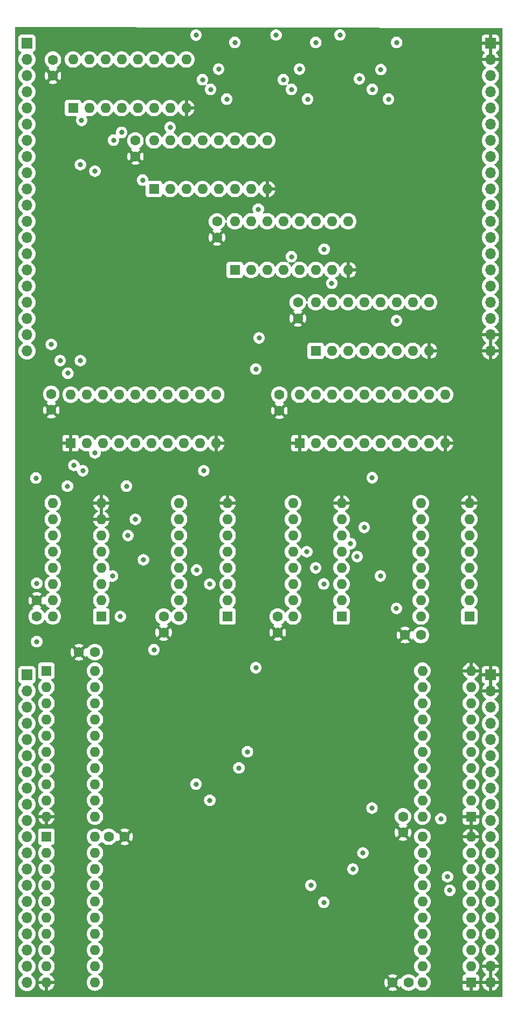
<source format=gbr>
%TF.GenerationSoftware,KiCad,Pcbnew,7.0.6-0*%
%TF.CreationDate,2023-08-04T10:28:54-07:00*%
%TF.ProjectId,V503,56353033-2e6b-4696-9361-645f70636258,rev?*%
%TF.SameCoordinates,Original*%
%TF.FileFunction,Copper,L3,Inr*%
%TF.FilePolarity,Positive*%
%FSLAX46Y46*%
G04 Gerber Fmt 4.6, Leading zero omitted, Abs format (unit mm)*
G04 Created by KiCad (PCBNEW 7.0.6-0) date 2023-08-04 10:28:54*
%MOMM*%
%LPD*%
G01*
G04 APERTURE LIST*
%TA.AperFunction,ComponentPad*%
%ADD10R,1.600000X1.600000*%
%TD*%
%TA.AperFunction,ComponentPad*%
%ADD11O,1.600000X1.600000*%
%TD*%
%TA.AperFunction,ComponentPad*%
%ADD12C,1.600000*%
%TD*%
%TA.AperFunction,ComponentPad*%
%ADD13R,1.700000X1.700000*%
%TD*%
%TA.AperFunction,ComponentPad*%
%ADD14O,1.700000X1.700000*%
%TD*%
%TA.AperFunction,ViaPad*%
%ADD15C,0.800000*%
%TD*%
G04 APERTURE END LIST*
D10*
%TO.N,HLD5*%
%TO.C,U4*%
X56388000Y-53975000D03*
D11*
%TO.N,HLD6*%
X58928000Y-53975000D03*
%TO.N,HLD7*%
X61468000Y-53975000D03*
%TO.N,Rb*%
X64008000Y-53975000D03*
%TO.N,Ra*%
X66548000Y-53975000D03*
%TO.N,SYSADDR7*%
X69088000Y-53975000D03*
%TO.N,SYSADDR6*%
X71628000Y-53975000D03*
%TO.N,GND*%
X74168000Y-53975000D03*
%TO.N,SYSADDR5*%
X74168000Y-46355000D03*
%TO.N,SYSADDR4*%
X71628000Y-46355000D03*
%TO.N,~{Er}*%
X69088000Y-46355000D03*
%TO.N,~{Ew}*%
X66548000Y-46355000D03*
%TO.N,Wb*%
X64008000Y-46355000D03*
%TO.N,Wa*%
X61468000Y-46355000D03*
%TO.N,HLD4*%
X58928000Y-46355000D03*
%TO.N,VCC*%
X56388000Y-46355000D03*
%TD*%
D10*
%TO.N,GND*%
%TO.C,U3*%
X43307000Y-93853000D03*
D11*
%TO.N,SUM0*%
X45847000Y-93853000D03*
%TO.N,SUM1*%
X48387000Y-93853000D03*
%TO.N,SUM2*%
X50927000Y-93853000D03*
%TO.N,SUM3*%
X53467000Y-93853000D03*
%TO.N,SUM4*%
X56007000Y-93853000D03*
%TO.N,SUM5*%
X58547000Y-93853000D03*
%TO.N,SUM6*%
X61087000Y-93853000D03*
%TO.N,SUM7*%
X63627000Y-93853000D03*
%TO.N,GND*%
X66167000Y-93853000D03*
%TO.N,SYSCLK*%
X66167000Y-86233000D03*
%TO.N,HLD7*%
X63627000Y-86233000D03*
%TO.N,HLD6*%
X61087000Y-86233000D03*
%TO.N,HLD5*%
X58547000Y-86233000D03*
%TO.N,HLD4*%
X56007000Y-86233000D03*
%TO.N,HLD3*%
X53467000Y-86233000D03*
%TO.N,HLD2*%
X50927000Y-86233000D03*
%TO.N,HLD1*%
X48387000Y-86233000D03*
%TO.N,HLD0*%
X45847000Y-86233000D03*
%TO.N,VCC*%
X43307000Y-86233000D03*
%TD*%
D12*
%TO.N,VCC*%
%TO.C,C9*%
X78994000Y-71775000D03*
%TO.N,GND*%
X78994000Y-74275000D03*
%TD*%
%TO.N,VCC*%
%TO.C,C5*%
X57912000Y-121031000D03*
%TO.N,GND*%
X57912000Y-123531000D03*
%TD*%
D10*
%TO.N,VCC*%
%TO.C,U12*%
X39497000Y-155575000D03*
D11*
%TO.N,ALU8*%
X39497000Y-158115000D03*
%TO.N,ALU9*%
X39497000Y-160655000D03*
%TO.N,ALU10*%
X39497000Y-163195000D03*
%TO.N,ALU11*%
X39497000Y-165735000D03*
%TO.N,ALU12*%
X39497000Y-168275000D03*
%TO.N,ALU13*%
X39497000Y-170815000D03*
%TO.N,ALU14*%
X39497000Y-173355000D03*
%TO.N,ALU15*%
X39497000Y-175895000D03*
%TO.N,GND*%
X39497000Y-178435000D03*
%TO.N,SYSADDR15*%
X47117000Y-178435000D03*
%TO.N,SYSADDR14*%
X47117000Y-175895000D03*
%TO.N,SYSADDR13*%
X47117000Y-173355000D03*
%TO.N,SYSADDR12*%
X47117000Y-170815000D03*
%TO.N,SYSADDR11*%
X47117000Y-168275000D03*
%TO.N,SYSADDR10*%
X47117000Y-165735000D03*
%TO.N,SYSADDR9*%
X47117000Y-163195000D03*
%TO.N,SYSADDR8*%
X47117000Y-160655000D03*
%TO.N,~{ALUtoA}*%
X47117000Y-158115000D03*
%TO.N,VCC*%
X47117000Y-155575000D03*
%TD*%
D12*
%TO.N,VCC*%
%TO.C,C7*%
X66294000Y-59075000D03*
%TO.N,GND*%
X66294000Y-61575000D03*
%TD*%
D10*
%TO.N,HLD13*%
%TO.C,U9*%
X81803000Y-79365000D03*
D11*
%TO.N,HLD14*%
X84343000Y-79365000D03*
%TO.N,HLD15*%
X86883000Y-79365000D03*
%TO.N,Rb*%
X89423000Y-79365000D03*
%TO.N,Ra*%
X91963000Y-79365000D03*
%TO.N,SYSADDR15*%
X94503000Y-79365000D03*
%TO.N,SYSADDR14*%
X97043000Y-79365000D03*
%TO.N,GND*%
X99583000Y-79365000D03*
%TO.N,SYSADDR13*%
X99583000Y-71745000D03*
%TO.N,SYSADDR12*%
X97043000Y-71745000D03*
%TO.N,~{Er}*%
X94503000Y-71745000D03*
%TO.N,~{Ew}*%
X91963000Y-71745000D03*
%TO.N,Wb*%
X89423000Y-71745000D03*
%TO.N,Wa*%
X86883000Y-71745000D03*
%TO.N,HLD12*%
X84343000Y-71745000D03*
%TO.N,VCC*%
X81803000Y-71745000D03*
%TD*%
D10*
%TO.N,GND*%
%TO.C,U6*%
X79248000Y-93853000D03*
D11*
%TO.N,SUM8*%
X81788000Y-93853000D03*
%TO.N,SUM9*%
X84328000Y-93853000D03*
%TO.N,SUM10*%
X86868000Y-93853000D03*
%TO.N,SUM11*%
X89408000Y-93853000D03*
%TO.N,SUM12*%
X91948000Y-93853000D03*
%TO.N,SUM13*%
X94488000Y-93853000D03*
%TO.N,SUM14*%
X97028000Y-93853000D03*
%TO.N,SUM15*%
X99568000Y-93853000D03*
%TO.N,GND*%
X102108000Y-93853000D03*
%TO.N,SYSCLK*%
X102108000Y-86233000D03*
%TO.N,HLD15*%
X99568000Y-86233000D03*
%TO.N,HLD14*%
X97028000Y-86233000D03*
%TO.N,HLD13*%
X94488000Y-86233000D03*
%TO.N,HLD12*%
X91948000Y-86233000D03*
%TO.N,HLD11*%
X89408000Y-86233000D03*
%TO.N,HLD10*%
X86868000Y-86233000D03*
%TO.N,HLD9*%
X84328000Y-86233000D03*
%TO.N,HLD8*%
X81788000Y-86233000D03*
%TO.N,VCC*%
X79248000Y-86233000D03*
%TD*%
D10*
%TO.N,SUM1*%
%TO.C,U2*%
X48123000Y-121016000D03*
D11*
%TO.N,SRC2:1*%
X48123000Y-118476000D03*
%TO.N,SYSADDR1*%
X48123000Y-115936000D03*
%TO.N,SUM0*%
X48123000Y-113396000D03*
%TO.N,SYSADDR0*%
X48123000Y-110856000D03*
%TO.N,SRC2:0*%
X48123000Y-108316000D03*
%TO.N,GND*%
X48123000Y-105776000D03*
X48123000Y-103236000D03*
%TO.N,CO4*%
X40503000Y-103236000D03*
%TO.N,SUM3*%
X40503000Y-105776000D03*
%TO.N,SRC2:2*%
X40503000Y-108316000D03*
%TO.N,SYSADDR3*%
X40503000Y-110856000D03*
%TO.N,SUM2*%
X40503000Y-113396000D03*
%TO.N,SYSADDR2*%
X40503000Y-115936000D03*
%TO.N,SRC2:2*%
X40503000Y-118476000D03*
%TO.N,VCC*%
X40503000Y-121016000D03*
%TD*%
D10*
%TO.N,HLD1*%
%TO.C,U1*%
X43688000Y-41275000D03*
D11*
%TO.N,HLD2*%
X46228000Y-41275000D03*
%TO.N,HLD3*%
X48768000Y-41275000D03*
%TO.N,Rb*%
X51308000Y-41275000D03*
%TO.N,Ra*%
X53848000Y-41275000D03*
%TO.N,SYSADDR3*%
X56388000Y-41275000D03*
%TO.N,SYSADDR2*%
X58928000Y-41275000D03*
%TO.N,GND*%
X61468000Y-41275000D03*
%TO.N,SYSADDR1*%
X61468000Y-33655000D03*
%TO.N,SYSADDR0*%
X58928000Y-33655000D03*
%TO.N,~{Er}*%
X56388000Y-33655000D03*
%TO.N,~{Ew}*%
X53848000Y-33655000D03*
%TO.N,Wb*%
X51308000Y-33655000D03*
%TO.N,Wa*%
X48768000Y-33655000D03*
%TO.N,HLD0*%
X46228000Y-33655000D03*
%TO.N,VCC*%
X43688000Y-33655000D03*
%TD*%
D12*
%TO.N,VCC*%
%TO.C,C13*%
X95504000Y-152400000D03*
%TO.N,GND*%
X95504000Y-154900000D03*
%TD*%
D10*
%TO.N,HLD9*%
%TO.C,U7*%
X69103000Y-66665000D03*
D11*
%TO.N,HLD10*%
X71643000Y-66665000D03*
%TO.N,HLD11*%
X74183000Y-66665000D03*
%TO.N,Rb*%
X76723000Y-66665000D03*
%TO.N,Ra*%
X79263000Y-66665000D03*
%TO.N,SYSADDR11*%
X81803000Y-66665000D03*
%TO.N,SYSADDR10*%
X84343000Y-66665000D03*
%TO.N,GND*%
X86883000Y-66665000D03*
%TO.N,SYSADDR9*%
X86883000Y-59045000D03*
%TO.N,SYSADDR8*%
X84343000Y-59045000D03*
%TO.N,~{Er}*%
X81803000Y-59045000D03*
%TO.N,~{Ew}*%
X79263000Y-59045000D03*
%TO.N,Wb*%
X76723000Y-59045000D03*
%TO.N,Wa*%
X74183000Y-59045000D03*
%TO.N,HLD8*%
X71643000Y-59045000D03*
%TO.N,VCC*%
X69103000Y-59045000D03*
%TD*%
D10*
%TO.N,SUM5*%
%TO.C,U5*%
X67945000Y-121031000D03*
D11*
%TO.N,SRC2:2*%
X67945000Y-118491000D03*
%TO.N,SYSADDR5*%
X67945000Y-115951000D03*
%TO.N,SUM4*%
X67945000Y-113411000D03*
%TO.N,SYSADDR4*%
X67945000Y-110871000D03*
%TO.N,SRC2:2*%
X67945000Y-108331000D03*
%TO.N,CO4*%
X67945000Y-105791000D03*
%TO.N,GND*%
X67945000Y-103251000D03*
%TO.N,CO8*%
X60325000Y-103251000D03*
%TO.N,SUM7*%
X60325000Y-105791000D03*
%TO.N,SRC2:2*%
X60325000Y-108331000D03*
%TO.N,SYSADDR7*%
X60325000Y-110871000D03*
%TO.N,SUM6*%
X60325000Y-113411000D03*
%TO.N,SYSADDR6*%
X60325000Y-115951000D03*
%TO.N,SRC2:2*%
X60325000Y-118491000D03*
%TO.N,VCC*%
X60325000Y-121031000D03*
%TD*%
D12*
%TO.N,VCC*%
%TO.C,C14*%
X96373000Y-178435000D03*
%TO.N,GND*%
X93873000Y-178435000D03*
%TD*%
D10*
%TO.N,SUM13*%
%TO.C,U10*%
X105918000Y-121031000D03*
D11*
%TO.N,SRC2:2*%
X105918000Y-118491000D03*
%TO.N,SYSADDR13*%
X105918000Y-115951000D03*
%TO.N,SUM12*%
X105918000Y-113411000D03*
%TO.N,SYSADDR12*%
X105918000Y-110871000D03*
%TO.N,SRC2:2*%
X105918000Y-108331000D03*
%TO.N,CO12*%
X105918000Y-105791000D03*
%TO.N,GND*%
X105918000Y-103251000D03*
%TO.N,unconnected-(U10-C4-Pad9)*%
X98298000Y-103251000D03*
%TO.N,SUM15*%
X98298000Y-105791000D03*
%TO.N,SRC2:2*%
X98298000Y-108331000D03*
%TO.N,SYSADDR15*%
X98298000Y-110871000D03*
%TO.N,SUM14*%
X98298000Y-113411000D03*
%TO.N,SYSADDR14*%
X98298000Y-115951000D03*
%TO.N,SRC2:2*%
X98298000Y-118491000D03*
%TO.N,VCC*%
X98298000Y-121031000D03*
%TD*%
D12*
%TO.N,VCC*%
%TO.C,C3*%
X40259000Y-86126000D03*
%TO.N,GND*%
X40259000Y-88626000D03*
%TD*%
%TO.N,VCC*%
%TO.C,C11*%
X47097000Y-126619000D03*
%TO.N,GND*%
X44597000Y-126619000D03*
%TD*%
%TO.N,VCC*%
%TO.C,C8*%
X75819000Y-121051000D03*
%TO.N,GND*%
X75819000Y-123551000D03*
%TD*%
D13*
%TO.N,VCC*%
%TO.C,J1*%
X36449000Y-31115000D03*
D14*
X36449000Y-33655000D03*
%TO.N,SYSCLK*%
X36449000Y-36195000D03*
%TO.N,SRC2:0*%
X36449000Y-38735000D03*
%TO.N,SRC2:1*%
X36449000Y-41275000D03*
%TO.N,SRC2:2*%
X36449000Y-43815000D03*
%TO.N,VCC*%
X36449000Y-46355000D03*
X36449000Y-48895000D03*
%TO.N,Ra*%
X36449000Y-51435000D03*
%TO.N,Rb*%
X36449000Y-53975000D03*
%TO.N,Wa*%
X36449000Y-56515000D03*
%TO.N,Wb*%
X36449000Y-59055000D03*
%TO.N,~{Ew}*%
X36449000Y-61595000D03*
%TO.N,~{Er}*%
X36449000Y-64135000D03*
%TO.N,VCC*%
X36449000Y-66675000D03*
X36449000Y-69215000D03*
%TO.N,~{ALUtoA}*%
X36449000Y-71755000D03*
%TO.N,~{AtoD}*%
X36449000Y-74295000D03*
%TO.N,VCC*%
X36449000Y-76835000D03*
X36449000Y-79375000D03*
%TD*%
D12*
%TO.N,VCC*%
%TO.C,C6*%
X76073000Y-86233000D03*
%TO.N,GND*%
X76073000Y-88733000D03*
%TD*%
D13*
%TO.N,GND*%
%TO.C,J2*%
X109220000Y-31115000D03*
D14*
X109220000Y-33655000D03*
%TO.N,SYSADDR0*%
X109220000Y-36195000D03*
%TO.N,SYSADDR1*%
X109220000Y-38735000D03*
%TO.N,SYSADDR2*%
X109220000Y-41275000D03*
%TO.N,SYSADDR3*%
X109220000Y-43815000D03*
%TO.N,SYSADDR4*%
X109220000Y-46355000D03*
%TO.N,SYSADDR5*%
X109220000Y-48895000D03*
%TO.N,SYSADDR6*%
X109220000Y-51435000D03*
%TO.N,SYSADDR7*%
X109220000Y-53975000D03*
%TO.N,SYSADDR8*%
X109220000Y-56515000D03*
%TO.N,SYSADDR9*%
X109220000Y-59055000D03*
%TO.N,SYSADDR10*%
X109220000Y-61595000D03*
%TO.N,SYSADDR11*%
X109220000Y-64135000D03*
%TO.N,SYSADDR12*%
X109220000Y-66675000D03*
%TO.N,SYSADDR13*%
X109220000Y-69215000D03*
%TO.N,SYSADDR14*%
X109220000Y-71755000D03*
%TO.N,SYSADDR15*%
X109220000Y-74295000D03*
%TO.N,GND*%
X109220000Y-76835000D03*
X109220000Y-79375000D03*
%TD*%
D10*
%TO.N,VCC*%
%TO.C,U11*%
X39497000Y-129540000D03*
D11*
%TO.N,ALU0*%
X39497000Y-132080000D03*
%TO.N,ALU1*%
X39497000Y-134620000D03*
%TO.N,ALU2*%
X39497000Y-137160000D03*
%TO.N,ALU3*%
X39497000Y-139700000D03*
%TO.N,ALU4*%
X39497000Y-142240000D03*
%TO.N,ALU5*%
X39497000Y-144780000D03*
%TO.N,ALU6*%
X39497000Y-147320000D03*
%TO.N,ALU7*%
X39497000Y-149860000D03*
%TO.N,GND*%
X39497000Y-152400000D03*
%TO.N,SYSADDR7*%
X47117000Y-152400000D03*
%TO.N,SYSADDR6*%
X47117000Y-149860000D03*
%TO.N,SYSADDR5*%
X47117000Y-147320000D03*
%TO.N,SYSADDR4*%
X47117000Y-144780000D03*
%TO.N,SYSADDR3*%
X47117000Y-142240000D03*
%TO.N,SYSADDR2*%
X47117000Y-139700000D03*
%TO.N,SYSADDR1*%
X47117000Y-137160000D03*
%TO.N,SYSADDR0*%
X47117000Y-134620000D03*
%TO.N,~{ALUtoA}*%
X47117000Y-132080000D03*
%TO.N,VCC*%
X47117000Y-129540000D03*
%TD*%
D13*
%TO.N,GND*%
%TO.C,J4*%
X109220000Y-130175000D03*
D14*
X109220000Y-132715000D03*
%TO.N,SYSDATA0*%
X109220000Y-135255000D03*
%TO.N,SYSDATA1*%
X109220000Y-137795000D03*
%TO.N,SYSDATA2*%
X109220000Y-140335000D03*
%TO.N,SYSDATA3*%
X109220000Y-142875000D03*
%TO.N,SYSDATA4*%
X109220000Y-145415000D03*
%TO.N,SYSDATA5*%
X109220000Y-147955000D03*
%TO.N,SYSDATA6*%
X109220000Y-150495000D03*
%TO.N,SYSDATA7*%
X109220000Y-153035000D03*
%TO.N,SYSDATA8*%
X109220000Y-155575000D03*
%TO.N,SYSDATA9*%
X109220000Y-158115000D03*
%TO.N,SYSDATA10*%
X109220000Y-160655000D03*
%TO.N,SYSDATA11*%
X109220000Y-163195000D03*
%TO.N,SYSDATA12*%
X109220000Y-165735000D03*
%TO.N,SYSDATA13*%
X109220000Y-168275000D03*
%TO.N,SYSDATA14*%
X109220000Y-170815000D03*
%TO.N,SYSDATA15*%
X109220000Y-173355000D03*
%TO.N,GND*%
X109220000Y-175895000D03*
X109220000Y-178435000D03*
%TD*%
D12*
%TO.N,VCC*%
%TO.C,C1*%
X40513000Y-33695000D03*
%TO.N,GND*%
X40513000Y-36195000D03*
%TD*%
%TO.N,VCC*%
%TO.C,C12*%
X49276000Y-155575000D03*
%TO.N,GND*%
X51776000Y-155575000D03*
%TD*%
D10*
%TO.N,SUM9*%
%TO.C,U8*%
X85852000Y-121031000D03*
D11*
%TO.N,SRC2:2*%
X85852000Y-118491000D03*
%TO.N,SYSADDR9*%
X85852000Y-115951000D03*
%TO.N,SUM8*%
X85852000Y-113411000D03*
%TO.N,SYSADDR8*%
X85852000Y-110871000D03*
%TO.N,SRC2:2*%
X85852000Y-108331000D03*
%TO.N,CO8*%
X85852000Y-105791000D03*
%TO.N,GND*%
X85852000Y-103251000D03*
%TO.N,CO12*%
X78232000Y-103251000D03*
%TO.N,SUM11*%
X78232000Y-105791000D03*
%TO.N,SRC2:2*%
X78232000Y-108331000D03*
%TO.N,SYSADDR11*%
X78232000Y-110871000D03*
%TO.N,SUM10*%
X78232000Y-113411000D03*
%TO.N,SYSADDR10*%
X78232000Y-115951000D03*
%TO.N,SRC2:2*%
X78232000Y-118491000D03*
%TO.N,VCC*%
X78232000Y-121031000D03*
%TD*%
D12*
%TO.N,VCC*%
%TO.C,C4*%
X53467000Y-46375000D03*
%TO.N,GND*%
X53467000Y-48875000D03*
%TD*%
D10*
%TO.N,GND*%
%TO.C,U13*%
X106172000Y-152400000D03*
D11*
%TO.N,SYSDATA7*%
X106172000Y-149860000D03*
%TO.N,SYSDATA6*%
X106172000Y-147320000D03*
%TO.N,SYSDATA5*%
X106172000Y-144780000D03*
%TO.N,SYSDATA4*%
X106172000Y-142240000D03*
%TO.N,SYSDATA3*%
X106172000Y-139700000D03*
%TO.N,SYSDATA2*%
X106172000Y-137160000D03*
%TO.N,SYSDATA1*%
X106172000Y-134620000D03*
%TO.N,SYSDATA0*%
X106172000Y-132080000D03*
%TO.N,GND*%
X106172000Y-129540000D03*
%TO.N,SYSADDR0*%
X98552000Y-129540000D03*
%TO.N,SYSADDR1*%
X98552000Y-132080000D03*
%TO.N,SYSADDR2*%
X98552000Y-134620000D03*
%TO.N,SYSADDR3*%
X98552000Y-137160000D03*
%TO.N,SYSADDR4*%
X98552000Y-139700000D03*
%TO.N,SYSADDR5*%
X98552000Y-142240000D03*
%TO.N,SYSADDR6*%
X98552000Y-144780000D03*
%TO.N,SYSADDR7*%
X98552000Y-147320000D03*
%TO.N,~{AtoD}*%
X98552000Y-149860000D03*
%TO.N,VCC*%
X98552000Y-152400000D03*
%TD*%
D12*
%TO.N,VCC*%
%TO.C,C2*%
X37973000Y-121011000D03*
%TO.N,GND*%
X37973000Y-118511000D03*
%TD*%
D13*
%TO.N,VCC*%
%TO.C,J3*%
X36449000Y-130175000D03*
D14*
X36449000Y-132715000D03*
%TO.N,ALU0*%
X36449000Y-135255000D03*
%TO.N,ALU1*%
X36449000Y-137795000D03*
%TO.N,ALU2*%
X36449000Y-140335000D03*
%TO.N,ALU3*%
X36449000Y-142875000D03*
%TO.N,ALU4*%
X36449000Y-145415000D03*
%TO.N,ALU5*%
X36449000Y-147955000D03*
%TO.N,ALU6*%
X36449000Y-150495000D03*
%TO.N,ALU7*%
X36449000Y-153035000D03*
%TO.N,ALU8*%
X36449000Y-155575000D03*
%TO.N,ALU9*%
X36449000Y-158115000D03*
%TO.N,ALU10*%
X36449000Y-160655000D03*
%TO.N,ALU11*%
X36449000Y-163195000D03*
%TO.N,ALU12*%
X36449000Y-165735000D03*
%TO.N,ALU13*%
X36449000Y-168275000D03*
%TO.N,ALU14*%
X36449000Y-170815000D03*
%TO.N,ALU15*%
X36449000Y-173355000D03*
%TO.N,VCC*%
X36449000Y-175895000D03*
X36449000Y-178435000D03*
%TD*%
D10*
%TO.N,GND*%
%TO.C,U14*%
X106172000Y-178435000D03*
D11*
%TO.N,SYSDATA15*%
X106172000Y-175895000D03*
%TO.N,SYSDATA14*%
X106172000Y-173355000D03*
%TO.N,SYSDATA13*%
X106172000Y-170815000D03*
%TO.N,SYSDATA12*%
X106172000Y-168275000D03*
%TO.N,SYSDATA11*%
X106172000Y-165735000D03*
%TO.N,SYSDATA10*%
X106172000Y-163195000D03*
%TO.N,SYSDATA9*%
X106172000Y-160655000D03*
%TO.N,SYSDATA8*%
X106172000Y-158115000D03*
%TO.N,GND*%
X106172000Y-155575000D03*
%TO.N,SYSADDR8*%
X98552000Y-155575000D03*
%TO.N,SYSADDR9*%
X98552000Y-158115000D03*
%TO.N,SYSADDR10*%
X98552000Y-160655000D03*
%TO.N,SYSADDR11*%
X98552000Y-163195000D03*
%TO.N,SYSADDR12*%
X98552000Y-165735000D03*
%TO.N,SYSADDR13*%
X98552000Y-168275000D03*
%TO.N,SYSADDR14*%
X98552000Y-170815000D03*
%TO.N,SYSADDR15*%
X98552000Y-173355000D03*
%TO.N,~{AtoD}*%
X98552000Y-175895000D03*
%TO.N,VCC*%
X98552000Y-178435000D03*
%TD*%
D12*
%TO.N,VCC*%
%TO.C,C10*%
X98308800Y-123926600D03*
%TO.N,GND*%
X95808800Y-123926600D03*
%TD*%
D15*
%TO.N,SYSADDR12*%
X102489000Y-161848800D03*
%TO.N,SRC2:1*%
X72390000Y-129057400D03*
X40259000Y-78359000D03*
X72390000Y-82219800D03*
%TO.N,~{ALUtoA}*%
X37973000Y-124968000D03*
%TO.N,SRC2:0*%
X52298600Y-108331000D03*
X45034200Y-43205400D03*
%TO.N,SRC2:2*%
X37973000Y-115824000D03*
%TO.N,SYSADDR0*%
X63093600Y-113741200D03*
X49885600Y-114681000D03*
%TO.N,SYSADDR1*%
X45212000Y-98171000D03*
X64211200Y-98171000D03*
%TO.N,SYSADDR2*%
X47117000Y-51181000D03*
X43815000Y-97307400D03*
X58928000Y-44297600D03*
X47117000Y-95372701D03*
%TO.N,SYSADDR3*%
X44831000Y-50165000D03*
X42862500Y-82867500D03*
X44831000Y-80899000D03*
%TO.N,SUM1*%
X51104800Y-121031000D03*
%TO.N,SUM2*%
X52070000Y-100584000D03*
X42799000Y-100584000D03*
%TO.N,SUM3*%
X53467000Y-105791000D03*
%TO.N,Rb*%
X77978000Y-38354000D03*
X51308000Y-45110400D03*
X90678000Y-38354000D03*
X65278000Y-38354000D03*
%TO.N,Ra*%
X80518000Y-39878000D03*
X67818000Y-39878000D03*
X93218000Y-39878000D03*
%TO.N,~{Er}*%
X94503000Y-30988000D03*
X81803000Y-30988000D03*
X69088000Y-30988000D03*
%TO.N,~{Ew}*%
X92011500Y-35242500D03*
X66548000Y-35179000D03*
X79248000Y-35179000D03*
%TO.N,Wb*%
X64008000Y-36830000D03*
X76708000Y-36830000D03*
X88646000Y-36703000D03*
%TO.N,Wa*%
X75565000Y-29819600D03*
X85598000Y-29819600D03*
X62992000Y-29845000D03*
X50038000Y-46304200D03*
%TO.N,SUM5*%
X56388000Y-126238000D03*
%TO.N,SYSADDR7*%
X65151000Y-149860000D03*
%TO.N,SYSADDR6*%
X65151000Y-115951000D03*
X62992000Y-147320000D03*
%TO.N,SYSADDR5*%
X69723000Y-144780000D03*
%TO.N,SYSADDR4*%
X72771000Y-57150000D03*
X71069200Y-142240000D03*
%TO.N,SUM4*%
X54737000Y-112141000D03*
%TO.N,SUM10*%
X88290400Y-111633000D03*
%TO.N,SUM11*%
X89408000Y-107061000D03*
%TO.N,SYSADDR11*%
X84302600Y-68757800D03*
X87274400Y-109601000D03*
X83058000Y-165862000D03*
%TO.N,SYSADDR10*%
X77978000Y-64592200D03*
X81026000Y-163195000D03*
%TO.N,SYSADDR9*%
X83108800Y-63423800D03*
X87630000Y-160655000D03*
X83058000Y-115925600D03*
%TO.N,SYSADDR8*%
X89204800Y-158115000D03*
X80391000Y-110871000D03*
%TO.N,SUM8*%
X81788000Y-113411000D03*
%TO.N,SUM13*%
X94462600Y-119761000D03*
%TO.N,SYSADDR13*%
X102844600Y-163982400D03*
%TO.N,SUM12*%
X91948000Y-114681000D03*
%TO.N,SYSCLK*%
X41656000Y-80899000D03*
%TO.N,~{AtoD}*%
X90627200Y-151079200D03*
X90652600Y-99263200D03*
X37846000Y-99314000D03*
X101447600Y-152755600D03*
%TO.N,HLD4*%
X54610000Y-52578000D03*
%TO.N,HLD8*%
X72898000Y-77343000D03*
%TO.N,HLD12*%
X94488000Y-74625200D03*
%TD*%
%TA.AperFunction,Conductor*%
%TO.N,GND*%
G36*
X109470000Y-177999498D02*
G01*
X109362315Y-177950320D01*
X109255763Y-177935000D01*
X109184237Y-177935000D01*
X109077685Y-177950320D01*
X108970000Y-177999498D01*
X108970000Y-176330501D01*
X109077685Y-176379680D01*
X109184237Y-176395000D01*
X109255763Y-176395000D01*
X109362315Y-176379680D01*
X109470000Y-176330501D01*
X109470000Y-177999498D01*
G37*
%TD.AperFunction*%
%TA.AperFunction,Conductor*%
G36*
X109470000Y-132279498D02*
G01*
X109362315Y-132230320D01*
X109255763Y-132215000D01*
X109184237Y-132215000D01*
X109077685Y-132230320D01*
X108970000Y-132279498D01*
X108970000Y-130610501D01*
X109077685Y-130659680D01*
X109184237Y-130675000D01*
X109255763Y-130675000D01*
X109362315Y-130659680D01*
X109470000Y-130610501D01*
X109470000Y-132279498D01*
G37*
%TD.AperFunction*%
%TA.AperFunction,Conductor*%
G36*
X39052025Y-119236472D02*
G01*
X39103134Y-119163481D01*
X39133501Y-119098358D01*
X39179672Y-119045918D01*
X39246866Y-119026765D01*
X39313747Y-119046980D01*
X39358265Y-119098354D01*
X39372430Y-119128731D01*
X39372432Y-119128734D01*
X39502954Y-119315141D01*
X39663858Y-119476045D01*
X39789731Y-119564181D01*
X39850266Y-119606568D01*
X39908278Y-119633619D01*
X39960713Y-119679788D01*
X39979866Y-119746982D01*
X39959651Y-119813863D01*
X39908277Y-119858380D01*
X39850268Y-119885430D01*
X39850265Y-119885432D01*
X39663858Y-120015954D01*
X39502954Y-120176858D01*
X39372432Y-120363265D01*
X39372430Y-120363269D01*
X39351546Y-120408054D01*
X39305373Y-120460492D01*
X39238179Y-120479643D01*
X39171298Y-120459426D01*
X39126783Y-120408051D01*
X39116159Y-120385268D01*
X39103568Y-120358266D01*
X38980936Y-120183128D01*
X38973045Y-120171858D01*
X38812141Y-120010954D01*
X38625734Y-119880432D01*
X38625730Y-119880430D01*
X38610022Y-119873105D01*
X38557583Y-119826931D01*
X38538433Y-119759737D01*
X38558650Y-119692857D01*
X38610028Y-119648340D01*
X38625481Y-119641134D01*
X38698472Y-119590025D01*
X38017401Y-118908953D01*
X38098148Y-118896165D01*
X38211045Y-118838641D01*
X38300641Y-118749045D01*
X38358165Y-118636148D01*
X38370953Y-118555399D01*
X39052025Y-119236472D01*
G37*
%TD.AperFunction*%
%TA.AperFunction,Conductor*%
G36*
X48373000Y-105460314D02*
G01*
X48361045Y-105448359D01*
X48248148Y-105390835D01*
X48154481Y-105376000D01*
X48091519Y-105376000D01*
X47997852Y-105390835D01*
X47884955Y-105448359D01*
X47873000Y-105460314D01*
X47873000Y-103551686D01*
X47884955Y-103563641D01*
X47997852Y-103621165D01*
X48091519Y-103636000D01*
X48154481Y-103636000D01*
X48248148Y-103621165D01*
X48361045Y-103563641D01*
X48373000Y-103551685D01*
X48373000Y-105460314D01*
G37*
%TD.AperFunction*%
%TA.AperFunction,Conductor*%
G36*
X109470000Y-78939498D02*
G01*
X109362315Y-78890320D01*
X109255763Y-78875000D01*
X109184237Y-78875000D01*
X109077685Y-78890320D01*
X108970000Y-78939498D01*
X108970000Y-77270501D01*
X109077685Y-77319680D01*
X109184237Y-77335000D01*
X109255763Y-77335000D01*
X109362315Y-77319680D01*
X109470000Y-77270501D01*
X109470000Y-78939498D01*
G37*
%TD.AperFunction*%
%TA.AperFunction,Conductor*%
G36*
X109470000Y-33219498D02*
G01*
X109362315Y-33170320D01*
X109255763Y-33155000D01*
X109184237Y-33155000D01*
X109077685Y-33170320D01*
X108970000Y-33219498D01*
X108970000Y-31550501D01*
X109077685Y-31599680D01*
X109184237Y-31615000D01*
X109255763Y-31615000D01*
X109362315Y-31599680D01*
X109470000Y-31550501D01*
X109470000Y-33219498D01*
G37*
%TD.AperFunction*%
%TA.AperFunction,Conductor*%
G36*
X111001208Y-28701794D02*
G01*
X111068212Y-28721590D01*
X111113880Y-28774470D01*
X111125000Y-28825794D01*
X111125000Y-180597000D01*
X111105315Y-180664039D01*
X111052511Y-180709794D01*
X111001000Y-180721000D01*
X34668000Y-180721000D01*
X34600961Y-180701315D01*
X34555206Y-180648511D01*
X34544000Y-180597000D01*
X34544000Y-178435000D01*
X35093341Y-178435000D01*
X35113936Y-178670403D01*
X35113938Y-178670413D01*
X35175094Y-178898655D01*
X35175096Y-178898659D01*
X35175097Y-178898663D01*
X35263261Y-179087730D01*
X35274965Y-179112830D01*
X35274967Y-179112834D01*
X35308324Y-179160472D01*
X35410505Y-179306401D01*
X35577599Y-179473495D01*
X35674384Y-179541265D01*
X35771165Y-179609032D01*
X35771167Y-179609033D01*
X35771170Y-179609035D01*
X35985337Y-179708903D01*
X35985343Y-179708904D01*
X35985344Y-179708905D01*
X36027271Y-179720139D01*
X36213592Y-179770063D01*
X36401918Y-179786539D01*
X36448999Y-179790659D01*
X36449000Y-179790659D01*
X36449001Y-179790659D01*
X36488234Y-179787226D01*
X36684408Y-179770063D01*
X36912663Y-179708903D01*
X37126830Y-179609035D01*
X37320401Y-179473495D01*
X37487495Y-179306401D01*
X37623035Y-179112830D01*
X37722903Y-178898663D01*
X37784063Y-178670408D01*
X37804659Y-178435000D01*
X37784063Y-178199592D01*
X37722903Y-177971337D01*
X37623035Y-177757171D01*
X37599539Y-177723614D01*
X37487494Y-177563597D01*
X37320402Y-177396506D01*
X37320396Y-177396501D01*
X37134842Y-177266575D01*
X37091217Y-177211998D01*
X37084023Y-177142500D01*
X37115546Y-177080145D01*
X37134842Y-177063425D01*
X37188910Y-177025566D01*
X37320401Y-176933495D01*
X37487495Y-176766401D01*
X37623035Y-176572830D01*
X37722903Y-176358663D01*
X37784063Y-176130408D01*
X37804659Y-175895001D01*
X38191532Y-175895001D01*
X38211364Y-176121686D01*
X38211366Y-176121697D01*
X38270258Y-176341488D01*
X38270261Y-176341497D01*
X38366431Y-176547732D01*
X38366432Y-176547734D01*
X38496954Y-176734141D01*
X38657858Y-176895045D01*
X38657861Y-176895047D01*
X38844266Y-177025568D01*
X38902865Y-177052893D01*
X38955305Y-177099065D01*
X38974457Y-177166258D01*
X38954242Y-177233139D01*
X38902867Y-177277657D01*
X38844515Y-177304867D01*
X38658179Y-177435342D01*
X38497342Y-177596179D01*
X38366865Y-177782517D01*
X38270734Y-177988673D01*
X38270730Y-177988682D01*
X38218127Y-178184999D01*
X38218128Y-178185000D01*
X39181314Y-178185000D01*
X39169359Y-178196955D01*
X39111835Y-178309852D01*
X39092014Y-178435000D01*
X39111835Y-178560148D01*
X39169359Y-178673045D01*
X39181314Y-178685000D01*
X38218128Y-178685000D01*
X38270730Y-178881317D01*
X38270734Y-178881326D01*
X38366865Y-179087482D01*
X38497342Y-179273820D01*
X38658179Y-179434657D01*
X38844517Y-179565134D01*
X39050673Y-179661265D01*
X39050682Y-179661269D01*
X39246999Y-179713872D01*
X39247000Y-179713871D01*
X39247000Y-178750686D01*
X39258955Y-178762641D01*
X39371852Y-178820165D01*
X39465519Y-178835000D01*
X39528481Y-178835000D01*
X39622148Y-178820165D01*
X39735045Y-178762641D01*
X39747000Y-178750686D01*
X39747000Y-179713872D01*
X39943317Y-179661269D01*
X39943326Y-179661265D01*
X40149482Y-179565134D01*
X40335820Y-179434657D01*
X40496657Y-179273820D01*
X40627134Y-179087482D01*
X40723265Y-178881326D01*
X40723269Y-178881317D01*
X40775872Y-178685000D01*
X39812686Y-178685000D01*
X39824641Y-178673045D01*
X39882165Y-178560148D01*
X39901986Y-178435001D01*
X45811532Y-178435001D01*
X45831364Y-178661686D01*
X45831366Y-178661697D01*
X45890258Y-178881488D01*
X45890261Y-178881497D01*
X45986431Y-179087732D01*
X45986432Y-179087734D01*
X46116954Y-179274141D01*
X46277858Y-179435045D01*
X46277861Y-179435047D01*
X46464266Y-179565568D01*
X46670504Y-179661739D01*
X46890308Y-179720635D01*
X47052230Y-179734801D01*
X47116998Y-179740468D01*
X47117000Y-179740468D01*
X47117002Y-179740468D01*
X47179511Y-179734999D01*
X47343692Y-179720635D01*
X47563496Y-179661739D01*
X47769734Y-179565568D01*
X47956139Y-179435047D01*
X48117047Y-179274139D01*
X48247568Y-179087734D01*
X48343739Y-178881496D01*
X48402635Y-178661692D01*
X48422468Y-178435002D01*
X92568034Y-178435002D01*
X92587858Y-178661599D01*
X92587860Y-178661610D01*
X92646730Y-178881317D01*
X92646734Y-178881326D01*
X92742865Y-179087481D01*
X92742866Y-179087483D01*
X92793973Y-179160471D01*
X92793974Y-179160472D01*
X93475046Y-178479399D01*
X93487835Y-178560148D01*
X93545359Y-178673045D01*
X93634955Y-178762641D01*
X93747852Y-178820165D01*
X93828599Y-178832953D01*
X93147526Y-179514025D01*
X93147526Y-179514026D01*
X93220512Y-179565131D01*
X93220516Y-179565133D01*
X93426673Y-179661265D01*
X93426682Y-179661269D01*
X93646389Y-179720139D01*
X93646400Y-179720141D01*
X93872998Y-179739966D01*
X93873002Y-179739966D01*
X94099599Y-179720141D01*
X94099610Y-179720139D01*
X94319317Y-179661269D01*
X94319331Y-179661264D01*
X94525478Y-179565136D01*
X94598472Y-179514025D01*
X93917401Y-178832953D01*
X93998148Y-178820165D01*
X94111045Y-178762641D01*
X94200641Y-178673045D01*
X94258165Y-178560148D01*
X94270953Y-178479400D01*
X94952025Y-179160472D01*
X95003134Y-179087481D01*
X95010340Y-179072028D01*
X95056511Y-179019587D01*
X95123704Y-179000433D01*
X95190585Y-179020646D01*
X95235105Y-179072022D01*
X95242430Y-179087730D01*
X95242432Y-179087734D01*
X95372954Y-179274141D01*
X95533858Y-179435045D01*
X95533861Y-179435047D01*
X95720266Y-179565568D01*
X95926504Y-179661739D01*
X96146308Y-179720635D01*
X96308230Y-179734801D01*
X96372998Y-179740468D01*
X96373000Y-179740468D01*
X96373002Y-179740468D01*
X96435511Y-179734999D01*
X96599692Y-179720635D01*
X96819496Y-179661739D01*
X97025734Y-179565568D01*
X97212139Y-179435047D01*
X97212529Y-179434657D01*
X97374819Y-179272368D01*
X97436142Y-179238883D01*
X97505834Y-179243867D01*
X97550181Y-179272368D01*
X97712858Y-179435045D01*
X97712861Y-179435047D01*
X97899266Y-179565568D01*
X98105504Y-179661739D01*
X98325308Y-179720635D01*
X98487230Y-179734801D01*
X98551998Y-179740468D01*
X98552000Y-179740468D01*
X98552002Y-179740468D01*
X98614511Y-179734999D01*
X98778692Y-179720635D01*
X98998496Y-179661739D01*
X99204734Y-179565568D01*
X99391139Y-179435047D01*
X99552047Y-179274139D01*
X99682568Y-179087734D01*
X99778739Y-178881496D01*
X99837635Y-178661692D01*
X99857468Y-178435000D01*
X99837635Y-178208308D01*
X99778739Y-177988504D01*
X99682568Y-177782266D01*
X99576733Y-177631117D01*
X99552045Y-177595858D01*
X99391141Y-177434954D01*
X99204734Y-177304432D01*
X99204728Y-177304429D01*
X99177038Y-177291517D01*
X99146724Y-177277381D01*
X99094285Y-177231210D01*
X99075133Y-177164017D01*
X99095348Y-177097135D01*
X99146725Y-177052618D01*
X99204734Y-177025568D01*
X99391139Y-176895047D01*
X99552047Y-176734139D01*
X99682568Y-176547734D01*
X99778739Y-176341496D01*
X99837635Y-176121692D01*
X99857468Y-175895001D01*
X104866532Y-175895001D01*
X104886364Y-176121686D01*
X104886366Y-176121697D01*
X104945258Y-176341488D01*
X104945261Y-176341497D01*
X105041431Y-176547732D01*
X105041432Y-176547734D01*
X105171954Y-176734141D01*
X105332858Y-176895045D01*
X105358086Y-176912710D01*
X105401711Y-176967287D01*
X105408905Y-177036785D01*
X105377382Y-177099140D01*
X105317153Y-177134554D01*
X105300221Y-177137574D01*
X105264626Y-177141401D01*
X105264620Y-177141403D01*
X105129913Y-177191645D01*
X105129906Y-177191649D01*
X105014812Y-177277809D01*
X105014809Y-177277812D01*
X104928649Y-177392906D01*
X104928645Y-177392913D01*
X104878403Y-177527620D01*
X104878401Y-177527627D01*
X104872000Y-177587155D01*
X104872000Y-178185000D01*
X105856314Y-178185000D01*
X105844359Y-178196955D01*
X105786835Y-178309852D01*
X105767014Y-178435000D01*
X105786835Y-178560148D01*
X105844359Y-178673045D01*
X105856314Y-178685000D01*
X104872000Y-178685000D01*
X104872000Y-179282844D01*
X104878401Y-179342372D01*
X104878403Y-179342379D01*
X104928645Y-179477086D01*
X104928649Y-179477093D01*
X105014809Y-179592187D01*
X105014812Y-179592190D01*
X105129906Y-179678350D01*
X105129913Y-179678354D01*
X105264620Y-179728596D01*
X105264627Y-179728598D01*
X105324155Y-179734999D01*
X105324172Y-179735000D01*
X105922000Y-179735000D01*
X105922000Y-178750686D01*
X105933955Y-178762641D01*
X106046852Y-178820165D01*
X106140519Y-178835000D01*
X106203481Y-178835000D01*
X106297148Y-178820165D01*
X106410045Y-178762641D01*
X106421999Y-178750686D01*
X106422000Y-179735000D01*
X107019828Y-179735000D01*
X107019844Y-179734999D01*
X107079372Y-179728598D01*
X107079379Y-179728596D01*
X107214086Y-179678354D01*
X107214093Y-179678350D01*
X107329187Y-179592190D01*
X107329190Y-179592187D01*
X107415350Y-179477093D01*
X107415354Y-179477086D01*
X107465596Y-179342379D01*
X107465598Y-179342372D01*
X107471999Y-179282844D01*
X107472000Y-179282827D01*
X107472000Y-178685000D01*
X106487686Y-178685000D01*
X106499641Y-178673045D01*
X106557165Y-178560148D01*
X106576986Y-178435000D01*
X106557165Y-178309852D01*
X106499641Y-178196955D01*
X106487686Y-178185000D01*
X107472000Y-178185000D01*
X107472000Y-177587172D01*
X107471999Y-177587155D01*
X107465598Y-177527627D01*
X107465596Y-177527620D01*
X107415354Y-177392913D01*
X107415350Y-177392906D01*
X107329190Y-177277812D01*
X107329187Y-177277809D01*
X107214093Y-177191649D01*
X107214086Y-177191645D01*
X107079379Y-177141403D01*
X107079373Y-177141401D01*
X107043778Y-177137574D01*
X106979228Y-177110835D01*
X106939381Y-177053441D01*
X106936888Y-176983616D01*
X106972542Y-176923528D01*
X106985913Y-176912710D01*
X107011139Y-176895047D01*
X107172047Y-176734139D01*
X107302568Y-176547734D01*
X107398739Y-176341496D01*
X107457635Y-176121692D01*
X107477468Y-175895000D01*
X107457635Y-175668308D01*
X107398739Y-175448504D01*
X107302568Y-175242266D01*
X107172047Y-175055861D01*
X107172045Y-175055858D01*
X107011141Y-174894954D01*
X106824734Y-174764432D01*
X106824728Y-174764429D01*
X106766725Y-174737382D01*
X106714285Y-174691210D01*
X106695133Y-174624017D01*
X106715348Y-174557135D01*
X106766725Y-174512618D01*
X106824734Y-174485568D01*
X107011139Y-174355047D01*
X107172047Y-174194139D01*
X107302568Y-174007734D01*
X107398739Y-173801496D01*
X107457635Y-173581692D01*
X107477468Y-173355000D01*
X107864341Y-173355000D01*
X107884936Y-173590403D01*
X107884938Y-173590413D01*
X107946094Y-173818655D01*
X107946096Y-173818659D01*
X107946097Y-173818663D01*
X108034262Y-174007732D01*
X108045965Y-174032830D01*
X108045967Y-174032834D01*
X108154281Y-174187521D01*
X108181505Y-174226401D01*
X108348599Y-174393495D01*
X108518721Y-174512616D01*
X108534594Y-174523730D01*
X108578219Y-174578307D01*
X108585413Y-174647805D01*
X108553890Y-174710160D01*
X108534595Y-174726880D01*
X108348922Y-174856890D01*
X108348920Y-174856891D01*
X108181891Y-175023920D01*
X108181886Y-175023926D01*
X108046400Y-175217420D01*
X108046399Y-175217422D01*
X107946570Y-175431507D01*
X107946567Y-175431513D01*
X107889364Y-175644999D01*
X107889364Y-175645000D01*
X108786314Y-175645000D01*
X108760507Y-175685156D01*
X108720000Y-175823111D01*
X108720000Y-175966889D01*
X108760507Y-176104844D01*
X108786314Y-176145000D01*
X107889364Y-176145000D01*
X107946567Y-176358486D01*
X107946570Y-176358492D01*
X108046399Y-176572578D01*
X108181894Y-176766082D01*
X108348917Y-176933105D01*
X108535031Y-177063425D01*
X108578656Y-177118003D01*
X108585848Y-177187501D01*
X108554326Y-177249856D01*
X108535031Y-177266575D01*
X108348922Y-177396890D01*
X108348920Y-177396891D01*
X108181891Y-177563920D01*
X108181886Y-177563926D01*
X108046400Y-177757420D01*
X108046399Y-177757422D01*
X107946570Y-177971507D01*
X107946567Y-177971513D01*
X107889364Y-178184999D01*
X107889364Y-178185000D01*
X108786314Y-178185000D01*
X108760507Y-178225156D01*
X108720000Y-178363111D01*
X108720000Y-178506889D01*
X108760507Y-178644844D01*
X108786314Y-178685000D01*
X107889364Y-178685000D01*
X107946567Y-178898486D01*
X107946570Y-178898492D01*
X108046399Y-179112578D01*
X108181894Y-179306082D01*
X108348917Y-179473105D01*
X108542421Y-179608600D01*
X108756507Y-179708429D01*
X108756516Y-179708433D01*
X108970000Y-179765634D01*
X108970000Y-178870501D01*
X109077685Y-178919680D01*
X109184237Y-178935000D01*
X109255763Y-178935000D01*
X109362315Y-178919680D01*
X109470000Y-178870501D01*
X109470000Y-179765633D01*
X109683483Y-179708433D01*
X109683492Y-179708429D01*
X109897578Y-179608600D01*
X110091082Y-179473105D01*
X110258105Y-179306082D01*
X110393600Y-179112578D01*
X110493429Y-178898492D01*
X110493432Y-178898486D01*
X110550636Y-178685000D01*
X109653686Y-178685000D01*
X109679493Y-178644844D01*
X109720000Y-178506889D01*
X109720000Y-178363111D01*
X109679493Y-178225156D01*
X109653686Y-178185000D01*
X110550636Y-178185000D01*
X110550635Y-178184999D01*
X110493432Y-177971513D01*
X110493429Y-177971507D01*
X110393600Y-177757422D01*
X110393599Y-177757420D01*
X110258113Y-177563926D01*
X110258108Y-177563920D01*
X110091082Y-177396894D01*
X109904968Y-177266575D01*
X109861344Y-177211998D01*
X109854151Y-177142499D01*
X109885673Y-177080145D01*
X109904968Y-177063425D01*
X110091082Y-176933105D01*
X110258105Y-176766082D01*
X110393600Y-176572578D01*
X110493429Y-176358492D01*
X110493432Y-176358486D01*
X110550636Y-176145000D01*
X109653686Y-176145000D01*
X109679493Y-176104844D01*
X109720000Y-175966889D01*
X109720000Y-175823111D01*
X109679493Y-175685156D01*
X109653686Y-175645000D01*
X110550636Y-175645000D01*
X110550635Y-175644999D01*
X110493432Y-175431513D01*
X110493429Y-175431507D01*
X110393600Y-175217422D01*
X110393599Y-175217420D01*
X110258113Y-175023926D01*
X110258108Y-175023920D01*
X110091078Y-174856890D01*
X109905405Y-174726879D01*
X109861780Y-174672302D01*
X109854588Y-174602804D01*
X109886110Y-174540449D01*
X109905406Y-174523730D01*
X109921276Y-174512618D01*
X110091401Y-174393495D01*
X110258495Y-174226401D01*
X110394035Y-174032830D01*
X110493903Y-173818663D01*
X110555063Y-173590408D01*
X110575659Y-173355000D01*
X110555063Y-173119592D01*
X110493903Y-172891337D01*
X110394035Y-172677171D01*
X110258495Y-172483599D01*
X110258494Y-172483597D01*
X110091402Y-172316506D01*
X110091396Y-172316501D01*
X109905842Y-172186575D01*
X109862217Y-172131998D01*
X109855023Y-172062500D01*
X109886546Y-172000145D01*
X109905842Y-171983425D01*
X109959909Y-171945567D01*
X110091401Y-171853495D01*
X110258495Y-171686401D01*
X110394035Y-171492830D01*
X110493903Y-171278663D01*
X110555063Y-171050408D01*
X110575659Y-170815000D01*
X110555063Y-170579592D01*
X110493903Y-170351337D01*
X110394035Y-170137171D01*
X110258495Y-169943599D01*
X110258494Y-169943597D01*
X110091402Y-169776506D01*
X110091396Y-169776501D01*
X109905842Y-169646575D01*
X109862217Y-169591998D01*
X109855023Y-169522500D01*
X109886546Y-169460145D01*
X109905842Y-169443425D01*
X109959909Y-169405567D01*
X110091401Y-169313495D01*
X110258495Y-169146401D01*
X110394035Y-168952830D01*
X110493903Y-168738663D01*
X110555063Y-168510408D01*
X110575659Y-168275000D01*
X110555063Y-168039592D01*
X110493903Y-167811337D01*
X110394035Y-167597171D01*
X110258495Y-167403599D01*
X110258494Y-167403597D01*
X110091402Y-167236506D01*
X110091396Y-167236501D01*
X109905842Y-167106575D01*
X109862217Y-167051998D01*
X109855023Y-166982500D01*
X109886546Y-166920145D01*
X109905842Y-166903425D01*
X109959909Y-166865567D01*
X110091401Y-166773495D01*
X110258495Y-166606401D01*
X110394035Y-166412830D01*
X110493903Y-166198663D01*
X110555063Y-165970408D01*
X110575659Y-165735000D01*
X110555063Y-165499592D01*
X110493903Y-165271337D01*
X110394035Y-165057171D01*
X110354603Y-165000855D01*
X110258494Y-164863597D01*
X110091402Y-164696506D01*
X110091396Y-164696501D01*
X109905842Y-164566575D01*
X109862217Y-164511998D01*
X109855023Y-164442500D01*
X109886546Y-164380145D01*
X109905842Y-164363425D01*
X109959909Y-164325567D01*
X110091401Y-164233495D01*
X110258495Y-164066401D01*
X110394035Y-163872830D01*
X110493903Y-163658663D01*
X110555063Y-163430408D01*
X110575659Y-163195000D01*
X110555063Y-162959592D01*
X110493903Y-162731337D01*
X110394035Y-162517171D01*
X110319590Y-162410851D01*
X110258494Y-162323597D01*
X110091402Y-162156506D01*
X110091396Y-162156501D01*
X109905842Y-162026575D01*
X109862217Y-161971998D01*
X109855023Y-161902500D01*
X109886546Y-161840145D01*
X109905842Y-161823425D01*
X109959909Y-161785567D01*
X110091401Y-161693495D01*
X110258495Y-161526401D01*
X110394035Y-161332830D01*
X110493903Y-161118663D01*
X110555063Y-160890408D01*
X110575659Y-160655000D01*
X110555063Y-160419592D01*
X110493903Y-160191337D01*
X110394035Y-159977171D01*
X110319590Y-159870851D01*
X110258494Y-159783597D01*
X110091402Y-159616506D01*
X110091396Y-159616501D01*
X109905842Y-159486575D01*
X109862217Y-159431998D01*
X109855023Y-159362500D01*
X109886546Y-159300145D01*
X109905842Y-159283425D01*
X109959909Y-159245567D01*
X110091401Y-159153495D01*
X110258495Y-158986401D01*
X110394035Y-158792830D01*
X110493903Y-158578663D01*
X110555063Y-158350408D01*
X110575659Y-158115000D01*
X110555063Y-157879592D01*
X110493903Y-157651337D01*
X110394035Y-157437171D01*
X110319590Y-157330851D01*
X110258494Y-157243597D01*
X110091402Y-157076506D01*
X110091396Y-157076501D01*
X109905842Y-156946575D01*
X109862217Y-156891998D01*
X109855023Y-156822500D01*
X109886546Y-156760145D01*
X109905842Y-156743425D01*
X109960524Y-156705136D01*
X110091401Y-156613495D01*
X110258495Y-156446401D01*
X110394035Y-156252830D01*
X110493903Y-156038663D01*
X110555063Y-155810408D01*
X110575659Y-155575000D01*
X110555063Y-155339592D01*
X110493903Y-155111337D01*
X110394035Y-154897171D01*
X110360675Y-154849527D01*
X110258494Y-154703597D01*
X110091402Y-154536506D01*
X110091396Y-154536501D01*
X109905842Y-154406575D01*
X109862217Y-154351998D01*
X109855023Y-154282500D01*
X109886546Y-154220145D01*
X109905842Y-154203425D01*
X109947114Y-154174526D01*
X110091401Y-154073495D01*
X110258495Y-153906401D01*
X110394035Y-153712830D01*
X110493903Y-153498663D01*
X110555063Y-153270408D01*
X110575659Y-153035000D01*
X110555063Y-152799592D01*
X110493903Y-152571337D01*
X110394035Y-152357171D01*
X110300358Y-152223385D01*
X110258494Y-152163597D01*
X110091402Y-151996506D01*
X110091396Y-151996501D01*
X109905842Y-151866575D01*
X109862217Y-151811998D01*
X109855023Y-151742500D01*
X109886546Y-151680145D01*
X109905842Y-151663425D01*
X110052318Y-151560861D01*
X110091401Y-151533495D01*
X110258495Y-151366401D01*
X110394035Y-151172830D01*
X110493903Y-150958663D01*
X110555063Y-150730408D01*
X110575659Y-150495000D01*
X110555063Y-150259592D01*
X110493903Y-150031337D01*
X110394035Y-149817171D01*
X110292207Y-149671744D01*
X110258494Y-149623597D01*
X110091402Y-149456506D01*
X110091396Y-149456501D01*
X109905842Y-149326575D01*
X109862217Y-149271998D01*
X109855023Y-149202500D01*
X109886546Y-149140145D01*
X109905842Y-149123425D01*
X109928026Y-149107891D01*
X110091401Y-148993495D01*
X110258495Y-148826401D01*
X110394035Y-148632830D01*
X110493903Y-148418663D01*
X110555063Y-148190408D01*
X110575659Y-147955000D01*
X110555063Y-147719592D01*
X110493903Y-147491337D01*
X110394035Y-147277171D01*
X110292207Y-147131744D01*
X110258494Y-147083597D01*
X110091402Y-146916506D01*
X110091396Y-146916501D01*
X109905842Y-146786575D01*
X109862217Y-146731998D01*
X109855023Y-146662500D01*
X109886546Y-146600145D01*
X109905842Y-146583425D01*
X109928026Y-146567891D01*
X110091401Y-146453495D01*
X110258495Y-146286401D01*
X110394035Y-146092830D01*
X110493903Y-145878663D01*
X110555063Y-145650408D01*
X110575659Y-145415000D01*
X110555063Y-145179592D01*
X110493903Y-144951337D01*
X110394035Y-144737171D01*
X110292207Y-144591744D01*
X110258494Y-144543597D01*
X110091402Y-144376506D01*
X110091396Y-144376501D01*
X109905842Y-144246575D01*
X109862217Y-144191998D01*
X109855023Y-144122500D01*
X109886546Y-144060145D01*
X109905842Y-144043425D01*
X109928026Y-144027891D01*
X110091401Y-143913495D01*
X110258495Y-143746401D01*
X110394035Y-143552830D01*
X110493903Y-143338663D01*
X110555063Y-143110408D01*
X110575659Y-142875000D01*
X110555063Y-142639592D01*
X110493903Y-142411337D01*
X110394035Y-142197171D01*
X110292207Y-142051744D01*
X110258494Y-142003597D01*
X110091402Y-141836506D01*
X110091396Y-141836501D01*
X109905842Y-141706575D01*
X109862217Y-141651998D01*
X109855023Y-141582500D01*
X109886546Y-141520145D01*
X109905842Y-141503425D01*
X109928026Y-141487891D01*
X110091401Y-141373495D01*
X110258495Y-141206401D01*
X110394035Y-141012830D01*
X110493903Y-140798663D01*
X110555063Y-140570408D01*
X110575659Y-140335000D01*
X110555063Y-140099592D01*
X110493903Y-139871337D01*
X110394035Y-139657171D01*
X110265294Y-139473308D01*
X110258494Y-139463597D01*
X110091402Y-139296506D01*
X110091396Y-139296501D01*
X109905842Y-139166575D01*
X109862217Y-139111998D01*
X109855023Y-139042500D01*
X109886546Y-138980145D01*
X109905842Y-138963425D01*
X110052318Y-138860861D01*
X110091401Y-138833495D01*
X110258495Y-138666401D01*
X110394035Y-138472830D01*
X110493903Y-138258663D01*
X110555063Y-138030408D01*
X110575659Y-137795000D01*
X110555063Y-137559592D01*
X110493903Y-137331337D01*
X110394035Y-137117171D01*
X110265294Y-136933308D01*
X110258494Y-136923597D01*
X110091402Y-136756506D01*
X110091396Y-136756501D01*
X109905842Y-136626575D01*
X109862217Y-136571998D01*
X109855023Y-136502500D01*
X109886546Y-136440145D01*
X109905842Y-136423425D01*
X110052318Y-136320861D01*
X110091401Y-136293495D01*
X110258495Y-136126401D01*
X110394035Y-135932830D01*
X110493903Y-135718663D01*
X110555063Y-135490408D01*
X110575659Y-135255000D01*
X110555063Y-135019592D01*
X110493903Y-134791337D01*
X110394035Y-134577171D01*
X110265294Y-134393308D01*
X110258494Y-134383597D01*
X110091402Y-134216506D01*
X110091401Y-134216505D01*
X109905405Y-134086269D01*
X109861781Y-134031692D01*
X109854588Y-133962193D01*
X109886110Y-133899839D01*
X109905405Y-133883119D01*
X110091082Y-133753105D01*
X110258105Y-133586082D01*
X110393600Y-133392578D01*
X110493429Y-133178492D01*
X110493432Y-133178486D01*
X110550636Y-132965000D01*
X109653686Y-132965000D01*
X109679493Y-132924844D01*
X109720000Y-132786889D01*
X109720000Y-132643111D01*
X109679493Y-132505156D01*
X109653686Y-132465000D01*
X110550636Y-132465000D01*
X110550635Y-132464999D01*
X110493432Y-132251513D01*
X110493429Y-132251507D01*
X110393600Y-132037422D01*
X110393599Y-132037420D01*
X110258113Y-131843926D01*
X110258108Y-131843920D01*
X110135665Y-131721477D01*
X110102180Y-131660154D01*
X110107164Y-131590462D01*
X110149036Y-131534529D01*
X110180013Y-131517614D01*
X110312086Y-131468354D01*
X110312093Y-131468350D01*
X110427187Y-131382190D01*
X110427190Y-131382187D01*
X110513350Y-131267093D01*
X110513354Y-131267086D01*
X110563596Y-131132379D01*
X110563598Y-131132372D01*
X110569999Y-131072844D01*
X110570000Y-131072827D01*
X110570000Y-130425000D01*
X109653686Y-130425000D01*
X109679493Y-130384844D01*
X109720000Y-130246889D01*
X109720000Y-130103111D01*
X109679493Y-129965156D01*
X109653686Y-129925000D01*
X110570000Y-129925000D01*
X110570000Y-129277172D01*
X110569999Y-129277155D01*
X110563598Y-129217627D01*
X110563596Y-129217620D01*
X110513354Y-129082913D01*
X110513350Y-129082906D01*
X110427190Y-128967812D01*
X110427187Y-128967809D01*
X110312093Y-128881649D01*
X110312086Y-128881645D01*
X110177379Y-128831403D01*
X110177372Y-128831401D01*
X110117844Y-128825000D01*
X109470000Y-128825000D01*
X109470000Y-129739498D01*
X109362315Y-129690320D01*
X109255763Y-129675000D01*
X109184237Y-129675000D01*
X109077685Y-129690320D01*
X108969999Y-129739498D01*
X108970000Y-128825000D01*
X108322155Y-128825000D01*
X108262627Y-128831401D01*
X108262620Y-128831403D01*
X108127913Y-128881645D01*
X108127906Y-128881649D01*
X108012812Y-128967809D01*
X108012809Y-128967812D01*
X107926649Y-129082906D01*
X107926645Y-129082913D01*
X107876403Y-129217620D01*
X107876401Y-129217627D01*
X107870000Y-129277155D01*
X107870000Y-129925000D01*
X108786314Y-129925000D01*
X108760507Y-129965156D01*
X108720000Y-130103111D01*
X108720000Y-130246889D01*
X108760507Y-130384844D01*
X108786314Y-130425000D01*
X107870000Y-130425000D01*
X107870000Y-131072844D01*
X107876401Y-131132372D01*
X107876403Y-131132379D01*
X107926645Y-131267086D01*
X107926649Y-131267093D01*
X108012809Y-131382187D01*
X108012812Y-131382190D01*
X108127906Y-131468350D01*
X108127913Y-131468354D01*
X108259986Y-131517614D01*
X108315920Y-131559485D01*
X108340337Y-131624949D01*
X108325486Y-131693222D01*
X108304335Y-131721477D01*
X108181886Y-131843926D01*
X108046400Y-132037420D01*
X108046399Y-132037422D01*
X107946570Y-132251507D01*
X107946567Y-132251513D01*
X107889364Y-132464999D01*
X107889364Y-132465000D01*
X108786314Y-132465000D01*
X108760507Y-132505156D01*
X108720000Y-132643111D01*
X108720000Y-132786889D01*
X108760507Y-132924844D01*
X108786314Y-132965000D01*
X107889364Y-132965000D01*
X107946567Y-133178486D01*
X107946570Y-133178492D01*
X108046399Y-133392578D01*
X108181894Y-133586082D01*
X108348917Y-133753105D01*
X108534595Y-133883119D01*
X108578219Y-133937696D01*
X108585412Y-134007195D01*
X108553890Y-134069549D01*
X108534595Y-134086269D01*
X108348594Y-134216508D01*
X108181505Y-134383597D01*
X108045965Y-134577169D01*
X108045964Y-134577171D01*
X107946098Y-134791335D01*
X107946094Y-134791344D01*
X107884938Y-135019586D01*
X107884936Y-135019596D01*
X107864341Y-135254999D01*
X107864341Y-135255000D01*
X107884936Y-135490403D01*
X107884938Y-135490413D01*
X107946094Y-135718655D01*
X107946096Y-135718659D01*
X107946097Y-135718663D01*
X107994347Y-135822135D01*
X108045965Y-135932830D01*
X108045967Y-135932834D01*
X108181501Y-136126395D01*
X108181506Y-136126402D01*
X108348597Y-136293493D01*
X108348603Y-136293498D01*
X108534158Y-136423425D01*
X108577783Y-136478002D01*
X108584977Y-136547500D01*
X108553454Y-136609855D01*
X108534158Y-136626575D01*
X108348597Y-136756505D01*
X108181505Y-136923597D01*
X108045965Y-137117169D01*
X108045964Y-137117171D01*
X107946098Y-137331335D01*
X107946094Y-137331344D01*
X107884938Y-137559586D01*
X107884936Y-137559596D01*
X107864341Y-137794999D01*
X107864341Y-137795000D01*
X107884936Y-138030403D01*
X107884938Y-138030413D01*
X107946094Y-138258655D01*
X107946096Y-138258659D01*
X107946097Y-138258663D01*
X107994347Y-138362135D01*
X108045965Y-138472830D01*
X108045967Y-138472834D01*
X108181501Y-138666395D01*
X108181506Y-138666402D01*
X108348597Y-138833493D01*
X108348603Y-138833498D01*
X108534158Y-138963425D01*
X108577783Y-139018002D01*
X108584977Y-139087500D01*
X108553454Y-139149855D01*
X108534158Y-139166575D01*
X108348597Y-139296505D01*
X108181505Y-139463597D01*
X108045965Y-139657169D01*
X108045964Y-139657171D01*
X107946098Y-139871335D01*
X107946094Y-139871344D01*
X107884938Y-140099586D01*
X107884936Y-140099596D01*
X107864341Y-140334999D01*
X107864341Y-140335000D01*
X107884936Y-140570403D01*
X107884938Y-140570413D01*
X107946094Y-140798655D01*
X107946096Y-140798659D01*
X107946097Y-140798663D01*
X107994347Y-140902135D01*
X108045965Y-141012830D01*
X108045967Y-141012834D01*
X108181501Y-141206395D01*
X108181506Y-141206402D01*
X108348597Y-141373493D01*
X108348603Y-141373498D01*
X108534158Y-141503425D01*
X108577783Y-141558002D01*
X108584977Y-141627500D01*
X108553454Y-141689855D01*
X108534158Y-141706575D01*
X108348597Y-141836505D01*
X108181505Y-142003597D01*
X108045965Y-142197169D01*
X108045964Y-142197171D01*
X107946098Y-142411335D01*
X107946094Y-142411344D01*
X107884938Y-142639586D01*
X107884936Y-142639596D01*
X107864341Y-142874999D01*
X107864341Y-142875000D01*
X107884936Y-143110403D01*
X107884938Y-143110413D01*
X107946094Y-143338655D01*
X107946096Y-143338659D01*
X107946097Y-143338663D01*
X107994347Y-143442135D01*
X108045965Y-143552830D01*
X108045967Y-143552834D01*
X108181501Y-143746395D01*
X108181506Y-143746402D01*
X108348597Y-143913493D01*
X108348603Y-143913498D01*
X108534158Y-144043425D01*
X108577783Y-144098002D01*
X108584977Y-144167500D01*
X108553454Y-144229855D01*
X108534158Y-144246575D01*
X108348597Y-144376505D01*
X108181505Y-144543597D01*
X108045965Y-144737169D01*
X108045964Y-144737171D01*
X107946098Y-144951335D01*
X107946094Y-144951344D01*
X107884938Y-145179586D01*
X107884936Y-145179596D01*
X107864341Y-145414999D01*
X107864341Y-145415000D01*
X107884936Y-145650403D01*
X107884938Y-145650413D01*
X107946094Y-145878655D01*
X107946096Y-145878659D01*
X107946097Y-145878663D01*
X107994347Y-145982135D01*
X108045965Y-146092830D01*
X108045967Y-146092834D01*
X108181501Y-146286395D01*
X108181506Y-146286402D01*
X108348597Y-146453493D01*
X108348603Y-146453498D01*
X108534158Y-146583425D01*
X108577783Y-146638002D01*
X108584977Y-146707500D01*
X108553454Y-146769855D01*
X108534158Y-146786575D01*
X108348597Y-146916505D01*
X108181505Y-147083597D01*
X108045965Y-147277169D01*
X108045964Y-147277171D01*
X107946098Y-147491335D01*
X107946094Y-147491344D01*
X107884938Y-147719586D01*
X107884936Y-147719596D01*
X107864341Y-147954999D01*
X107864341Y-147955000D01*
X107884936Y-148190403D01*
X107884938Y-148190413D01*
X107946094Y-148418655D01*
X107946096Y-148418659D01*
X107946097Y-148418663D01*
X107994347Y-148522135D01*
X108045965Y-148632830D01*
X108045967Y-148632834D01*
X108181501Y-148826395D01*
X108181506Y-148826402D01*
X108348597Y-148993493D01*
X108348603Y-148993498D01*
X108534158Y-149123425D01*
X108577783Y-149178002D01*
X108584977Y-149247500D01*
X108553454Y-149309855D01*
X108534158Y-149326575D01*
X108348597Y-149456505D01*
X108181505Y-149623597D01*
X108045965Y-149817169D01*
X108045964Y-149817171D01*
X107946098Y-150031335D01*
X107946094Y-150031344D01*
X107884938Y-150259586D01*
X107884936Y-150259596D01*
X107864341Y-150494999D01*
X107864341Y-150495000D01*
X107884936Y-150730403D01*
X107884938Y-150730413D01*
X107946094Y-150958655D01*
X107946096Y-150958659D01*
X107946097Y-150958663D01*
X108018702Y-151114364D01*
X108045965Y-151172830D01*
X108045967Y-151172834D01*
X108181501Y-151366395D01*
X108181506Y-151366402D01*
X108348597Y-151533493D01*
X108348603Y-151533498D01*
X108534158Y-151663425D01*
X108577783Y-151718002D01*
X108584977Y-151787500D01*
X108553454Y-151849855D01*
X108534158Y-151866575D01*
X108348597Y-151996505D01*
X108181505Y-152163597D01*
X108045965Y-152357169D01*
X108045964Y-152357171D01*
X107946098Y-152571335D01*
X107946094Y-152571344D01*
X107884938Y-152799586D01*
X107884936Y-152799596D01*
X107864341Y-153034999D01*
X107864341Y-153035000D01*
X107884936Y-153270403D01*
X107884938Y-153270413D01*
X107946094Y-153498655D01*
X107946096Y-153498659D01*
X107946097Y-153498663D01*
X108001159Y-153616744D01*
X108045965Y-153712830D01*
X108045967Y-153712834D01*
X108181501Y-153906395D01*
X108181506Y-153906402D01*
X108348597Y-154073493D01*
X108348603Y-154073498D01*
X108534158Y-154203425D01*
X108577783Y-154258002D01*
X108584977Y-154327500D01*
X108553454Y-154389855D01*
X108534158Y-154406575D01*
X108348597Y-154536505D01*
X108181505Y-154703597D01*
X108045965Y-154897169D01*
X108045964Y-154897171D01*
X107946098Y-155111335D01*
X107946094Y-155111344D01*
X107884938Y-155339586D01*
X107884936Y-155339596D01*
X107864341Y-155574999D01*
X107864341Y-155575000D01*
X107884936Y-155810403D01*
X107884938Y-155810413D01*
X107946094Y-156038655D01*
X107946096Y-156038659D01*
X107946097Y-156038663D01*
X108034262Y-156227732D01*
X108045965Y-156252830D01*
X108045967Y-156252834D01*
X108181501Y-156446395D01*
X108181506Y-156446402D01*
X108348597Y-156613493D01*
X108348603Y-156613498D01*
X108534158Y-156743425D01*
X108577783Y-156798002D01*
X108584977Y-156867500D01*
X108553454Y-156929855D01*
X108534158Y-156946575D01*
X108348597Y-157076505D01*
X108181505Y-157243597D01*
X108045965Y-157437169D01*
X108045964Y-157437171D01*
X107946098Y-157651335D01*
X107946094Y-157651344D01*
X107884938Y-157879586D01*
X107884936Y-157879596D01*
X107864341Y-158114999D01*
X107864341Y-158115000D01*
X107884936Y-158350403D01*
X107884938Y-158350413D01*
X107946094Y-158578655D01*
X107946096Y-158578659D01*
X107946097Y-158578663D01*
X107978063Y-158647214D01*
X108045965Y-158792830D01*
X108045967Y-158792834D01*
X108181501Y-158986395D01*
X108181506Y-158986402D01*
X108348597Y-159153493D01*
X108348603Y-159153498D01*
X108534158Y-159283425D01*
X108577783Y-159338002D01*
X108584977Y-159407500D01*
X108553454Y-159469855D01*
X108534158Y-159486575D01*
X108348597Y-159616505D01*
X108181505Y-159783597D01*
X108045965Y-159977169D01*
X108045964Y-159977171D01*
X107946098Y-160191335D01*
X107946094Y-160191344D01*
X107884938Y-160419586D01*
X107884936Y-160419596D01*
X107864341Y-160654999D01*
X107864341Y-160655000D01*
X107884936Y-160890403D01*
X107884938Y-160890413D01*
X107946094Y-161118655D01*
X107946096Y-161118659D01*
X107946097Y-161118663D01*
X107972793Y-161175912D01*
X108045965Y-161332830D01*
X108045967Y-161332834D01*
X108181501Y-161526395D01*
X108181506Y-161526402D01*
X108348597Y-161693493D01*
X108348603Y-161693498D01*
X108534158Y-161823425D01*
X108577783Y-161878002D01*
X108584977Y-161947500D01*
X108553454Y-162009855D01*
X108534158Y-162026575D01*
X108348597Y-162156505D01*
X108181505Y-162323597D01*
X108045965Y-162517169D01*
X108045964Y-162517171D01*
X107946098Y-162731335D01*
X107946094Y-162731344D01*
X107884938Y-162959586D01*
X107884936Y-162959596D01*
X107864341Y-163194999D01*
X107864341Y-163195000D01*
X107884936Y-163430403D01*
X107884938Y-163430413D01*
X107946094Y-163658655D01*
X107946096Y-163658659D01*
X107946097Y-163658663D01*
X107978063Y-163727214D01*
X108045965Y-163872830D01*
X108045967Y-163872834D01*
X108181501Y-164066395D01*
X108181506Y-164066402D01*
X108348597Y-164233493D01*
X108348603Y-164233498D01*
X108534158Y-164363425D01*
X108577783Y-164418002D01*
X108584977Y-164487500D01*
X108553454Y-164549855D01*
X108534158Y-164566575D01*
X108348597Y-164696505D01*
X108181505Y-164863597D01*
X108045965Y-165057169D01*
X108045964Y-165057171D01*
X107946098Y-165271335D01*
X107946094Y-165271344D01*
X107884938Y-165499586D01*
X107884936Y-165499596D01*
X107864341Y-165734999D01*
X107864341Y-165735000D01*
X107884936Y-165970403D01*
X107884938Y-165970413D01*
X107946094Y-166198655D01*
X107946096Y-166198659D01*
X107946097Y-166198663D01*
X108034262Y-166387732D01*
X108045965Y-166412830D01*
X108045967Y-166412834D01*
X108181501Y-166606395D01*
X108181506Y-166606402D01*
X108348597Y-166773493D01*
X108348603Y-166773498D01*
X108534158Y-166903425D01*
X108577783Y-166958002D01*
X108584977Y-167027500D01*
X108553454Y-167089855D01*
X108534158Y-167106575D01*
X108348597Y-167236505D01*
X108181505Y-167403597D01*
X108045965Y-167597169D01*
X108045964Y-167597171D01*
X107946098Y-167811335D01*
X107946094Y-167811344D01*
X107884938Y-168039586D01*
X107884936Y-168039596D01*
X107864341Y-168274999D01*
X107864341Y-168275000D01*
X107884936Y-168510403D01*
X107884938Y-168510413D01*
X107946094Y-168738655D01*
X107946096Y-168738659D01*
X107946097Y-168738663D01*
X108034262Y-168927732D01*
X108045965Y-168952830D01*
X108045967Y-168952834D01*
X108181501Y-169146395D01*
X108181506Y-169146402D01*
X108348597Y-169313493D01*
X108348603Y-169313498D01*
X108534158Y-169443425D01*
X108577783Y-169498002D01*
X108584977Y-169567500D01*
X108553454Y-169629855D01*
X108534158Y-169646575D01*
X108348597Y-169776505D01*
X108181505Y-169943597D01*
X108045965Y-170137169D01*
X108045964Y-170137171D01*
X107946098Y-170351335D01*
X107946094Y-170351344D01*
X107884938Y-170579586D01*
X107884936Y-170579596D01*
X107864341Y-170814999D01*
X107864341Y-170815000D01*
X107884936Y-171050403D01*
X107884938Y-171050413D01*
X107946094Y-171278655D01*
X107946096Y-171278659D01*
X107946097Y-171278663D01*
X108034262Y-171467732D01*
X108045965Y-171492830D01*
X108045967Y-171492834D01*
X108181501Y-171686395D01*
X108181506Y-171686402D01*
X108348597Y-171853493D01*
X108348603Y-171853498D01*
X108534158Y-171983425D01*
X108577783Y-172038002D01*
X108584977Y-172107500D01*
X108553454Y-172169855D01*
X108534158Y-172186575D01*
X108348597Y-172316505D01*
X108181505Y-172483597D01*
X108045965Y-172677169D01*
X108045964Y-172677171D01*
X107946098Y-172891335D01*
X107946094Y-172891344D01*
X107884938Y-173119586D01*
X107884936Y-173119596D01*
X107864341Y-173354999D01*
X107864341Y-173355000D01*
X107477468Y-173355000D01*
X107457635Y-173128308D01*
X107398739Y-172908504D01*
X107302568Y-172702266D01*
X107172047Y-172515861D01*
X107172045Y-172515858D01*
X107011141Y-172354954D01*
X106824734Y-172224432D01*
X106824728Y-172224429D01*
X106766725Y-172197382D01*
X106714285Y-172151210D01*
X106695133Y-172084017D01*
X106715348Y-172017135D01*
X106766725Y-171972618D01*
X106824734Y-171945568D01*
X107011139Y-171815047D01*
X107172047Y-171654139D01*
X107302568Y-171467734D01*
X107398739Y-171261496D01*
X107457635Y-171041692D01*
X107477468Y-170815000D01*
X107457635Y-170588308D01*
X107398739Y-170368504D01*
X107302568Y-170162266D01*
X107172047Y-169975861D01*
X107172045Y-169975858D01*
X107011141Y-169814954D01*
X106824734Y-169684432D01*
X106824728Y-169684429D01*
X106766725Y-169657382D01*
X106714285Y-169611210D01*
X106695133Y-169544017D01*
X106715348Y-169477135D01*
X106766725Y-169432618D01*
X106824734Y-169405568D01*
X107011139Y-169275047D01*
X107172047Y-169114139D01*
X107302568Y-168927734D01*
X107398739Y-168721496D01*
X107457635Y-168501692D01*
X107477468Y-168275000D01*
X107457635Y-168048308D01*
X107398739Y-167828504D01*
X107302568Y-167622266D01*
X107172047Y-167435861D01*
X107172045Y-167435858D01*
X107011141Y-167274954D01*
X106824734Y-167144432D01*
X106824728Y-167144429D01*
X106766725Y-167117382D01*
X106714285Y-167071210D01*
X106695133Y-167004017D01*
X106715348Y-166937135D01*
X106766725Y-166892618D01*
X106824734Y-166865568D01*
X107011139Y-166735047D01*
X107172047Y-166574139D01*
X107302568Y-166387734D01*
X107398739Y-166181496D01*
X107457635Y-165961692D01*
X107477468Y-165735000D01*
X107457635Y-165508308D01*
X107398739Y-165288504D01*
X107302568Y-165082266D01*
X107172047Y-164895861D01*
X107172045Y-164895858D01*
X107011141Y-164734954D01*
X106824734Y-164604432D01*
X106824728Y-164604429D01*
X106766725Y-164577382D01*
X106714285Y-164531210D01*
X106695133Y-164464017D01*
X106715348Y-164397135D01*
X106766725Y-164352618D01*
X106824734Y-164325568D01*
X107011139Y-164195047D01*
X107172047Y-164034139D01*
X107302568Y-163847734D01*
X107398739Y-163641496D01*
X107457635Y-163421692D01*
X107477468Y-163195000D01*
X107457635Y-162968308D01*
X107398739Y-162748504D01*
X107302568Y-162542266D01*
X107172047Y-162355861D01*
X107172045Y-162355858D01*
X107011141Y-162194954D01*
X106824734Y-162064432D01*
X106824728Y-162064429D01*
X106766725Y-162037382D01*
X106714285Y-161991210D01*
X106695133Y-161924017D01*
X106715348Y-161857135D01*
X106766725Y-161812618D01*
X106824734Y-161785568D01*
X107011139Y-161655047D01*
X107172047Y-161494139D01*
X107302568Y-161307734D01*
X107398739Y-161101496D01*
X107457635Y-160881692D01*
X107477468Y-160655000D01*
X107457635Y-160428308D01*
X107398739Y-160208504D01*
X107302568Y-160002266D01*
X107172047Y-159815861D01*
X107172045Y-159815858D01*
X107011141Y-159654954D01*
X106824734Y-159524432D01*
X106824728Y-159524429D01*
X106766725Y-159497382D01*
X106714285Y-159451210D01*
X106695133Y-159384017D01*
X106715348Y-159317135D01*
X106766725Y-159272618D01*
X106824734Y-159245568D01*
X107011139Y-159115047D01*
X107172047Y-158954139D01*
X107302568Y-158767734D01*
X107398739Y-158561496D01*
X107457635Y-158341692D01*
X107477468Y-158115000D01*
X107457635Y-157888308D01*
X107398739Y-157668504D01*
X107302568Y-157462266D01*
X107172047Y-157275861D01*
X107172045Y-157275858D01*
X107011141Y-157114954D01*
X106824734Y-156984432D01*
X106824732Y-156984431D01*
X106766725Y-156957382D01*
X106766132Y-156957105D01*
X106713694Y-156910934D01*
X106694542Y-156843740D01*
X106714758Y-156776859D01*
X106766134Y-156732341D01*
X106824484Y-156705132D01*
X107010820Y-156574657D01*
X107171657Y-156413820D01*
X107302134Y-156227482D01*
X107398265Y-156021326D01*
X107398269Y-156021317D01*
X107450872Y-155825000D01*
X106487686Y-155825000D01*
X106499641Y-155813045D01*
X106557165Y-155700148D01*
X106576986Y-155575000D01*
X106557165Y-155449852D01*
X106499641Y-155336955D01*
X106487686Y-155325000D01*
X107450872Y-155325000D01*
X107450872Y-155324999D01*
X107398269Y-155128682D01*
X107398265Y-155128673D01*
X107302134Y-154922517D01*
X107171657Y-154736179D01*
X107010820Y-154575342D01*
X106824482Y-154444865D01*
X106618328Y-154348734D01*
X106422000Y-154296127D01*
X106422000Y-155259314D01*
X106410045Y-155247359D01*
X106297148Y-155189835D01*
X106203481Y-155175000D01*
X106140519Y-155175000D01*
X106046852Y-155189835D01*
X105933955Y-155247359D01*
X105922000Y-155259313D01*
X105922000Y-154296127D01*
X105725671Y-154348734D01*
X105519517Y-154444865D01*
X105333179Y-154575342D01*
X105172342Y-154736179D01*
X105041865Y-154922517D01*
X104945734Y-155128673D01*
X104945730Y-155128682D01*
X104893127Y-155324999D01*
X104893128Y-155325000D01*
X105856314Y-155325000D01*
X105844359Y-155336955D01*
X105786835Y-155449852D01*
X105767014Y-155575000D01*
X105786835Y-155700148D01*
X105844359Y-155813045D01*
X105856314Y-155825000D01*
X104893128Y-155825000D01*
X104945730Y-156021317D01*
X104945734Y-156021326D01*
X105041865Y-156227482D01*
X105172342Y-156413820D01*
X105333179Y-156574657D01*
X105519518Y-156705134D01*
X105519520Y-156705135D01*
X105577865Y-156732342D01*
X105630305Y-156778514D01*
X105649457Y-156845707D01*
X105629242Y-156912589D01*
X105577867Y-156957105D01*
X105519268Y-156984431D01*
X105519264Y-156984433D01*
X105332858Y-157114954D01*
X105171954Y-157275858D01*
X105041432Y-157462265D01*
X105041431Y-157462267D01*
X104945261Y-157668502D01*
X104945258Y-157668511D01*
X104886366Y-157888302D01*
X104886364Y-157888313D01*
X104866532Y-158114998D01*
X104866532Y-158115001D01*
X104886364Y-158341686D01*
X104886366Y-158341697D01*
X104945258Y-158561488D01*
X104945261Y-158561497D01*
X105041431Y-158767732D01*
X105041432Y-158767734D01*
X105171954Y-158954141D01*
X105332858Y-159115045D01*
X105332861Y-159115047D01*
X105519266Y-159245568D01*
X105577275Y-159272618D01*
X105629714Y-159318791D01*
X105648866Y-159385984D01*
X105628650Y-159452865D01*
X105577275Y-159497382D01*
X105519267Y-159524431D01*
X105519265Y-159524432D01*
X105332858Y-159654954D01*
X105171954Y-159815858D01*
X105041432Y-160002265D01*
X105041431Y-160002267D01*
X104945261Y-160208502D01*
X104945258Y-160208511D01*
X104886366Y-160428302D01*
X104886364Y-160428313D01*
X104866532Y-160654998D01*
X104866532Y-160655001D01*
X104886364Y-160881686D01*
X104886366Y-160881697D01*
X104945258Y-161101488D01*
X104945261Y-161101497D01*
X105041431Y-161307732D01*
X105041432Y-161307734D01*
X105171954Y-161494141D01*
X105332858Y-161655045D01*
X105379693Y-161687839D01*
X105519266Y-161785568D01*
X105577275Y-161812618D01*
X105629714Y-161858791D01*
X105648866Y-161925984D01*
X105628650Y-161992865D01*
X105577275Y-162037382D01*
X105519267Y-162064431D01*
X105519265Y-162064432D01*
X105332858Y-162194954D01*
X105171954Y-162355858D01*
X105041432Y-162542265D01*
X105041431Y-162542267D01*
X104945261Y-162748502D01*
X104945258Y-162748511D01*
X104886366Y-162968302D01*
X104886364Y-162968313D01*
X104866532Y-163194998D01*
X104866532Y-163195001D01*
X104886364Y-163421686D01*
X104886366Y-163421697D01*
X104945258Y-163641488D01*
X104945261Y-163641497D01*
X105041431Y-163847732D01*
X105041432Y-163847734D01*
X105171954Y-164034141D01*
X105332858Y-164195045D01*
X105332861Y-164195047D01*
X105519266Y-164325568D01*
X105577275Y-164352618D01*
X105629714Y-164398791D01*
X105648866Y-164465984D01*
X105628650Y-164532865D01*
X105577275Y-164577382D01*
X105519267Y-164604431D01*
X105519265Y-164604432D01*
X105332858Y-164734954D01*
X105171954Y-164895858D01*
X105041432Y-165082265D01*
X105041431Y-165082267D01*
X104945261Y-165288502D01*
X104945258Y-165288511D01*
X104886366Y-165508302D01*
X104886364Y-165508313D01*
X104866532Y-165734998D01*
X104866532Y-165735001D01*
X104886364Y-165961686D01*
X104886366Y-165961697D01*
X104945258Y-166181488D01*
X104945261Y-166181497D01*
X105041431Y-166387732D01*
X105041432Y-166387734D01*
X105171954Y-166574141D01*
X105332858Y-166735045D01*
X105332861Y-166735047D01*
X105519266Y-166865568D01*
X105577275Y-166892618D01*
X105629714Y-166938791D01*
X105648866Y-167005984D01*
X105628650Y-167072865D01*
X105577275Y-167117382D01*
X105519267Y-167144431D01*
X105519265Y-167144432D01*
X105332858Y-167274954D01*
X105171954Y-167435858D01*
X105041432Y-167622265D01*
X105041431Y-167622267D01*
X104945261Y-167828502D01*
X104945258Y-167828511D01*
X104886366Y-168048302D01*
X104886364Y-168048313D01*
X104866532Y-168274998D01*
X104866532Y-168275001D01*
X104886364Y-168501686D01*
X104886366Y-168501697D01*
X104945258Y-168721488D01*
X104945261Y-168721497D01*
X105041431Y-168927732D01*
X105041432Y-168927734D01*
X105171954Y-169114141D01*
X105332858Y-169275045D01*
X105332861Y-169275047D01*
X105519266Y-169405568D01*
X105577275Y-169432618D01*
X105629714Y-169478791D01*
X105648866Y-169545984D01*
X105628650Y-169612865D01*
X105577275Y-169657382D01*
X105519267Y-169684431D01*
X105519265Y-169684432D01*
X105332858Y-169814954D01*
X105171954Y-169975858D01*
X105041432Y-170162265D01*
X105041431Y-170162267D01*
X104945261Y-170368502D01*
X104945258Y-170368511D01*
X104886366Y-170588302D01*
X104886364Y-170588313D01*
X104866532Y-170814998D01*
X104866532Y-170815001D01*
X104886364Y-171041686D01*
X104886366Y-171041697D01*
X104945258Y-171261488D01*
X104945261Y-171261497D01*
X105041431Y-171467732D01*
X105041432Y-171467734D01*
X105171954Y-171654141D01*
X105332858Y-171815045D01*
X105332861Y-171815047D01*
X105519266Y-171945568D01*
X105577275Y-171972618D01*
X105629714Y-172018791D01*
X105648866Y-172085984D01*
X105628650Y-172152865D01*
X105577275Y-172197382D01*
X105519267Y-172224431D01*
X105519265Y-172224432D01*
X105332858Y-172354954D01*
X105171954Y-172515858D01*
X105041432Y-172702265D01*
X105041431Y-172702267D01*
X104945261Y-172908502D01*
X104945258Y-172908511D01*
X104886366Y-173128302D01*
X104886364Y-173128313D01*
X104866532Y-173354998D01*
X104866532Y-173355001D01*
X104886364Y-173581686D01*
X104886366Y-173581697D01*
X104945258Y-173801488D01*
X104945261Y-173801497D01*
X105041431Y-174007732D01*
X105041432Y-174007734D01*
X105171954Y-174194141D01*
X105332858Y-174355045D01*
X105332861Y-174355047D01*
X105519266Y-174485568D01*
X105577275Y-174512618D01*
X105629714Y-174558791D01*
X105648866Y-174625984D01*
X105628650Y-174692865D01*
X105577275Y-174737382D01*
X105519267Y-174764431D01*
X105519265Y-174764432D01*
X105332858Y-174894954D01*
X105171954Y-175055858D01*
X105041432Y-175242265D01*
X105041431Y-175242267D01*
X104945261Y-175448502D01*
X104945258Y-175448511D01*
X104886366Y-175668302D01*
X104886364Y-175668313D01*
X104866532Y-175894998D01*
X104866532Y-175895001D01*
X99857468Y-175895001D01*
X99857468Y-175895000D01*
X99837635Y-175668308D01*
X99778739Y-175448504D01*
X99682568Y-175242266D01*
X99552047Y-175055861D01*
X99552045Y-175055858D01*
X99391141Y-174894954D01*
X99204734Y-174764432D01*
X99204728Y-174764429D01*
X99146725Y-174737382D01*
X99094285Y-174691210D01*
X99075133Y-174624017D01*
X99095348Y-174557135D01*
X99146725Y-174512618D01*
X99204734Y-174485568D01*
X99391139Y-174355047D01*
X99552047Y-174194139D01*
X99682568Y-174007734D01*
X99778739Y-173801496D01*
X99837635Y-173581692D01*
X99857468Y-173355000D01*
X99837635Y-173128308D01*
X99778739Y-172908504D01*
X99682568Y-172702266D01*
X99552047Y-172515861D01*
X99552045Y-172515858D01*
X99391141Y-172354954D01*
X99204734Y-172224432D01*
X99204728Y-172224429D01*
X99146725Y-172197382D01*
X99094285Y-172151210D01*
X99075133Y-172084017D01*
X99095348Y-172017135D01*
X99146725Y-171972618D01*
X99204734Y-171945568D01*
X99391139Y-171815047D01*
X99552047Y-171654139D01*
X99682568Y-171467734D01*
X99778739Y-171261496D01*
X99837635Y-171041692D01*
X99857468Y-170815000D01*
X99837635Y-170588308D01*
X99778739Y-170368504D01*
X99682568Y-170162266D01*
X99552047Y-169975861D01*
X99552045Y-169975858D01*
X99391141Y-169814954D01*
X99204734Y-169684432D01*
X99204728Y-169684429D01*
X99146725Y-169657382D01*
X99094285Y-169611210D01*
X99075133Y-169544017D01*
X99095348Y-169477135D01*
X99146725Y-169432618D01*
X99204734Y-169405568D01*
X99391139Y-169275047D01*
X99552047Y-169114139D01*
X99682568Y-168927734D01*
X99778739Y-168721496D01*
X99837635Y-168501692D01*
X99857468Y-168275000D01*
X99837635Y-168048308D01*
X99778739Y-167828504D01*
X99682568Y-167622266D01*
X99552047Y-167435861D01*
X99552045Y-167435858D01*
X99391141Y-167274954D01*
X99204734Y-167144432D01*
X99204728Y-167144429D01*
X99146725Y-167117382D01*
X99094285Y-167071210D01*
X99075133Y-167004017D01*
X99095348Y-166937135D01*
X99146725Y-166892618D01*
X99204734Y-166865568D01*
X99391139Y-166735047D01*
X99552047Y-166574139D01*
X99682568Y-166387734D01*
X99778739Y-166181496D01*
X99837635Y-165961692D01*
X99857468Y-165735000D01*
X99837635Y-165508308D01*
X99778739Y-165288504D01*
X99682568Y-165082266D01*
X99552047Y-164895861D01*
X99552045Y-164895858D01*
X99391141Y-164734954D01*
X99204734Y-164604432D01*
X99204728Y-164604429D01*
X99146725Y-164577382D01*
X99094285Y-164531210D01*
X99075133Y-164464017D01*
X99095348Y-164397135D01*
X99146725Y-164352618D01*
X99204734Y-164325568D01*
X99391139Y-164195047D01*
X99552047Y-164034139D01*
X99588275Y-163982400D01*
X101939140Y-163982400D01*
X101958926Y-164170656D01*
X101958927Y-164170659D01*
X102017418Y-164350677D01*
X102017421Y-164350684D01*
X102112067Y-164514616D01*
X102192937Y-164604431D01*
X102238729Y-164655288D01*
X102391865Y-164766548D01*
X102391870Y-164766551D01*
X102564792Y-164843542D01*
X102564797Y-164843544D01*
X102749954Y-164882900D01*
X102749955Y-164882900D01*
X102939244Y-164882900D01*
X102939246Y-164882900D01*
X103124403Y-164843544D01*
X103297330Y-164766551D01*
X103450471Y-164655288D01*
X103577133Y-164514616D01*
X103671779Y-164350684D01*
X103730274Y-164170656D01*
X103750060Y-163982400D01*
X103730274Y-163794144D01*
X103671779Y-163614116D01*
X103577133Y-163450184D01*
X103450471Y-163309512D01*
X103450470Y-163309511D01*
X103297334Y-163198251D01*
X103297329Y-163198248D01*
X103124407Y-163121257D01*
X103124402Y-163121255D01*
X102978601Y-163090265D01*
X102939246Y-163081900D01*
X102749954Y-163081900D01*
X102717497Y-163088798D01*
X102564797Y-163121255D01*
X102564792Y-163121257D01*
X102391870Y-163198248D01*
X102391865Y-163198251D01*
X102238729Y-163309511D01*
X102112066Y-163450185D01*
X102017421Y-163614115D01*
X102017418Y-163614122D01*
X101980672Y-163727216D01*
X101958926Y-163794144D01*
X101939140Y-163982400D01*
X99588275Y-163982400D01*
X99682568Y-163847734D01*
X99778739Y-163641496D01*
X99837635Y-163421692D01*
X99857468Y-163195000D01*
X99837635Y-162968308D01*
X99778739Y-162748504D01*
X99682568Y-162542266D01*
X99552047Y-162355861D01*
X99552045Y-162355858D01*
X99391141Y-162194954D01*
X99204734Y-162064432D01*
X99204728Y-162064429D01*
X99146725Y-162037382D01*
X99094285Y-161991210D01*
X99075133Y-161924017D01*
X99095348Y-161857135D01*
X99104967Y-161848800D01*
X101583540Y-161848800D01*
X101603326Y-162037056D01*
X101603327Y-162037059D01*
X101661818Y-162217077D01*
X101661821Y-162217084D01*
X101756467Y-162381016D01*
X101783329Y-162410849D01*
X101883129Y-162521688D01*
X102036265Y-162632948D01*
X102036270Y-162632951D01*
X102209192Y-162709942D01*
X102209197Y-162709944D01*
X102394354Y-162749300D01*
X102394355Y-162749300D01*
X102583644Y-162749300D01*
X102583646Y-162749300D01*
X102768803Y-162709944D01*
X102941730Y-162632951D01*
X103094871Y-162521688D01*
X103221533Y-162381016D01*
X103316179Y-162217084D01*
X103374674Y-162037056D01*
X103394460Y-161848800D01*
X103374674Y-161660544D01*
X103316179Y-161480516D01*
X103221533Y-161316584D01*
X103094871Y-161175912D01*
X103016076Y-161118664D01*
X102941734Y-161064651D01*
X102941729Y-161064648D01*
X102768807Y-160987657D01*
X102768802Y-160987655D01*
X102623000Y-160956665D01*
X102583646Y-160948300D01*
X102394354Y-160948300D01*
X102361897Y-160955198D01*
X102209197Y-160987655D01*
X102209192Y-160987657D01*
X102036270Y-161064648D01*
X102036265Y-161064651D01*
X101883129Y-161175911D01*
X101756466Y-161316585D01*
X101661821Y-161480515D01*
X101661818Y-161480522D01*
X101605112Y-161655047D01*
X101603326Y-161660544D01*
X101583540Y-161848800D01*
X99104967Y-161848800D01*
X99146725Y-161812618D01*
X99204734Y-161785568D01*
X99391139Y-161655047D01*
X99552047Y-161494139D01*
X99682568Y-161307734D01*
X99778739Y-161101496D01*
X99837635Y-160881692D01*
X99857468Y-160655000D01*
X99837635Y-160428308D01*
X99778739Y-160208504D01*
X99682568Y-160002266D01*
X99552047Y-159815861D01*
X99552045Y-159815858D01*
X99391141Y-159654954D01*
X99204734Y-159524432D01*
X99204728Y-159524429D01*
X99146725Y-159497382D01*
X99094285Y-159451210D01*
X99075133Y-159384017D01*
X99095348Y-159317135D01*
X99146725Y-159272618D01*
X99204734Y-159245568D01*
X99391139Y-159115047D01*
X99552047Y-158954139D01*
X99682568Y-158767734D01*
X99778739Y-158561496D01*
X99837635Y-158341692D01*
X99857468Y-158115000D01*
X99837635Y-157888308D01*
X99778739Y-157668504D01*
X99682568Y-157462266D01*
X99552047Y-157275861D01*
X99552045Y-157275858D01*
X99391141Y-157114954D01*
X99204734Y-156984432D01*
X99204728Y-156984429D01*
X99146725Y-156957382D01*
X99094285Y-156911210D01*
X99075133Y-156844017D01*
X99095348Y-156777135D01*
X99146725Y-156732618D01*
X99204734Y-156705568D01*
X99391139Y-156575047D01*
X99552047Y-156414139D01*
X99682568Y-156227734D01*
X99778739Y-156021496D01*
X99837635Y-155801692D01*
X99857468Y-155575000D01*
X99837635Y-155348308D01*
X99791198Y-155175000D01*
X99778741Y-155128511D01*
X99778738Y-155128502D01*
X99723277Y-155009567D01*
X99682568Y-154922266D01*
X99569731Y-154761117D01*
X99552045Y-154735858D01*
X99391141Y-154574954D01*
X99204734Y-154444432D01*
X99204732Y-154444431D01*
X98998497Y-154348261D01*
X98998488Y-154348258D01*
X98778697Y-154289366D01*
X98778693Y-154289365D01*
X98778692Y-154289365D01*
X98778691Y-154289364D01*
X98778686Y-154289364D01*
X98552002Y-154269532D01*
X98551998Y-154269532D01*
X98325313Y-154289364D01*
X98325302Y-154289366D01*
X98105511Y-154348258D01*
X98105502Y-154348261D01*
X97899267Y-154444431D01*
X97899265Y-154444432D01*
X97712858Y-154574954D01*
X97551954Y-154735858D01*
X97421432Y-154922265D01*
X97421431Y-154922267D01*
X97325261Y-155128502D01*
X97325258Y-155128511D01*
X97266366Y-155348302D01*
X97266364Y-155348313D01*
X97246532Y-155574998D01*
X97246532Y-155575001D01*
X97266364Y-155801686D01*
X97266366Y-155801697D01*
X97325258Y-156021488D01*
X97325261Y-156021497D01*
X97421431Y-156227732D01*
X97421432Y-156227734D01*
X97551954Y-156414141D01*
X97712858Y-156575045D01*
X97712861Y-156575047D01*
X97899266Y-156705568D01*
X97957275Y-156732618D01*
X98009714Y-156778791D01*
X98028866Y-156845984D01*
X98008650Y-156912865D01*
X97957275Y-156957382D01*
X97899267Y-156984431D01*
X97899265Y-156984432D01*
X97712858Y-157114954D01*
X97551954Y-157275858D01*
X97421432Y-157462265D01*
X97421431Y-157462267D01*
X97325261Y-157668502D01*
X97325258Y-157668511D01*
X97266366Y-157888302D01*
X97266364Y-157888313D01*
X97246532Y-158114998D01*
X97246532Y-158115001D01*
X97266364Y-158341686D01*
X97266366Y-158341697D01*
X97325258Y-158561488D01*
X97325261Y-158561497D01*
X97421431Y-158767732D01*
X97421432Y-158767734D01*
X97551954Y-158954141D01*
X97712858Y-159115045D01*
X97712861Y-159115047D01*
X97899266Y-159245568D01*
X97957275Y-159272618D01*
X98009714Y-159318791D01*
X98028866Y-159385984D01*
X98008650Y-159452865D01*
X97957275Y-159497382D01*
X97899267Y-159524431D01*
X97899265Y-159524432D01*
X97712858Y-159654954D01*
X97551954Y-159815858D01*
X97421432Y-160002265D01*
X97421431Y-160002267D01*
X97325261Y-160208502D01*
X97325258Y-160208511D01*
X97266366Y-160428302D01*
X97266364Y-160428313D01*
X97246532Y-160654998D01*
X97246532Y-160655001D01*
X97266364Y-160881686D01*
X97266366Y-160881697D01*
X97325258Y-161101488D01*
X97325261Y-161101497D01*
X97421431Y-161307732D01*
X97421432Y-161307734D01*
X97551954Y-161494141D01*
X97712858Y-161655045D01*
X97759693Y-161687839D01*
X97899266Y-161785568D01*
X97957275Y-161812618D01*
X98009714Y-161858791D01*
X98028866Y-161925984D01*
X98008650Y-161992865D01*
X97957275Y-162037382D01*
X97899267Y-162064431D01*
X97899265Y-162064432D01*
X97712858Y-162194954D01*
X97551954Y-162355858D01*
X97421432Y-162542265D01*
X97421431Y-162542267D01*
X97325261Y-162748502D01*
X97325258Y-162748511D01*
X97266366Y-162968302D01*
X97266364Y-162968313D01*
X97246532Y-163194998D01*
X97246532Y-163195001D01*
X97266364Y-163421686D01*
X97266366Y-163421697D01*
X97325258Y-163641488D01*
X97325261Y-163641497D01*
X97421431Y-163847732D01*
X97421432Y-163847734D01*
X97551954Y-164034141D01*
X97712858Y-164195045D01*
X97712861Y-164195047D01*
X97899266Y-164325568D01*
X97957275Y-164352618D01*
X98009714Y-164398791D01*
X98028866Y-164465984D01*
X98008650Y-164532865D01*
X97957275Y-164577382D01*
X97899267Y-164604431D01*
X97899265Y-164604432D01*
X97712858Y-164734954D01*
X97551954Y-164895858D01*
X97421432Y-165082265D01*
X97421431Y-165082267D01*
X97325261Y-165288502D01*
X97325258Y-165288511D01*
X97266366Y-165508302D01*
X97266364Y-165508313D01*
X97246532Y-165734998D01*
X97246532Y-165735001D01*
X97266364Y-165961686D01*
X97266366Y-165961697D01*
X97325258Y-166181488D01*
X97325261Y-166181497D01*
X97421431Y-166387732D01*
X97421432Y-166387734D01*
X97551954Y-166574141D01*
X97712858Y-166735045D01*
X97712861Y-166735047D01*
X97899266Y-166865568D01*
X97957275Y-166892618D01*
X98009714Y-166938791D01*
X98028866Y-167005984D01*
X98008650Y-167072865D01*
X97957275Y-167117382D01*
X97899267Y-167144431D01*
X97899265Y-167144432D01*
X97712858Y-167274954D01*
X97551954Y-167435858D01*
X97421432Y-167622265D01*
X97421431Y-167622267D01*
X97325261Y-167828502D01*
X97325258Y-167828511D01*
X97266366Y-168048302D01*
X97266364Y-168048313D01*
X97246532Y-168274998D01*
X97246532Y-168275001D01*
X97266364Y-168501686D01*
X97266366Y-168501697D01*
X97325258Y-168721488D01*
X97325261Y-168721497D01*
X97421431Y-168927732D01*
X97421432Y-168927734D01*
X97551954Y-169114141D01*
X97712858Y-169275045D01*
X97712861Y-169275047D01*
X97899266Y-169405568D01*
X97957275Y-169432618D01*
X98009714Y-169478791D01*
X98028866Y-169545984D01*
X98008650Y-169612865D01*
X97957275Y-169657382D01*
X97899267Y-169684431D01*
X97899265Y-169684432D01*
X97712858Y-169814954D01*
X97551954Y-169975858D01*
X97421432Y-170162265D01*
X97421431Y-170162267D01*
X97325261Y-170368502D01*
X97325258Y-170368511D01*
X97266366Y-170588302D01*
X97266364Y-170588313D01*
X97246532Y-170814998D01*
X97246532Y-170815001D01*
X97266364Y-171041686D01*
X97266366Y-171041697D01*
X97325258Y-171261488D01*
X97325261Y-171261497D01*
X97421431Y-171467732D01*
X97421432Y-171467734D01*
X97551954Y-171654141D01*
X97712858Y-171815045D01*
X97712861Y-171815047D01*
X97899266Y-171945568D01*
X97957275Y-171972618D01*
X98009714Y-172018791D01*
X98028866Y-172085984D01*
X98008650Y-172152865D01*
X97957275Y-172197382D01*
X97899267Y-172224431D01*
X97899265Y-172224432D01*
X97712858Y-172354954D01*
X97551954Y-172515858D01*
X97421432Y-172702265D01*
X97421431Y-172702267D01*
X97325261Y-172908502D01*
X97325258Y-172908511D01*
X97266366Y-173128302D01*
X97266364Y-173128313D01*
X97246532Y-173354998D01*
X97246532Y-173355001D01*
X97266364Y-173581686D01*
X97266366Y-173581697D01*
X97325258Y-173801488D01*
X97325261Y-173801497D01*
X97421431Y-174007732D01*
X97421432Y-174007734D01*
X97551954Y-174194141D01*
X97712858Y-174355045D01*
X97712861Y-174355047D01*
X97899266Y-174485568D01*
X97957278Y-174512619D01*
X98009713Y-174558788D01*
X98028866Y-174625982D01*
X98008651Y-174692863D01*
X97957277Y-174737380D01*
X97899268Y-174764430D01*
X97899265Y-174764432D01*
X97712858Y-174894954D01*
X97551954Y-175055858D01*
X97421432Y-175242265D01*
X97421431Y-175242267D01*
X97325261Y-175448502D01*
X97325258Y-175448511D01*
X97266366Y-175668302D01*
X97266364Y-175668313D01*
X97246532Y-175894998D01*
X97246532Y-175895001D01*
X97266364Y-176121686D01*
X97266366Y-176121697D01*
X97325258Y-176341488D01*
X97325261Y-176341497D01*
X97421431Y-176547732D01*
X97421432Y-176547734D01*
X97551954Y-176734141D01*
X97712858Y-176895045D01*
X97738087Y-176912710D01*
X97899266Y-177025568D01*
X97957278Y-177052619D01*
X98009713Y-177098788D01*
X98028866Y-177165982D01*
X98008651Y-177232863D01*
X97957277Y-177277380D01*
X97899268Y-177304430D01*
X97899265Y-177304432D01*
X97712858Y-177434954D01*
X97550181Y-177597632D01*
X97488858Y-177631117D01*
X97419166Y-177626133D01*
X97374819Y-177597632D01*
X97212141Y-177434954D01*
X97025734Y-177304432D01*
X97025732Y-177304431D01*
X96819497Y-177208261D01*
X96819488Y-177208258D01*
X96599697Y-177149366D01*
X96599693Y-177149365D01*
X96599692Y-177149365D01*
X96599691Y-177149364D01*
X96599686Y-177149364D01*
X96373002Y-177129532D01*
X96372998Y-177129532D01*
X96146313Y-177149364D01*
X96146302Y-177149366D01*
X95926511Y-177208258D01*
X95926502Y-177208261D01*
X95720267Y-177304431D01*
X95720265Y-177304432D01*
X95533858Y-177434954D01*
X95372954Y-177595858D01*
X95242432Y-177782265D01*
X95242430Y-177782269D01*
X95235105Y-177797978D01*
X95188931Y-177850417D01*
X95121737Y-177869567D01*
X95054857Y-177849350D01*
X95010341Y-177797974D01*
X95003132Y-177782515D01*
X95003131Y-177782512D01*
X94952026Y-177709526D01*
X94952025Y-177709526D01*
X94270953Y-178390598D01*
X94258165Y-178309852D01*
X94200641Y-178196955D01*
X94111045Y-178107359D01*
X93998148Y-178049835D01*
X93917399Y-178037045D01*
X94598472Y-177355973D01*
X94525483Y-177304866D01*
X94525481Y-177304865D01*
X94319326Y-177208734D01*
X94319317Y-177208730D01*
X94099610Y-177149860D01*
X94099599Y-177149858D01*
X93873002Y-177130034D01*
X93872998Y-177130034D01*
X93646400Y-177149858D01*
X93646389Y-177149860D01*
X93426682Y-177208730D01*
X93426673Y-177208734D01*
X93220513Y-177304868D01*
X93147526Y-177355973D01*
X93828598Y-178037046D01*
X93747852Y-178049835D01*
X93634955Y-178107359D01*
X93545359Y-178196955D01*
X93487835Y-178309852D01*
X93475046Y-178390599D01*
X92793973Y-177709526D01*
X92793972Y-177709527D01*
X92742868Y-177782513D01*
X92646734Y-177988673D01*
X92646730Y-177988682D01*
X92587860Y-178208389D01*
X92587858Y-178208400D01*
X92568034Y-178434997D01*
X92568034Y-178435002D01*
X48422468Y-178435002D01*
X48422468Y-178435000D01*
X48402635Y-178208308D01*
X48343739Y-177988504D01*
X48247568Y-177782266D01*
X48141733Y-177631117D01*
X48117045Y-177595858D01*
X47956141Y-177434954D01*
X47769734Y-177304432D01*
X47769728Y-177304429D01*
X47742038Y-177291517D01*
X47711724Y-177277381D01*
X47659285Y-177231210D01*
X47640133Y-177164017D01*
X47660348Y-177097135D01*
X47711725Y-177052618D01*
X47769734Y-177025568D01*
X47956139Y-176895047D01*
X48117047Y-176734139D01*
X48247568Y-176547734D01*
X48343739Y-176341496D01*
X48402635Y-176121692D01*
X48422468Y-175895000D01*
X48402635Y-175668308D01*
X48343739Y-175448504D01*
X48247568Y-175242266D01*
X48117047Y-175055861D01*
X48117045Y-175055858D01*
X47956141Y-174894954D01*
X47769734Y-174764432D01*
X47769728Y-174764429D01*
X47711725Y-174737382D01*
X47659285Y-174691210D01*
X47640133Y-174624017D01*
X47660348Y-174557135D01*
X47711725Y-174512618D01*
X47769734Y-174485568D01*
X47956139Y-174355047D01*
X48117047Y-174194139D01*
X48247568Y-174007734D01*
X48343739Y-173801496D01*
X48402635Y-173581692D01*
X48422468Y-173355000D01*
X48402635Y-173128308D01*
X48343739Y-172908504D01*
X48247568Y-172702266D01*
X48117047Y-172515861D01*
X48117045Y-172515858D01*
X47956141Y-172354954D01*
X47769734Y-172224432D01*
X47769728Y-172224429D01*
X47711725Y-172197382D01*
X47659285Y-172151210D01*
X47640133Y-172084017D01*
X47660348Y-172017135D01*
X47711725Y-171972618D01*
X47769734Y-171945568D01*
X47956139Y-171815047D01*
X48117047Y-171654139D01*
X48247568Y-171467734D01*
X48343739Y-171261496D01*
X48402635Y-171041692D01*
X48422468Y-170815000D01*
X48402635Y-170588308D01*
X48343739Y-170368504D01*
X48247568Y-170162266D01*
X48117047Y-169975861D01*
X48117045Y-169975858D01*
X47956141Y-169814954D01*
X47769734Y-169684432D01*
X47769728Y-169684429D01*
X47711725Y-169657382D01*
X47659285Y-169611210D01*
X47640133Y-169544017D01*
X47660348Y-169477135D01*
X47711725Y-169432618D01*
X47769734Y-169405568D01*
X47956139Y-169275047D01*
X48117047Y-169114139D01*
X48247568Y-168927734D01*
X48343739Y-168721496D01*
X48402635Y-168501692D01*
X48422468Y-168275000D01*
X48402635Y-168048308D01*
X48343739Y-167828504D01*
X48247568Y-167622266D01*
X48117047Y-167435861D01*
X48117045Y-167435858D01*
X47956141Y-167274954D01*
X47769734Y-167144432D01*
X47769728Y-167144429D01*
X47711725Y-167117382D01*
X47659285Y-167071210D01*
X47640133Y-167004017D01*
X47660348Y-166937135D01*
X47711725Y-166892618D01*
X47769734Y-166865568D01*
X47956139Y-166735047D01*
X48117047Y-166574139D01*
X48247568Y-166387734D01*
X48343739Y-166181496D01*
X48402635Y-165961692D01*
X48411357Y-165862000D01*
X82152540Y-165862000D01*
X82172326Y-166050256D01*
X82172327Y-166050259D01*
X82230818Y-166230277D01*
X82230821Y-166230284D01*
X82325467Y-166394216D01*
X82342231Y-166412834D01*
X82452129Y-166534888D01*
X82605265Y-166646148D01*
X82605270Y-166646151D01*
X82778192Y-166723142D01*
X82778197Y-166723144D01*
X82963354Y-166762500D01*
X82963355Y-166762500D01*
X83152644Y-166762500D01*
X83152646Y-166762500D01*
X83337803Y-166723144D01*
X83510730Y-166646151D01*
X83663871Y-166534888D01*
X83790533Y-166394216D01*
X83885179Y-166230284D01*
X83943674Y-166050256D01*
X83963460Y-165862000D01*
X83943674Y-165673744D01*
X83885179Y-165493716D01*
X83790533Y-165329784D01*
X83663871Y-165189112D01*
X83663870Y-165189111D01*
X83510734Y-165077851D01*
X83510729Y-165077848D01*
X83337807Y-165000857D01*
X83337802Y-165000855D01*
X83192001Y-164969865D01*
X83152646Y-164961500D01*
X82963354Y-164961500D01*
X82930897Y-164968398D01*
X82778197Y-165000855D01*
X82778192Y-165000857D01*
X82605270Y-165077848D01*
X82605265Y-165077851D01*
X82452129Y-165189111D01*
X82325466Y-165329785D01*
X82230821Y-165493715D01*
X82230818Y-165493722D01*
X82172327Y-165673740D01*
X82172326Y-165673744D01*
X82152540Y-165862000D01*
X48411357Y-165862000D01*
X48422468Y-165735000D01*
X48402635Y-165508308D01*
X48343739Y-165288504D01*
X48247568Y-165082266D01*
X48117047Y-164895861D01*
X48117045Y-164895858D01*
X47956141Y-164734954D01*
X47769734Y-164604432D01*
X47769728Y-164604429D01*
X47711725Y-164577382D01*
X47659285Y-164531210D01*
X47640133Y-164464017D01*
X47660348Y-164397135D01*
X47711725Y-164352618D01*
X47769734Y-164325568D01*
X47956139Y-164195047D01*
X48117047Y-164034139D01*
X48247568Y-163847734D01*
X48343739Y-163641496D01*
X48402635Y-163421692D01*
X48422468Y-163195000D01*
X80120540Y-163195000D01*
X80140326Y-163383256D01*
X80140327Y-163383259D01*
X80198818Y-163563277D01*
X80198821Y-163563284D01*
X80293467Y-163727216D01*
X80401982Y-163847734D01*
X80420129Y-163867888D01*
X80573265Y-163979148D01*
X80573270Y-163979151D01*
X80746192Y-164056142D01*
X80746197Y-164056144D01*
X80931354Y-164095500D01*
X80931355Y-164095500D01*
X81120644Y-164095500D01*
X81120646Y-164095500D01*
X81305803Y-164056144D01*
X81478730Y-163979151D01*
X81631871Y-163867888D01*
X81758533Y-163727216D01*
X81853179Y-163563284D01*
X81911674Y-163383256D01*
X81931460Y-163195000D01*
X81911674Y-163006744D01*
X81853179Y-162826716D01*
X81758533Y-162662784D01*
X81631871Y-162522112D01*
X81631870Y-162522111D01*
X81478734Y-162410851D01*
X81478729Y-162410848D01*
X81305807Y-162333857D01*
X81305802Y-162333855D01*
X81160000Y-162302865D01*
X81120646Y-162294500D01*
X80931354Y-162294500D01*
X80898897Y-162301398D01*
X80746197Y-162333855D01*
X80746192Y-162333857D01*
X80573270Y-162410848D01*
X80573265Y-162410851D01*
X80420129Y-162522111D01*
X80293466Y-162662785D01*
X80198821Y-162826715D01*
X80198818Y-162826722D01*
X80152813Y-162968313D01*
X80140326Y-163006744D01*
X80120540Y-163195000D01*
X48422468Y-163195000D01*
X48402635Y-162968308D01*
X48343739Y-162748504D01*
X48247568Y-162542266D01*
X48117047Y-162355861D01*
X48117045Y-162355858D01*
X47956141Y-162194954D01*
X47769734Y-162064432D01*
X47769728Y-162064429D01*
X47711725Y-162037382D01*
X47659285Y-161991210D01*
X47640133Y-161924017D01*
X47660348Y-161857135D01*
X47711725Y-161812618D01*
X47769734Y-161785568D01*
X47956139Y-161655047D01*
X48117047Y-161494139D01*
X48247568Y-161307734D01*
X48343739Y-161101496D01*
X48402635Y-160881692D01*
X48422468Y-160655000D01*
X86724540Y-160655000D01*
X86744326Y-160843256D01*
X86744327Y-160843259D01*
X86802818Y-161023277D01*
X86802821Y-161023284D01*
X86897467Y-161187216D01*
X87005982Y-161307734D01*
X87024129Y-161327888D01*
X87177265Y-161439148D01*
X87177270Y-161439151D01*
X87350192Y-161516142D01*
X87350197Y-161516144D01*
X87535354Y-161555500D01*
X87535355Y-161555500D01*
X87724644Y-161555500D01*
X87724646Y-161555500D01*
X87909803Y-161516144D01*
X88082730Y-161439151D01*
X88235871Y-161327888D01*
X88362533Y-161187216D01*
X88457179Y-161023284D01*
X88515674Y-160843256D01*
X88535460Y-160655000D01*
X88515674Y-160466744D01*
X88457179Y-160286716D01*
X88362533Y-160122784D01*
X88235871Y-159982112D01*
X88235870Y-159982111D01*
X88082734Y-159870851D01*
X88082729Y-159870848D01*
X87909807Y-159793857D01*
X87909802Y-159793855D01*
X87764001Y-159762865D01*
X87724646Y-159754500D01*
X87535354Y-159754500D01*
X87502897Y-159761398D01*
X87350197Y-159793855D01*
X87350192Y-159793857D01*
X87177270Y-159870848D01*
X87177265Y-159870851D01*
X87024129Y-159982111D01*
X86897466Y-160122785D01*
X86802821Y-160286715D01*
X86802818Y-160286722D01*
X86756813Y-160428313D01*
X86744326Y-160466744D01*
X86724540Y-160655000D01*
X48422468Y-160655000D01*
X48402635Y-160428308D01*
X48343739Y-160208504D01*
X48247568Y-160002266D01*
X48117047Y-159815861D01*
X48117045Y-159815858D01*
X47956141Y-159654954D01*
X47769734Y-159524432D01*
X47769728Y-159524429D01*
X47711725Y-159497382D01*
X47659285Y-159451210D01*
X47640133Y-159384017D01*
X47660348Y-159317135D01*
X47711725Y-159272618D01*
X47769734Y-159245568D01*
X47956139Y-159115047D01*
X48117047Y-158954139D01*
X48247568Y-158767734D01*
X48343739Y-158561496D01*
X48402635Y-158341692D01*
X48422468Y-158115000D01*
X88299340Y-158115000D01*
X88319126Y-158303256D01*
X88319127Y-158303259D01*
X88377618Y-158483277D01*
X88377621Y-158483284D01*
X88472267Y-158647216D01*
X88580782Y-158767734D01*
X88598929Y-158787888D01*
X88752065Y-158899148D01*
X88752070Y-158899151D01*
X88924992Y-158976142D01*
X88924997Y-158976144D01*
X89110154Y-159015500D01*
X89110155Y-159015500D01*
X89299444Y-159015500D01*
X89299446Y-159015500D01*
X89484603Y-158976144D01*
X89657530Y-158899151D01*
X89810671Y-158787888D01*
X89937333Y-158647216D01*
X90031979Y-158483284D01*
X90090474Y-158303256D01*
X90110260Y-158115000D01*
X90090474Y-157926744D01*
X90031979Y-157746716D01*
X89937333Y-157582784D01*
X89810671Y-157442112D01*
X89810670Y-157442111D01*
X89657534Y-157330851D01*
X89657529Y-157330848D01*
X89484607Y-157253857D01*
X89484602Y-157253855D01*
X89338801Y-157222865D01*
X89299446Y-157214500D01*
X89110154Y-157214500D01*
X89077697Y-157221398D01*
X88924997Y-157253855D01*
X88924992Y-157253857D01*
X88752070Y-157330848D01*
X88752065Y-157330851D01*
X88598929Y-157442111D01*
X88472266Y-157582785D01*
X88377621Y-157746715D01*
X88377618Y-157746722D01*
X88331613Y-157888313D01*
X88319126Y-157926744D01*
X88299340Y-158115000D01*
X48422468Y-158115000D01*
X48402635Y-157888308D01*
X48343739Y-157668504D01*
X48247568Y-157462266D01*
X48117047Y-157275861D01*
X48117045Y-157275858D01*
X47956141Y-157114954D01*
X47769734Y-156984432D01*
X47769728Y-156984429D01*
X47711725Y-156957382D01*
X47659285Y-156911210D01*
X47640133Y-156844017D01*
X47660348Y-156777135D01*
X47711725Y-156732618D01*
X47769734Y-156705568D01*
X47956139Y-156575047D01*
X47956529Y-156574657D01*
X48108819Y-156422368D01*
X48170142Y-156388883D01*
X48239834Y-156393867D01*
X48284181Y-156422368D01*
X48436858Y-156575045D01*
X48436861Y-156575047D01*
X48623266Y-156705568D01*
X48829504Y-156801739D01*
X49049308Y-156860635D01*
X49189052Y-156872861D01*
X49275998Y-156880468D01*
X49276000Y-156880468D01*
X49276002Y-156880468D01*
X49332796Y-156875499D01*
X49502692Y-156860635D01*
X49722496Y-156801739D01*
X49928734Y-156705568D01*
X50115139Y-156575047D01*
X50276047Y-156414139D01*
X50406568Y-156227734D01*
X50413893Y-156212023D01*
X50460062Y-156159586D01*
X50527254Y-156140432D01*
X50594136Y-156160645D01*
X50638657Y-156212023D01*
X50645865Y-156227481D01*
X50645866Y-156227483D01*
X50696973Y-156300471D01*
X50696974Y-156300472D01*
X51378046Y-155619399D01*
X51390835Y-155700148D01*
X51448359Y-155813045D01*
X51537955Y-155902641D01*
X51650852Y-155960165D01*
X51731599Y-155972953D01*
X51050526Y-156654025D01*
X51050526Y-156654026D01*
X51123512Y-156705131D01*
X51123516Y-156705133D01*
X51329673Y-156801265D01*
X51329682Y-156801269D01*
X51549389Y-156860139D01*
X51549400Y-156860141D01*
X51775998Y-156879966D01*
X51776002Y-156879966D01*
X52002599Y-156860141D01*
X52002610Y-156860139D01*
X52222317Y-156801269D01*
X52222331Y-156801264D01*
X52428478Y-156705136D01*
X52501472Y-156654025D01*
X51820401Y-155972953D01*
X51901148Y-155960165D01*
X52014045Y-155902641D01*
X52103641Y-155813045D01*
X52161165Y-155700148D01*
X52173953Y-155619399D01*
X52855025Y-156300472D01*
X52906136Y-156227478D01*
X53002264Y-156021331D01*
X53002269Y-156021317D01*
X53061139Y-155801610D01*
X53061141Y-155801599D01*
X53080966Y-155575002D01*
X53080966Y-155574997D01*
X53061141Y-155348400D01*
X53061139Y-155348389D01*
X53002269Y-155128682D01*
X53002265Y-155128673D01*
X52906133Y-154922516D01*
X52906131Y-154922512D01*
X52855026Y-154849526D01*
X52855025Y-154849526D01*
X52173953Y-155530597D01*
X52161165Y-155449852D01*
X52103641Y-155336955D01*
X52014045Y-155247359D01*
X51901148Y-155189835D01*
X51820400Y-155177046D01*
X52501472Y-154495974D01*
X52501471Y-154495973D01*
X52428483Y-154444866D01*
X52428481Y-154444865D01*
X52222326Y-154348734D01*
X52222317Y-154348730D01*
X52002610Y-154289860D01*
X52002599Y-154289858D01*
X51776002Y-154270034D01*
X51775998Y-154270034D01*
X51549400Y-154289858D01*
X51549389Y-154289860D01*
X51329682Y-154348730D01*
X51329673Y-154348734D01*
X51123513Y-154444868D01*
X51050527Y-154495972D01*
X51050526Y-154495973D01*
X51731600Y-155177046D01*
X51650852Y-155189835D01*
X51537955Y-155247359D01*
X51448359Y-155336955D01*
X51390835Y-155449852D01*
X51378046Y-155530599D01*
X50696973Y-154849526D01*
X50696972Y-154849527D01*
X50645868Y-154922512D01*
X50638656Y-154937979D01*
X50592482Y-154990417D01*
X50525288Y-155009567D01*
X50458407Y-154989350D01*
X50413893Y-154937976D01*
X50406568Y-154922266D01*
X50293731Y-154761117D01*
X50276045Y-154735858D01*
X50115141Y-154574954D01*
X49928734Y-154444432D01*
X49928732Y-154444431D01*
X49722497Y-154348261D01*
X49722488Y-154348258D01*
X49502697Y-154289366D01*
X49502693Y-154289365D01*
X49502692Y-154289365D01*
X49502691Y-154289364D01*
X49502686Y-154289364D01*
X49276002Y-154269532D01*
X49275998Y-154269532D01*
X49049313Y-154289364D01*
X49049302Y-154289366D01*
X48829511Y-154348258D01*
X48829502Y-154348261D01*
X48623267Y-154444431D01*
X48623265Y-154444432D01*
X48436858Y-154574954D01*
X48284181Y-154727632D01*
X48222858Y-154761117D01*
X48153166Y-154756133D01*
X48108819Y-154727632D01*
X47956141Y-154574954D01*
X47769734Y-154444432D01*
X47769732Y-154444431D01*
X47563497Y-154348261D01*
X47563488Y-154348258D01*
X47343697Y-154289366D01*
X47343693Y-154289365D01*
X47343692Y-154289365D01*
X47343691Y-154289364D01*
X47343686Y-154289364D01*
X47117002Y-154269532D01*
X47116998Y-154269532D01*
X46890313Y-154289364D01*
X46890302Y-154289366D01*
X46670511Y-154348258D01*
X46670502Y-154348261D01*
X46464267Y-154444431D01*
X46464265Y-154444432D01*
X46277858Y-154574954D01*
X46116954Y-154735858D01*
X45986432Y-154922265D01*
X45986431Y-154922267D01*
X45890261Y-155128502D01*
X45890258Y-155128511D01*
X45831366Y-155348302D01*
X45831364Y-155348313D01*
X45811532Y-155574998D01*
X45811532Y-155575001D01*
X45831364Y-155801686D01*
X45831366Y-155801697D01*
X45890258Y-156021488D01*
X45890261Y-156021497D01*
X45986431Y-156227732D01*
X45986432Y-156227734D01*
X46116954Y-156414141D01*
X46277858Y-156575045D01*
X46277861Y-156575047D01*
X46464266Y-156705568D01*
X46522275Y-156732618D01*
X46574714Y-156778791D01*
X46593866Y-156845984D01*
X46573650Y-156912865D01*
X46522275Y-156957382D01*
X46464267Y-156984431D01*
X46464265Y-156984432D01*
X46277858Y-157114954D01*
X46116954Y-157275858D01*
X45986432Y-157462265D01*
X45986431Y-157462267D01*
X45890261Y-157668502D01*
X45890258Y-157668511D01*
X45831366Y-157888302D01*
X45831364Y-157888313D01*
X45811532Y-158114998D01*
X45811532Y-158115001D01*
X45831364Y-158341686D01*
X45831366Y-158341697D01*
X45890258Y-158561488D01*
X45890261Y-158561497D01*
X45986431Y-158767732D01*
X45986432Y-158767734D01*
X46116954Y-158954141D01*
X46277858Y-159115045D01*
X46277861Y-159115047D01*
X46464266Y-159245568D01*
X46522275Y-159272618D01*
X46574714Y-159318791D01*
X46593866Y-159385984D01*
X46573650Y-159452865D01*
X46522275Y-159497382D01*
X46464267Y-159524431D01*
X46464265Y-159524432D01*
X46277858Y-159654954D01*
X46116954Y-159815858D01*
X45986432Y-160002265D01*
X45986431Y-160002267D01*
X45890261Y-160208502D01*
X45890258Y-160208511D01*
X45831366Y-160428302D01*
X45831364Y-160428313D01*
X45811532Y-160654998D01*
X45811532Y-160655001D01*
X45831364Y-160881686D01*
X45831366Y-160881697D01*
X45890258Y-161101488D01*
X45890261Y-161101497D01*
X45986431Y-161307732D01*
X45986432Y-161307734D01*
X46116954Y-161494141D01*
X46277858Y-161655045D01*
X46324693Y-161687839D01*
X46464266Y-161785568D01*
X46522275Y-161812618D01*
X46574714Y-161858791D01*
X46593866Y-161925984D01*
X46573650Y-161992865D01*
X46522275Y-162037382D01*
X46464267Y-162064431D01*
X46464265Y-162064432D01*
X46277858Y-162194954D01*
X46116954Y-162355858D01*
X45986432Y-162542265D01*
X45986431Y-162542267D01*
X45890261Y-162748502D01*
X45890258Y-162748511D01*
X45831366Y-162968302D01*
X45831364Y-162968313D01*
X45811532Y-163194998D01*
X45811532Y-163195001D01*
X45831364Y-163421686D01*
X45831366Y-163421697D01*
X45890258Y-163641488D01*
X45890261Y-163641497D01*
X45986431Y-163847732D01*
X45986432Y-163847734D01*
X46116954Y-164034141D01*
X46277858Y-164195045D01*
X46277861Y-164195047D01*
X46464266Y-164325568D01*
X46522275Y-164352618D01*
X46574714Y-164398791D01*
X46593866Y-164465984D01*
X46573650Y-164532865D01*
X46522275Y-164577382D01*
X46464267Y-164604431D01*
X46464265Y-164604432D01*
X46277858Y-164734954D01*
X46116954Y-164895858D01*
X45986432Y-165082265D01*
X45986431Y-165082267D01*
X45890261Y-165288502D01*
X45890258Y-165288511D01*
X45831366Y-165508302D01*
X45831364Y-165508313D01*
X45811532Y-165734998D01*
X45811532Y-165735001D01*
X45831364Y-165961686D01*
X45831366Y-165961697D01*
X45890258Y-166181488D01*
X45890261Y-166181497D01*
X45986431Y-166387732D01*
X45986432Y-166387734D01*
X46116954Y-166574141D01*
X46277858Y-166735045D01*
X46277861Y-166735047D01*
X46464266Y-166865568D01*
X46522275Y-166892618D01*
X46574714Y-166938791D01*
X46593866Y-167005984D01*
X46573650Y-167072865D01*
X46522275Y-167117382D01*
X46464267Y-167144431D01*
X46464265Y-167144432D01*
X46277858Y-167274954D01*
X46116954Y-167435858D01*
X45986432Y-167622265D01*
X45986431Y-167622267D01*
X45890261Y-167828502D01*
X45890258Y-167828511D01*
X45831366Y-168048302D01*
X45831364Y-168048313D01*
X45811532Y-168274998D01*
X45811532Y-168275001D01*
X45831364Y-168501686D01*
X45831366Y-168501697D01*
X45890258Y-168721488D01*
X45890261Y-168721497D01*
X45986431Y-168927732D01*
X45986432Y-168927734D01*
X46116954Y-169114141D01*
X46277858Y-169275045D01*
X46277861Y-169275047D01*
X46464266Y-169405568D01*
X46522275Y-169432618D01*
X46574714Y-169478791D01*
X46593866Y-169545984D01*
X46573650Y-169612865D01*
X46522275Y-169657382D01*
X46464267Y-169684431D01*
X46464265Y-169684432D01*
X46277858Y-169814954D01*
X46116954Y-169975858D01*
X45986432Y-170162265D01*
X45986431Y-170162267D01*
X45890261Y-170368502D01*
X45890258Y-170368511D01*
X45831366Y-170588302D01*
X45831364Y-170588313D01*
X45811532Y-170814998D01*
X45811532Y-170815001D01*
X45831364Y-171041686D01*
X45831366Y-171041697D01*
X45890258Y-171261488D01*
X45890261Y-171261497D01*
X45986431Y-171467732D01*
X45986432Y-171467734D01*
X46116954Y-171654141D01*
X46277858Y-171815045D01*
X46277861Y-171815047D01*
X46464266Y-171945568D01*
X46522275Y-171972618D01*
X46574714Y-172018791D01*
X46593866Y-172085984D01*
X46573650Y-172152865D01*
X46522275Y-172197382D01*
X46464267Y-172224431D01*
X46464265Y-172224432D01*
X46277858Y-172354954D01*
X46116954Y-172515858D01*
X45986432Y-172702265D01*
X45986431Y-172702267D01*
X45890261Y-172908502D01*
X45890258Y-172908511D01*
X45831366Y-173128302D01*
X45831364Y-173128313D01*
X45811532Y-173354998D01*
X45811532Y-173355001D01*
X45831364Y-173581686D01*
X45831366Y-173581697D01*
X45890258Y-173801488D01*
X45890261Y-173801497D01*
X45986431Y-174007732D01*
X45986432Y-174007734D01*
X46116954Y-174194141D01*
X46277858Y-174355045D01*
X46277861Y-174355047D01*
X46464266Y-174485568D01*
X46522275Y-174512618D01*
X46574714Y-174558791D01*
X46593866Y-174625984D01*
X46573650Y-174692865D01*
X46522275Y-174737382D01*
X46464267Y-174764431D01*
X46464265Y-174764432D01*
X46277858Y-174894954D01*
X46116954Y-175055858D01*
X45986432Y-175242265D01*
X45986431Y-175242267D01*
X45890261Y-175448502D01*
X45890258Y-175448511D01*
X45831366Y-175668302D01*
X45831364Y-175668313D01*
X45811532Y-175894998D01*
X45811532Y-175895001D01*
X45831364Y-176121686D01*
X45831366Y-176121697D01*
X45890258Y-176341488D01*
X45890261Y-176341497D01*
X45986431Y-176547732D01*
X45986432Y-176547734D01*
X46116954Y-176734141D01*
X46277858Y-176895045D01*
X46277861Y-176895047D01*
X46464266Y-177025568D01*
X46522275Y-177052618D01*
X46574714Y-177098791D01*
X46593866Y-177165984D01*
X46573650Y-177232865D01*
X46522275Y-177277381D01*
X46505272Y-177285310D01*
X46464267Y-177304431D01*
X46464265Y-177304432D01*
X46277858Y-177434954D01*
X46116954Y-177595858D01*
X45986432Y-177782265D01*
X45986431Y-177782267D01*
X45890261Y-177988502D01*
X45890258Y-177988511D01*
X45831366Y-178208302D01*
X45831364Y-178208313D01*
X45811532Y-178434998D01*
X45811532Y-178435001D01*
X39901986Y-178435001D01*
X39901986Y-178435000D01*
X39882165Y-178309852D01*
X39824641Y-178196955D01*
X39812686Y-178185000D01*
X40775872Y-178185000D01*
X40775872Y-178184999D01*
X40723269Y-177988682D01*
X40723265Y-177988673D01*
X40627134Y-177782517D01*
X40496657Y-177596179D01*
X40335820Y-177435342D01*
X40149482Y-177304865D01*
X40091133Y-177277657D01*
X40038694Y-177231484D01*
X40019542Y-177164291D01*
X40039758Y-177097410D01*
X40091129Y-177052895D01*
X40149734Y-177025568D01*
X40336139Y-176895047D01*
X40497047Y-176734139D01*
X40627568Y-176547734D01*
X40723739Y-176341496D01*
X40782635Y-176121692D01*
X40802468Y-175895000D01*
X40782635Y-175668308D01*
X40723739Y-175448504D01*
X40627568Y-175242266D01*
X40497047Y-175055861D01*
X40497045Y-175055858D01*
X40336141Y-174894954D01*
X40149734Y-174764432D01*
X40149728Y-174764429D01*
X40091725Y-174737382D01*
X40039285Y-174691210D01*
X40020133Y-174624017D01*
X40040348Y-174557135D01*
X40091725Y-174512618D01*
X40149734Y-174485568D01*
X40336139Y-174355047D01*
X40497047Y-174194139D01*
X40627568Y-174007734D01*
X40723739Y-173801496D01*
X40782635Y-173581692D01*
X40802468Y-173355000D01*
X40782635Y-173128308D01*
X40723739Y-172908504D01*
X40627568Y-172702266D01*
X40497047Y-172515861D01*
X40497045Y-172515858D01*
X40336141Y-172354954D01*
X40149734Y-172224432D01*
X40149728Y-172224429D01*
X40091725Y-172197382D01*
X40039285Y-172151210D01*
X40020133Y-172084017D01*
X40040348Y-172017135D01*
X40091725Y-171972618D01*
X40149734Y-171945568D01*
X40336139Y-171815047D01*
X40497047Y-171654139D01*
X40627568Y-171467734D01*
X40723739Y-171261496D01*
X40782635Y-171041692D01*
X40802468Y-170815000D01*
X40782635Y-170588308D01*
X40723739Y-170368504D01*
X40627568Y-170162266D01*
X40497047Y-169975861D01*
X40497045Y-169975858D01*
X40336141Y-169814954D01*
X40149734Y-169684432D01*
X40149728Y-169684429D01*
X40091725Y-169657382D01*
X40039285Y-169611210D01*
X40020133Y-169544017D01*
X40040348Y-169477135D01*
X40091725Y-169432618D01*
X40149734Y-169405568D01*
X40336139Y-169275047D01*
X40497047Y-169114139D01*
X40627568Y-168927734D01*
X40723739Y-168721496D01*
X40782635Y-168501692D01*
X40802468Y-168275000D01*
X40782635Y-168048308D01*
X40723739Y-167828504D01*
X40627568Y-167622266D01*
X40497047Y-167435861D01*
X40497045Y-167435858D01*
X40336141Y-167274954D01*
X40149734Y-167144432D01*
X40149728Y-167144429D01*
X40091725Y-167117382D01*
X40039285Y-167071210D01*
X40020133Y-167004017D01*
X40040348Y-166937135D01*
X40091725Y-166892618D01*
X40149734Y-166865568D01*
X40336139Y-166735047D01*
X40497047Y-166574139D01*
X40627568Y-166387734D01*
X40723739Y-166181496D01*
X40782635Y-165961692D01*
X40802468Y-165735000D01*
X40782635Y-165508308D01*
X40723739Y-165288504D01*
X40627568Y-165082266D01*
X40497047Y-164895861D01*
X40497045Y-164895858D01*
X40336141Y-164734954D01*
X40149734Y-164604432D01*
X40149728Y-164604429D01*
X40091725Y-164577382D01*
X40039285Y-164531210D01*
X40020133Y-164464017D01*
X40040348Y-164397135D01*
X40091725Y-164352618D01*
X40149734Y-164325568D01*
X40336139Y-164195047D01*
X40497047Y-164034139D01*
X40627568Y-163847734D01*
X40723739Y-163641496D01*
X40782635Y-163421692D01*
X40802468Y-163195000D01*
X40782635Y-162968308D01*
X40723739Y-162748504D01*
X40627568Y-162542266D01*
X40497047Y-162355861D01*
X40497045Y-162355858D01*
X40336141Y-162194954D01*
X40149734Y-162064432D01*
X40149728Y-162064429D01*
X40091725Y-162037382D01*
X40039285Y-161991210D01*
X40020133Y-161924017D01*
X40040348Y-161857135D01*
X40091725Y-161812618D01*
X40149734Y-161785568D01*
X40336139Y-161655047D01*
X40497047Y-161494139D01*
X40627568Y-161307734D01*
X40723739Y-161101496D01*
X40782635Y-160881692D01*
X40802468Y-160655000D01*
X40782635Y-160428308D01*
X40723739Y-160208504D01*
X40627568Y-160002266D01*
X40497047Y-159815861D01*
X40497045Y-159815858D01*
X40336141Y-159654954D01*
X40149734Y-159524432D01*
X40149728Y-159524429D01*
X40091725Y-159497382D01*
X40039285Y-159451210D01*
X40020133Y-159384017D01*
X40040348Y-159317135D01*
X40091725Y-159272618D01*
X40149734Y-159245568D01*
X40336139Y-159115047D01*
X40497047Y-158954139D01*
X40627568Y-158767734D01*
X40723739Y-158561496D01*
X40782635Y-158341692D01*
X40802468Y-158115000D01*
X40782635Y-157888308D01*
X40723739Y-157668504D01*
X40627568Y-157462266D01*
X40497047Y-157275861D01*
X40497045Y-157275858D01*
X40336143Y-157114956D01*
X40311536Y-157097726D01*
X40267912Y-157043149D01*
X40260719Y-156973650D01*
X40292241Y-156911296D01*
X40352471Y-156875882D01*
X40369404Y-156872861D01*
X40404483Y-156869091D01*
X40539331Y-156818796D01*
X40654546Y-156732546D01*
X40740796Y-156617331D01*
X40791091Y-156482483D01*
X40797500Y-156422873D01*
X40797499Y-154727128D01*
X40791091Y-154667517D01*
X40756567Y-154574954D01*
X40740797Y-154532671D01*
X40740793Y-154532664D01*
X40654547Y-154417455D01*
X40654544Y-154417452D01*
X40539335Y-154331206D01*
X40539328Y-154331202D01*
X40404482Y-154280908D01*
X40404483Y-154280908D01*
X40344883Y-154274501D01*
X40344881Y-154274500D01*
X40344873Y-154274500D01*
X40344864Y-154274500D01*
X38649129Y-154274500D01*
X38649123Y-154274501D01*
X38589516Y-154280908D01*
X38454671Y-154331202D01*
X38454664Y-154331206D01*
X38339455Y-154417452D01*
X38339452Y-154417455D01*
X38253206Y-154532664D01*
X38253202Y-154532671D01*
X38202908Y-154667517D01*
X38196501Y-154727116D01*
X38196501Y-154727123D01*
X38196500Y-154727135D01*
X38196500Y-156422870D01*
X38196501Y-156422876D01*
X38202908Y-156482483D01*
X38253202Y-156617328D01*
X38253206Y-156617335D01*
X38339452Y-156732544D01*
X38339455Y-156732547D01*
X38454664Y-156818793D01*
X38454671Y-156818797D01*
X38483006Y-156829365D01*
X38589517Y-156869091D01*
X38624596Y-156872862D01*
X38689144Y-156899599D01*
X38728993Y-156956991D01*
X38731488Y-157026816D01*
X38695836Y-157086905D01*
X38682464Y-157097725D01*
X38657858Y-157114954D01*
X38496954Y-157275858D01*
X38366432Y-157462265D01*
X38366431Y-157462267D01*
X38270261Y-157668502D01*
X38270258Y-157668511D01*
X38211366Y-157888302D01*
X38211364Y-157888313D01*
X38191532Y-158114998D01*
X38191532Y-158115001D01*
X38211364Y-158341686D01*
X38211366Y-158341697D01*
X38270258Y-158561488D01*
X38270261Y-158561497D01*
X38366431Y-158767732D01*
X38366432Y-158767734D01*
X38496954Y-158954141D01*
X38657858Y-159115045D01*
X38657861Y-159115047D01*
X38844266Y-159245568D01*
X38902275Y-159272618D01*
X38954714Y-159318791D01*
X38973866Y-159385984D01*
X38953650Y-159452865D01*
X38902275Y-159497382D01*
X38844267Y-159524431D01*
X38844265Y-159524432D01*
X38657858Y-159654954D01*
X38496954Y-159815858D01*
X38366432Y-160002265D01*
X38366431Y-160002267D01*
X38270261Y-160208502D01*
X38270258Y-160208511D01*
X38211366Y-160428302D01*
X38211364Y-160428313D01*
X38191532Y-160654998D01*
X38191532Y-160655001D01*
X38211364Y-160881686D01*
X38211366Y-160881697D01*
X38270258Y-161101488D01*
X38270261Y-161101497D01*
X38366431Y-161307732D01*
X38366432Y-161307734D01*
X38496954Y-161494141D01*
X38657858Y-161655045D01*
X38704693Y-161687839D01*
X38844266Y-161785568D01*
X38902275Y-161812618D01*
X38954714Y-161858791D01*
X38973866Y-161925984D01*
X38953650Y-161992865D01*
X38902275Y-162037382D01*
X38844267Y-162064431D01*
X38844265Y-162064432D01*
X38657858Y-162194954D01*
X38496954Y-162355858D01*
X38366432Y-162542265D01*
X38366431Y-162542267D01*
X38270261Y-162748502D01*
X38270258Y-162748511D01*
X38211366Y-162968302D01*
X38211364Y-162968313D01*
X38191532Y-163194998D01*
X38191532Y-163195001D01*
X38211364Y-163421686D01*
X38211366Y-163421697D01*
X38270258Y-163641488D01*
X38270261Y-163641497D01*
X38366431Y-163847732D01*
X38366432Y-163847734D01*
X38496954Y-164034141D01*
X38657858Y-164195045D01*
X38657861Y-164195047D01*
X38844266Y-164325568D01*
X38902275Y-164352618D01*
X38954714Y-164398791D01*
X38973866Y-164465984D01*
X38953650Y-164532865D01*
X38902275Y-164577382D01*
X38844267Y-164604431D01*
X38844265Y-164604432D01*
X38657858Y-164734954D01*
X38496954Y-164895858D01*
X38366432Y-165082265D01*
X38366431Y-165082267D01*
X38270261Y-165288502D01*
X38270258Y-165288511D01*
X38211366Y-165508302D01*
X38211364Y-165508313D01*
X38191532Y-165734998D01*
X38191532Y-165735001D01*
X38211364Y-165961686D01*
X38211366Y-165961697D01*
X38270258Y-166181488D01*
X38270261Y-166181497D01*
X38366431Y-166387732D01*
X38366432Y-166387734D01*
X38496954Y-166574141D01*
X38657858Y-166735045D01*
X38657861Y-166735047D01*
X38844266Y-166865568D01*
X38902275Y-166892618D01*
X38954714Y-166938791D01*
X38973866Y-167005984D01*
X38953650Y-167072865D01*
X38902275Y-167117382D01*
X38844267Y-167144431D01*
X38844265Y-167144432D01*
X38657858Y-167274954D01*
X38496954Y-167435858D01*
X38366432Y-167622265D01*
X38366431Y-167622267D01*
X38270261Y-167828502D01*
X38270258Y-167828511D01*
X38211366Y-168048302D01*
X38211364Y-168048313D01*
X38191532Y-168274998D01*
X38191532Y-168275001D01*
X38211364Y-168501686D01*
X38211366Y-168501697D01*
X38270258Y-168721488D01*
X38270261Y-168721497D01*
X38366431Y-168927732D01*
X38366432Y-168927734D01*
X38496954Y-169114141D01*
X38657858Y-169275045D01*
X38657861Y-169275047D01*
X38844266Y-169405568D01*
X38902275Y-169432618D01*
X38954714Y-169478791D01*
X38973866Y-169545984D01*
X38953650Y-169612865D01*
X38902275Y-169657382D01*
X38844267Y-169684431D01*
X38844265Y-169684432D01*
X38657858Y-169814954D01*
X38496954Y-169975858D01*
X38366432Y-170162265D01*
X38366431Y-170162267D01*
X38270261Y-170368502D01*
X38270258Y-170368511D01*
X38211366Y-170588302D01*
X38211364Y-170588313D01*
X38191532Y-170814998D01*
X38191532Y-170815001D01*
X38211364Y-171041686D01*
X38211366Y-171041697D01*
X38270258Y-171261488D01*
X38270261Y-171261497D01*
X38366431Y-171467732D01*
X38366432Y-171467734D01*
X38496954Y-171654141D01*
X38657858Y-171815045D01*
X38657861Y-171815047D01*
X38844266Y-171945568D01*
X38902275Y-171972618D01*
X38954714Y-172018791D01*
X38973866Y-172085984D01*
X38953650Y-172152865D01*
X38902275Y-172197382D01*
X38844267Y-172224431D01*
X38844265Y-172224432D01*
X38657858Y-172354954D01*
X38496954Y-172515858D01*
X38366432Y-172702265D01*
X38366431Y-172702267D01*
X38270261Y-172908502D01*
X38270258Y-172908511D01*
X38211366Y-173128302D01*
X38211364Y-173128313D01*
X38191532Y-173354998D01*
X38191532Y-173355001D01*
X38211364Y-173581686D01*
X38211366Y-173581697D01*
X38270258Y-173801488D01*
X38270261Y-173801497D01*
X38366431Y-174007732D01*
X38366432Y-174007734D01*
X38496954Y-174194141D01*
X38657858Y-174355045D01*
X38657861Y-174355047D01*
X38844266Y-174485568D01*
X38902275Y-174512618D01*
X38954714Y-174558791D01*
X38973866Y-174625984D01*
X38953650Y-174692865D01*
X38902275Y-174737382D01*
X38844267Y-174764431D01*
X38844265Y-174764432D01*
X38657858Y-174894954D01*
X38496954Y-175055858D01*
X38366432Y-175242265D01*
X38366431Y-175242267D01*
X38270261Y-175448502D01*
X38270258Y-175448511D01*
X38211366Y-175668302D01*
X38211364Y-175668313D01*
X38191532Y-175894998D01*
X38191532Y-175895001D01*
X37804659Y-175895001D01*
X37804659Y-175895000D01*
X37784063Y-175659592D01*
X37722903Y-175431337D01*
X37623035Y-175217171D01*
X37487495Y-175023599D01*
X37487494Y-175023597D01*
X37320402Y-174856506D01*
X37320396Y-174856501D01*
X37134842Y-174726575D01*
X37091217Y-174671998D01*
X37084023Y-174602500D01*
X37115546Y-174540145D01*
X37134842Y-174523425D01*
X37188910Y-174485566D01*
X37320401Y-174393495D01*
X37487495Y-174226401D01*
X37623035Y-174032830D01*
X37722903Y-173818663D01*
X37784063Y-173590408D01*
X37804659Y-173355000D01*
X37784063Y-173119592D01*
X37722903Y-172891337D01*
X37623035Y-172677171D01*
X37487495Y-172483599D01*
X37487494Y-172483597D01*
X37320402Y-172316506D01*
X37320396Y-172316501D01*
X37134842Y-172186575D01*
X37091217Y-172131998D01*
X37084023Y-172062500D01*
X37115546Y-172000145D01*
X37134842Y-171983425D01*
X37188909Y-171945567D01*
X37320401Y-171853495D01*
X37487495Y-171686401D01*
X37623035Y-171492830D01*
X37722903Y-171278663D01*
X37784063Y-171050408D01*
X37804659Y-170815000D01*
X37784063Y-170579592D01*
X37722903Y-170351337D01*
X37623035Y-170137171D01*
X37487495Y-169943599D01*
X37487494Y-169943597D01*
X37320402Y-169776506D01*
X37320396Y-169776501D01*
X37134842Y-169646575D01*
X37091217Y-169591998D01*
X37084023Y-169522500D01*
X37115546Y-169460145D01*
X37134842Y-169443425D01*
X37188909Y-169405567D01*
X37320401Y-169313495D01*
X37487495Y-169146401D01*
X37623035Y-168952830D01*
X37722903Y-168738663D01*
X37784063Y-168510408D01*
X37804659Y-168275000D01*
X37784063Y-168039592D01*
X37722903Y-167811337D01*
X37623035Y-167597171D01*
X37487495Y-167403599D01*
X37487494Y-167403597D01*
X37320402Y-167236506D01*
X37320396Y-167236501D01*
X37134842Y-167106575D01*
X37091217Y-167051998D01*
X37084023Y-166982500D01*
X37115546Y-166920145D01*
X37134842Y-166903425D01*
X37188909Y-166865567D01*
X37320401Y-166773495D01*
X37487495Y-166606401D01*
X37623035Y-166412830D01*
X37722903Y-166198663D01*
X37784063Y-165970408D01*
X37804659Y-165735000D01*
X37784063Y-165499592D01*
X37722903Y-165271337D01*
X37623035Y-165057171D01*
X37583603Y-165000855D01*
X37487494Y-164863597D01*
X37320402Y-164696506D01*
X37320396Y-164696501D01*
X37134842Y-164566575D01*
X37091217Y-164511998D01*
X37084023Y-164442500D01*
X37115546Y-164380145D01*
X37134842Y-164363425D01*
X37188909Y-164325567D01*
X37320401Y-164233495D01*
X37487495Y-164066401D01*
X37623035Y-163872830D01*
X37722903Y-163658663D01*
X37784063Y-163430408D01*
X37804659Y-163195000D01*
X37784063Y-162959592D01*
X37722903Y-162731337D01*
X37623035Y-162517171D01*
X37548590Y-162410851D01*
X37487494Y-162323597D01*
X37320402Y-162156506D01*
X37320396Y-162156501D01*
X37134842Y-162026575D01*
X37091217Y-161971998D01*
X37084023Y-161902500D01*
X37115546Y-161840145D01*
X37134842Y-161823425D01*
X37188909Y-161785567D01*
X37320401Y-161693495D01*
X37487495Y-161526401D01*
X37623035Y-161332830D01*
X37722903Y-161118663D01*
X37784063Y-160890408D01*
X37804659Y-160655000D01*
X37784063Y-160419592D01*
X37722903Y-160191337D01*
X37623035Y-159977171D01*
X37548590Y-159870851D01*
X37487494Y-159783597D01*
X37320402Y-159616506D01*
X37320396Y-159616501D01*
X37134842Y-159486575D01*
X37091217Y-159431998D01*
X37084023Y-159362500D01*
X37115546Y-159300145D01*
X37134842Y-159283425D01*
X37188909Y-159245567D01*
X37320401Y-159153495D01*
X37487495Y-158986401D01*
X37623035Y-158792830D01*
X37722903Y-158578663D01*
X37784063Y-158350408D01*
X37804659Y-158115000D01*
X37784063Y-157879592D01*
X37722903Y-157651337D01*
X37623035Y-157437171D01*
X37548590Y-157330851D01*
X37487494Y-157243597D01*
X37320402Y-157076506D01*
X37320396Y-157076501D01*
X37134842Y-156946575D01*
X37091217Y-156891998D01*
X37084023Y-156822500D01*
X37115546Y-156760145D01*
X37134842Y-156743425D01*
X37189524Y-156705136D01*
X37320401Y-156613495D01*
X37487495Y-156446401D01*
X37623035Y-156252830D01*
X37722903Y-156038663D01*
X37784063Y-155810408D01*
X37804659Y-155575000D01*
X37784063Y-155339592D01*
X37722903Y-155111337D01*
X37623035Y-154897171D01*
X37589675Y-154849527D01*
X37487494Y-154703597D01*
X37320402Y-154536506D01*
X37320396Y-154536501D01*
X37134842Y-154406575D01*
X37091217Y-154351998D01*
X37084023Y-154282500D01*
X37115546Y-154220145D01*
X37134842Y-154203425D01*
X37176114Y-154174526D01*
X37320401Y-154073495D01*
X37487495Y-153906401D01*
X37623035Y-153712830D01*
X37722903Y-153498663D01*
X37784063Y-153270408D01*
X37804659Y-153035000D01*
X37784063Y-152799592D01*
X37722903Y-152571337D01*
X37623035Y-152357171D01*
X37529358Y-152223385D01*
X37487494Y-152163597D01*
X37320402Y-151996506D01*
X37320396Y-151996501D01*
X37134842Y-151866575D01*
X37091217Y-151811998D01*
X37084023Y-151742500D01*
X37115546Y-151680145D01*
X37134842Y-151663425D01*
X37281318Y-151560861D01*
X37320401Y-151533495D01*
X37487495Y-151366401D01*
X37623035Y-151172830D01*
X37722903Y-150958663D01*
X37784063Y-150730408D01*
X37804659Y-150495000D01*
X37784063Y-150259592D01*
X37722903Y-150031337D01*
X37643007Y-149860001D01*
X38191532Y-149860001D01*
X38211364Y-150086686D01*
X38211366Y-150086697D01*
X38270258Y-150306488D01*
X38270261Y-150306497D01*
X38366431Y-150512732D01*
X38366432Y-150512734D01*
X38496954Y-150699141D01*
X38657858Y-150860045D01*
X38657861Y-150860047D01*
X38844266Y-150990568D01*
X38902865Y-151017893D01*
X38955305Y-151064065D01*
X38974457Y-151131258D01*
X38954242Y-151198139D01*
X38902867Y-151242657D01*
X38844515Y-151269867D01*
X38658179Y-151400342D01*
X38497342Y-151561179D01*
X38366865Y-151747517D01*
X38270734Y-151953673D01*
X38270730Y-151953682D01*
X38218127Y-152149999D01*
X38218128Y-152150000D01*
X39181314Y-152150000D01*
X39169359Y-152161955D01*
X39111835Y-152274852D01*
X39092014Y-152400000D01*
X39111835Y-152525148D01*
X39169359Y-152638045D01*
X39181314Y-152650000D01*
X38218128Y-152650000D01*
X38270730Y-152846317D01*
X38270734Y-152846326D01*
X38366865Y-153052482D01*
X38497342Y-153238820D01*
X38658179Y-153399657D01*
X38844517Y-153530134D01*
X39050673Y-153626265D01*
X39050682Y-153626269D01*
X39246999Y-153678872D01*
X39247000Y-153678871D01*
X39247000Y-152715686D01*
X39258955Y-152727641D01*
X39371852Y-152785165D01*
X39465519Y-152800000D01*
X39528481Y-152800000D01*
X39622148Y-152785165D01*
X39735045Y-152727641D01*
X39747000Y-152715686D01*
X39747000Y-153678872D01*
X39943317Y-153626269D01*
X39943326Y-153626265D01*
X40149482Y-153530134D01*
X40335820Y-153399657D01*
X40496657Y-153238820D01*
X40627134Y-153052482D01*
X40723265Y-152846326D01*
X40723269Y-152846317D01*
X40775872Y-152650000D01*
X39812686Y-152650000D01*
X39824641Y-152638045D01*
X39882165Y-152525148D01*
X39901986Y-152400001D01*
X45811532Y-152400001D01*
X45831364Y-152626686D01*
X45831366Y-152626697D01*
X45890258Y-152846488D01*
X45890261Y-152846497D01*
X45986431Y-153052732D01*
X45986432Y-153052734D01*
X46116954Y-153239141D01*
X46277858Y-153400045D01*
X46277861Y-153400047D01*
X46464266Y-153530568D01*
X46670504Y-153626739D01*
X46890308Y-153685635D01*
X47052230Y-153699801D01*
X47116998Y-153705468D01*
X47117000Y-153705468D01*
X47117002Y-153705468D01*
X47179511Y-153699999D01*
X47343692Y-153685635D01*
X47563496Y-153626739D01*
X47769734Y-153530568D01*
X47956139Y-153400047D01*
X48117047Y-153239139D01*
X48247568Y-153052734D01*
X48343739Y-152846496D01*
X48402635Y-152626692D01*
X48422468Y-152400001D01*
X94198532Y-152400001D01*
X94218364Y-152626686D01*
X94218366Y-152626697D01*
X94277258Y-152846488D01*
X94277261Y-152846497D01*
X94373431Y-153052732D01*
X94373432Y-153052734D01*
X94503954Y-153239141D01*
X94664858Y-153400045D01*
X94664861Y-153400047D01*
X94851266Y-153530568D01*
X94866975Y-153537893D01*
X94919414Y-153584064D01*
X94938567Y-153651257D01*
X94918352Y-153718138D01*
X94866979Y-153762656D01*
X94851512Y-153769868D01*
X94778527Y-153820972D01*
X94778526Y-153820973D01*
X95459600Y-154502046D01*
X95378852Y-154514835D01*
X95265955Y-154572359D01*
X95176359Y-154661955D01*
X95118835Y-154774852D01*
X95106046Y-154855599D01*
X94424973Y-154174526D01*
X94424972Y-154174527D01*
X94373868Y-154247513D01*
X94277734Y-154453673D01*
X94277730Y-154453682D01*
X94218860Y-154673389D01*
X94218858Y-154673400D01*
X94199034Y-154899997D01*
X94199034Y-154900002D01*
X94218858Y-155126599D01*
X94218860Y-155126610D01*
X94277730Y-155346317D01*
X94277734Y-155346326D01*
X94373865Y-155552481D01*
X94373866Y-155552483D01*
X94424973Y-155625471D01*
X94424974Y-155625472D01*
X95106046Y-154944399D01*
X95118835Y-155025148D01*
X95176359Y-155138045D01*
X95265955Y-155227641D01*
X95378852Y-155285165D01*
X95459599Y-155297953D01*
X94778526Y-155979025D01*
X94778526Y-155979026D01*
X94851512Y-156030131D01*
X94851516Y-156030133D01*
X95057673Y-156126265D01*
X95057682Y-156126269D01*
X95277389Y-156185139D01*
X95277400Y-156185141D01*
X95503998Y-156204966D01*
X95504002Y-156204966D01*
X95730599Y-156185141D01*
X95730610Y-156185139D01*
X95950317Y-156126269D01*
X95950331Y-156126264D01*
X96156478Y-156030136D01*
X96229472Y-155979025D01*
X95548401Y-155297953D01*
X95629148Y-155285165D01*
X95742045Y-155227641D01*
X95831641Y-155138045D01*
X95889165Y-155025148D01*
X95901953Y-154944400D01*
X96583025Y-155625472D01*
X96634136Y-155552478D01*
X96730264Y-155346331D01*
X96730269Y-155346317D01*
X96789139Y-155126610D01*
X96789141Y-155126599D01*
X96808966Y-154900002D01*
X96808966Y-154899997D01*
X96789141Y-154673400D01*
X96789139Y-154673389D01*
X96730269Y-154453682D01*
X96730265Y-154453673D01*
X96634133Y-154247516D01*
X96634131Y-154247512D01*
X96583026Y-154174526D01*
X96583025Y-154174526D01*
X95901953Y-154855598D01*
X95889165Y-154774852D01*
X95831641Y-154661955D01*
X95742045Y-154572359D01*
X95629148Y-154514835D01*
X95548400Y-154502046D01*
X96229472Y-153820974D01*
X96229471Y-153820973D01*
X96156483Y-153769866D01*
X96156481Y-153769865D01*
X96141023Y-153762657D01*
X96088584Y-153716484D01*
X96069432Y-153649290D01*
X96089648Y-153582409D01*
X96141023Y-153537893D01*
X96156734Y-153530568D01*
X96343139Y-153400047D01*
X96504047Y-153239139D01*
X96634568Y-153052734D01*
X96730739Y-152846496D01*
X96789635Y-152626692D01*
X96809468Y-152400001D01*
X97246532Y-152400001D01*
X97266364Y-152626686D01*
X97266366Y-152626697D01*
X97325258Y-152846488D01*
X97325261Y-152846497D01*
X97421431Y-153052732D01*
X97421432Y-153052734D01*
X97551954Y-153239141D01*
X97712858Y-153400045D01*
X97712861Y-153400047D01*
X97899266Y-153530568D01*
X98105504Y-153626739D01*
X98325308Y-153685635D01*
X98487230Y-153699801D01*
X98551998Y-153705468D01*
X98552000Y-153705468D01*
X98552002Y-153705468D01*
X98614511Y-153699999D01*
X98778692Y-153685635D01*
X98998496Y-153626739D01*
X99204734Y-153530568D01*
X99391139Y-153400047D01*
X99552047Y-153239139D01*
X99682568Y-153052734D01*
X99778739Y-152846496D01*
X99803094Y-152755600D01*
X100542140Y-152755600D01*
X100561926Y-152943856D01*
X100561927Y-152943859D01*
X100620418Y-153123877D01*
X100620421Y-153123884D01*
X100715067Y-153287816D01*
X100816119Y-153400045D01*
X100841729Y-153428488D01*
X100994865Y-153539748D01*
X100994870Y-153539751D01*
X101167792Y-153616742D01*
X101167797Y-153616744D01*
X101352954Y-153656100D01*
X101352955Y-153656100D01*
X101542244Y-153656100D01*
X101542246Y-153656100D01*
X101727403Y-153616744D01*
X101900330Y-153539751D01*
X102053471Y-153428488D01*
X102180133Y-153287816D01*
X102274779Y-153123884D01*
X102333274Y-152943856D01*
X102353060Y-152755600D01*
X102333274Y-152567344D01*
X102274779Y-152387316D01*
X102180133Y-152223384D01*
X102053471Y-152082712D01*
X102053470Y-152082711D01*
X101900334Y-151971451D01*
X101900329Y-151971448D01*
X101727407Y-151894457D01*
X101727402Y-151894455D01*
X101569839Y-151860965D01*
X101542246Y-151855100D01*
X101352954Y-151855100D01*
X101325361Y-151860965D01*
X101167797Y-151894455D01*
X101167792Y-151894457D01*
X100994870Y-151971448D01*
X100994865Y-151971451D01*
X100841729Y-152082711D01*
X100715066Y-152223385D01*
X100620421Y-152387315D01*
X100620418Y-152387322D01*
X100575636Y-152525148D01*
X100561926Y-152567344D01*
X100542140Y-152755600D01*
X99803094Y-152755600D01*
X99837635Y-152626692D01*
X99857468Y-152400000D01*
X99837635Y-152173308D01*
X99778739Y-151953504D01*
X99682568Y-151747266D01*
X99552047Y-151560861D01*
X99552045Y-151560858D01*
X99391141Y-151399954D01*
X99204734Y-151269432D01*
X99204728Y-151269429D01*
X99177038Y-151256517D01*
X99146724Y-151242381D01*
X99094285Y-151196210D01*
X99075133Y-151129017D01*
X99095348Y-151062135D01*
X99146725Y-151017618D01*
X99204734Y-150990568D01*
X99391139Y-150860047D01*
X99552047Y-150699139D01*
X99682568Y-150512734D01*
X99778739Y-150306496D01*
X99837635Y-150086692D01*
X99857468Y-149860001D01*
X104866532Y-149860001D01*
X104886364Y-150086686D01*
X104886366Y-150086697D01*
X104945258Y-150306488D01*
X104945261Y-150306497D01*
X105041431Y-150512732D01*
X105041432Y-150512734D01*
X105171954Y-150699141D01*
X105332858Y-150860045D01*
X105358086Y-150877710D01*
X105401711Y-150932287D01*
X105408905Y-151001785D01*
X105377382Y-151064140D01*
X105317153Y-151099554D01*
X105300221Y-151102574D01*
X105264626Y-151106401D01*
X105264620Y-151106403D01*
X105129913Y-151156645D01*
X105129906Y-151156649D01*
X105014812Y-151242809D01*
X105014809Y-151242812D01*
X104928649Y-151357906D01*
X104928645Y-151357913D01*
X104878403Y-151492620D01*
X104878401Y-151492627D01*
X104872000Y-151552155D01*
X104872000Y-152150000D01*
X105856314Y-152150000D01*
X105844359Y-152161955D01*
X105786835Y-152274852D01*
X105767014Y-152400000D01*
X105786835Y-152525148D01*
X105844359Y-152638045D01*
X105856314Y-152650000D01*
X104872000Y-152650000D01*
X104872000Y-153247844D01*
X104878401Y-153307372D01*
X104878403Y-153307379D01*
X104928645Y-153442086D01*
X104928649Y-153442093D01*
X105014809Y-153557187D01*
X105014812Y-153557190D01*
X105129906Y-153643350D01*
X105129913Y-153643354D01*
X105264620Y-153693596D01*
X105264627Y-153693598D01*
X105324155Y-153699999D01*
X105324172Y-153700000D01*
X105922000Y-153700000D01*
X105922000Y-152715686D01*
X105933955Y-152727641D01*
X106046852Y-152785165D01*
X106140519Y-152800000D01*
X106203481Y-152800000D01*
X106297148Y-152785165D01*
X106410045Y-152727641D01*
X106421999Y-152715686D01*
X106422000Y-153700000D01*
X107019828Y-153700000D01*
X107019844Y-153699999D01*
X107079372Y-153693598D01*
X107079379Y-153693596D01*
X107214086Y-153643354D01*
X107214093Y-153643350D01*
X107329187Y-153557190D01*
X107329190Y-153557187D01*
X107415350Y-153442093D01*
X107415354Y-153442086D01*
X107465596Y-153307379D01*
X107465598Y-153307372D01*
X107471999Y-153247844D01*
X107472000Y-153247827D01*
X107472000Y-152650000D01*
X106487686Y-152650000D01*
X106499641Y-152638045D01*
X106557165Y-152525148D01*
X106576986Y-152400000D01*
X106557165Y-152274852D01*
X106499641Y-152161955D01*
X106487686Y-152150000D01*
X107472000Y-152150000D01*
X107472000Y-151552172D01*
X107471999Y-151552155D01*
X107465598Y-151492627D01*
X107465596Y-151492620D01*
X107415354Y-151357913D01*
X107415350Y-151357906D01*
X107329190Y-151242812D01*
X107329187Y-151242809D01*
X107214093Y-151156649D01*
X107214086Y-151156645D01*
X107079379Y-151106403D01*
X107079373Y-151106401D01*
X107043778Y-151102574D01*
X106979228Y-151075835D01*
X106939381Y-151018441D01*
X106936888Y-150948616D01*
X106972542Y-150888528D01*
X106985913Y-150877710D01*
X107011139Y-150860047D01*
X107172047Y-150699139D01*
X107302568Y-150512734D01*
X107398739Y-150306496D01*
X107457635Y-150086692D01*
X107477468Y-149860000D01*
X107457635Y-149633308D01*
X107398739Y-149413504D01*
X107302568Y-149207266D01*
X107172047Y-149020861D01*
X107172045Y-149020858D01*
X107011141Y-148859954D01*
X106824734Y-148729432D01*
X106824728Y-148729429D01*
X106766725Y-148702382D01*
X106714285Y-148656210D01*
X106695133Y-148589017D01*
X106715348Y-148522135D01*
X106766725Y-148477618D01*
X106824734Y-148450568D01*
X107011139Y-148320047D01*
X107172047Y-148159139D01*
X107302568Y-147972734D01*
X107398739Y-147766496D01*
X107457635Y-147546692D01*
X107477468Y-147320000D01*
X107457635Y-147093308D01*
X107398739Y-146873504D01*
X107302568Y-146667266D01*
X107172047Y-146480861D01*
X107172045Y-146480858D01*
X107011141Y-146319954D01*
X106824734Y-146189432D01*
X106824728Y-146189429D01*
X106766725Y-146162382D01*
X106714285Y-146116210D01*
X106695133Y-146049017D01*
X106715348Y-145982135D01*
X106766725Y-145937618D01*
X106824734Y-145910568D01*
X107011139Y-145780047D01*
X107172047Y-145619139D01*
X107302568Y-145432734D01*
X107398739Y-145226496D01*
X107457635Y-145006692D01*
X107477468Y-144780000D01*
X107457635Y-144553308D01*
X107398739Y-144333504D01*
X107302568Y-144127266D01*
X107172047Y-143940861D01*
X107172045Y-143940858D01*
X107011141Y-143779954D01*
X106824734Y-143649432D01*
X106824728Y-143649429D01*
X106766725Y-143622382D01*
X106714285Y-143576210D01*
X106695133Y-143509017D01*
X106715348Y-143442135D01*
X106766725Y-143397618D01*
X106824734Y-143370568D01*
X107011139Y-143240047D01*
X107172047Y-143079139D01*
X107302568Y-142892734D01*
X107398739Y-142686496D01*
X107457635Y-142466692D01*
X107477468Y-142240000D01*
X107457635Y-142013308D01*
X107398739Y-141793504D01*
X107302568Y-141587266D01*
X107172047Y-141400861D01*
X107172045Y-141400858D01*
X107011141Y-141239954D01*
X106824734Y-141109432D01*
X106824728Y-141109429D01*
X106766725Y-141082382D01*
X106714285Y-141036210D01*
X106695133Y-140969017D01*
X106715348Y-140902135D01*
X106766725Y-140857618D01*
X106824734Y-140830568D01*
X107011139Y-140700047D01*
X107172047Y-140539139D01*
X107302568Y-140352734D01*
X107398739Y-140146496D01*
X107457635Y-139926692D01*
X107477468Y-139700000D01*
X107457635Y-139473308D01*
X107398739Y-139253504D01*
X107302568Y-139047266D01*
X107172047Y-138860861D01*
X107172045Y-138860858D01*
X107011141Y-138699954D01*
X106824734Y-138569432D01*
X106824728Y-138569429D01*
X106766725Y-138542382D01*
X106714285Y-138496210D01*
X106695133Y-138429017D01*
X106715348Y-138362135D01*
X106766725Y-138317618D01*
X106824734Y-138290568D01*
X107011139Y-138160047D01*
X107172047Y-137999139D01*
X107302568Y-137812734D01*
X107398739Y-137606496D01*
X107457635Y-137386692D01*
X107477468Y-137160000D01*
X107457635Y-136933308D01*
X107398739Y-136713504D01*
X107302568Y-136507266D01*
X107172047Y-136320861D01*
X107172045Y-136320858D01*
X107011141Y-136159954D01*
X106824734Y-136029432D01*
X106824728Y-136029429D01*
X106766725Y-136002382D01*
X106714285Y-135956210D01*
X106695133Y-135889017D01*
X106715348Y-135822135D01*
X106766725Y-135777618D01*
X106824734Y-135750568D01*
X107011139Y-135620047D01*
X107172047Y-135459139D01*
X107302568Y-135272734D01*
X107398739Y-135066496D01*
X107457635Y-134846692D01*
X107477468Y-134620000D01*
X107457635Y-134393308D01*
X107398739Y-134173504D01*
X107302568Y-133967266D01*
X107172047Y-133780861D01*
X107172045Y-133780858D01*
X107011141Y-133619954D01*
X106824734Y-133489432D01*
X106824728Y-133489429D01*
X106766725Y-133462382D01*
X106714285Y-133416210D01*
X106695133Y-133349017D01*
X106715348Y-133282135D01*
X106766725Y-133237618D01*
X106824734Y-133210568D01*
X107011139Y-133080047D01*
X107172047Y-132919139D01*
X107302568Y-132732734D01*
X107398739Y-132526496D01*
X107457635Y-132306692D01*
X107477468Y-132080000D01*
X107457635Y-131853308D01*
X107398739Y-131633504D01*
X107302568Y-131427266D01*
X107172047Y-131240861D01*
X107172045Y-131240858D01*
X107011141Y-131079954D01*
X106824734Y-130949432D01*
X106824732Y-130949431D01*
X106766725Y-130922382D01*
X106766132Y-130922105D01*
X106713694Y-130875934D01*
X106694542Y-130808740D01*
X106714758Y-130741859D01*
X106766134Y-130697341D01*
X106824484Y-130670132D01*
X107010820Y-130539657D01*
X107171657Y-130378820D01*
X107302134Y-130192482D01*
X107398265Y-129986326D01*
X107398269Y-129986317D01*
X107450872Y-129790000D01*
X106487686Y-129790000D01*
X106499641Y-129778045D01*
X106557165Y-129665148D01*
X106576986Y-129540000D01*
X106557165Y-129414852D01*
X106499641Y-129301955D01*
X106487686Y-129290000D01*
X107450872Y-129290000D01*
X107450872Y-129289999D01*
X107398269Y-129093682D01*
X107398265Y-129093673D01*
X107302134Y-128887517D01*
X107171657Y-128701179D01*
X107010820Y-128540342D01*
X106824482Y-128409865D01*
X106618328Y-128313734D01*
X106422000Y-128261127D01*
X106422000Y-129224314D01*
X106410045Y-129212359D01*
X106297148Y-129154835D01*
X106203481Y-129140000D01*
X106140519Y-129140000D01*
X106046852Y-129154835D01*
X105933955Y-129212359D01*
X105922000Y-129224314D01*
X105922000Y-128261127D01*
X105725671Y-128313734D01*
X105519517Y-128409865D01*
X105333179Y-128540342D01*
X105172342Y-128701179D01*
X105041865Y-128887517D01*
X104945734Y-129093673D01*
X104945730Y-129093682D01*
X104893127Y-129289999D01*
X104893128Y-129290000D01*
X105856314Y-129290000D01*
X105844359Y-129301955D01*
X105786835Y-129414852D01*
X105767014Y-129540000D01*
X105786835Y-129665148D01*
X105844359Y-129778045D01*
X105856314Y-129790000D01*
X104893128Y-129790000D01*
X104945730Y-129986317D01*
X104945734Y-129986326D01*
X105041865Y-130192482D01*
X105172342Y-130378820D01*
X105333179Y-130539657D01*
X105519518Y-130670134D01*
X105519520Y-130670135D01*
X105577865Y-130697342D01*
X105630305Y-130743514D01*
X105649457Y-130810707D01*
X105629242Y-130877589D01*
X105577867Y-130922105D01*
X105519268Y-130949431D01*
X105519264Y-130949433D01*
X105332858Y-131079954D01*
X105171954Y-131240858D01*
X105041432Y-131427265D01*
X105041431Y-131427267D01*
X104945261Y-131633502D01*
X104945258Y-131633511D01*
X104886366Y-131853302D01*
X104886364Y-131853313D01*
X104866532Y-132079998D01*
X104866532Y-132080001D01*
X104886364Y-132306686D01*
X104886366Y-132306697D01*
X104945258Y-132526488D01*
X104945261Y-132526497D01*
X105041431Y-132732732D01*
X105041432Y-132732734D01*
X105171954Y-132919141D01*
X105332858Y-133080045D01*
X105332861Y-133080047D01*
X105519266Y-133210568D01*
X105577275Y-133237618D01*
X105629714Y-133283791D01*
X105648866Y-133350984D01*
X105628650Y-133417865D01*
X105577275Y-133462382D01*
X105519267Y-133489431D01*
X105519265Y-133489432D01*
X105332858Y-133619954D01*
X105171954Y-133780858D01*
X105041432Y-133967265D01*
X105041431Y-133967267D01*
X104945261Y-134173502D01*
X104945258Y-134173511D01*
X104886366Y-134393302D01*
X104886364Y-134393313D01*
X104866532Y-134619998D01*
X104866532Y-134620001D01*
X104886364Y-134846686D01*
X104886366Y-134846697D01*
X104945258Y-135066488D01*
X104945261Y-135066497D01*
X105041431Y-135272732D01*
X105041432Y-135272734D01*
X105171954Y-135459141D01*
X105332858Y-135620045D01*
X105332861Y-135620047D01*
X105519266Y-135750568D01*
X105577275Y-135777618D01*
X105629714Y-135823791D01*
X105648866Y-135890984D01*
X105628650Y-135957865D01*
X105577275Y-136002382D01*
X105519267Y-136029431D01*
X105519265Y-136029432D01*
X105332858Y-136159954D01*
X105171954Y-136320858D01*
X105041432Y-136507265D01*
X105041431Y-136507267D01*
X104945261Y-136713502D01*
X104945258Y-136713511D01*
X104886366Y-136933302D01*
X104886364Y-136933313D01*
X104866532Y-137159998D01*
X104866532Y-137160001D01*
X104886364Y-137386686D01*
X104886366Y-137386697D01*
X104945258Y-137606488D01*
X104945261Y-137606497D01*
X105041431Y-137812732D01*
X105041432Y-137812734D01*
X105171954Y-137999141D01*
X105332858Y-138160045D01*
X105332861Y-138160047D01*
X105519266Y-138290568D01*
X105577275Y-138317618D01*
X105629714Y-138363791D01*
X105648866Y-138430984D01*
X105628650Y-138497865D01*
X105577275Y-138542382D01*
X105519267Y-138569431D01*
X105519265Y-138569432D01*
X105332858Y-138699954D01*
X105171954Y-138860858D01*
X105041432Y-139047265D01*
X105041431Y-139047267D01*
X104945261Y-139253502D01*
X104945258Y-139253511D01*
X104886366Y-139473302D01*
X104886364Y-139473313D01*
X104866532Y-139699998D01*
X104866532Y-139700001D01*
X104886364Y-139926686D01*
X104886366Y-139926697D01*
X104945258Y-140146488D01*
X104945261Y-140146497D01*
X105041431Y-140352732D01*
X105041432Y-140352734D01*
X105171954Y-140539141D01*
X105332858Y-140700045D01*
X105332861Y-140700047D01*
X105519266Y-140830568D01*
X105577275Y-140857618D01*
X105629714Y-140903791D01*
X105648866Y-140970984D01*
X105628650Y-141037865D01*
X105577275Y-141082382D01*
X105519267Y-141109431D01*
X105519265Y-141109432D01*
X105332858Y-141239954D01*
X105171954Y-141400858D01*
X105041432Y-141587265D01*
X105041431Y-141587267D01*
X104945261Y-141793502D01*
X104945258Y-141793511D01*
X104886366Y-142013302D01*
X104886364Y-142013313D01*
X104866532Y-142239998D01*
X104866532Y-142240001D01*
X104886364Y-142466686D01*
X104886366Y-142466697D01*
X104945258Y-142686488D01*
X104945261Y-142686497D01*
X105041431Y-142892732D01*
X105041432Y-142892734D01*
X105171954Y-143079141D01*
X105332858Y-143240045D01*
X105332861Y-143240047D01*
X105519266Y-143370568D01*
X105577275Y-143397618D01*
X105629714Y-143443791D01*
X105648866Y-143510984D01*
X105628650Y-143577865D01*
X105577275Y-143622382D01*
X105519267Y-143649431D01*
X105519265Y-143649432D01*
X105332858Y-143779954D01*
X105171954Y-143940858D01*
X105041432Y-144127265D01*
X105041431Y-144127267D01*
X104945261Y-144333502D01*
X104945258Y-144333511D01*
X104886366Y-144553302D01*
X104886364Y-144553313D01*
X104866532Y-144779998D01*
X104866532Y-144780001D01*
X104886364Y-145006686D01*
X104886366Y-145006697D01*
X104945258Y-145226488D01*
X104945261Y-145226497D01*
X105041431Y-145432732D01*
X105041432Y-145432734D01*
X105171954Y-145619141D01*
X105332858Y-145780045D01*
X105332861Y-145780047D01*
X105519266Y-145910568D01*
X105577275Y-145937618D01*
X105629714Y-145983791D01*
X105648866Y-146050984D01*
X105628650Y-146117865D01*
X105577275Y-146162382D01*
X105519267Y-146189431D01*
X105519265Y-146189432D01*
X105332858Y-146319954D01*
X105171954Y-146480858D01*
X105041432Y-146667265D01*
X105041431Y-146667267D01*
X104945261Y-146873502D01*
X104945258Y-146873511D01*
X104886366Y-147093302D01*
X104886364Y-147093313D01*
X104866532Y-147319998D01*
X104866532Y-147320001D01*
X104886364Y-147546686D01*
X104886366Y-147546697D01*
X104945258Y-147766488D01*
X104945261Y-147766497D01*
X105041431Y-147972732D01*
X105041432Y-147972734D01*
X105171954Y-148159141D01*
X105332858Y-148320045D01*
X105332861Y-148320047D01*
X105519266Y-148450568D01*
X105577275Y-148477618D01*
X105629714Y-148523791D01*
X105648866Y-148590984D01*
X105628650Y-148657865D01*
X105577275Y-148702382D01*
X105519267Y-148729431D01*
X105519265Y-148729432D01*
X105332858Y-148859954D01*
X105171954Y-149020858D01*
X105041432Y-149207265D01*
X105041431Y-149207267D01*
X104945261Y-149413502D01*
X104945258Y-149413511D01*
X104886366Y-149633302D01*
X104886364Y-149633313D01*
X104866532Y-149859998D01*
X104866532Y-149860001D01*
X99857468Y-149860001D01*
X99857468Y-149860000D01*
X99837635Y-149633308D01*
X99778739Y-149413504D01*
X99682568Y-149207266D01*
X99552047Y-149020861D01*
X99552045Y-149020858D01*
X99391141Y-148859954D01*
X99204734Y-148729432D01*
X99204728Y-148729429D01*
X99146725Y-148702382D01*
X99094285Y-148656210D01*
X99075133Y-148589017D01*
X99095348Y-148522135D01*
X99146725Y-148477618D01*
X99204734Y-148450568D01*
X99391139Y-148320047D01*
X99552047Y-148159139D01*
X99682568Y-147972734D01*
X99778739Y-147766496D01*
X99837635Y-147546692D01*
X99857468Y-147320000D01*
X99837635Y-147093308D01*
X99778739Y-146873504D01*
X99682568Y-146667266D01*
X99552047Y-146480861D01*
X99552045Y-146480858D01*
X99391141Y-146319954D01*
X99204734Y-146189432D01*
X99204728Y-146189429D01*
X99146725Y-146162382D01*
X99094285Y-146116210D01*
X99075133Y-146049017D01*
X99095348Y-145982135D01*
X99146725Y-145937618D01*
X99204734Y-145910568D01*
X99391139Y-145780047D01*
X99552047Y-145619139D01*
X99682568Y-145432734D01*
X99778739Y-145226496D01*
X99837635Y-145006692D01*
X99857468Y-144780000D01*
X99837635Y-144553308D01*
X99778739Y-144333504D01*
X99682568Y-144127266D01*
X99552047Y-143940861D01*
X99552045Y-143940858D01*
X99391141Y-143779954D01*
X99204734Y-143649432D01*
X99204728Y-143649429D01*
X99146725Y-143622382D01*
X99094285Y-143576210D01*
X99075133Y-143509017D01*
X99095348Y-143442135D01*
X99146725Y-143397618D01*
X99204734Y-143370568D01*
X99391139Y-143240047D01*
X99552047Y-143079139D01*
X99682568Y-142892734D01*
X99778739Y-142686496D01*
X99837635Y-142466692D01*
X99857468Y-142240000D01*
X99837635Y-142013308D01*
X99778739Y-141793504D01*
X99682568Y-141587266D01*
X99552047Y-141400861D01*
X99552045Y-141400858D01*
X99391141Y-141239954D01*
X99204734Y-141109432D01*
X99204728Y-141109429D01*
X99146725Y-141082382D01*
X99094285Y-141036210D01*
X99075133Y-140969017D01*
X99095348Y-140902135D01*
X99146725Y-140857618D01*
X99204734Y-140830568D01*
X99391139Y-140700047D01*
X99552047Y-140539139D01*
X99682568Y-140352734D01*
X99778739Y-140146496D01*
X99837635Y-139926692D01*
X99857468Y-139700000D01*
X99837635Y-139473308D01*
X99778739Y-139253504D01*
X99682568Y-139047266D01*
X99552047Y-138860861D01*
X99552045Y-138860858D01*
X99391141Y-138699954D01*
X99204734Y-138569432D01*
X99204728Y-138569429D01*
X99146725Y-138542382D01*
X99094285Y-138496210D01*
X99075133Y-138429017D01*
X99095348Y-138362135D01*
X99146725Y-138317618D01*
X99204734Y-138290568D01*
X99391139Y-138160047D01*
X99552047Y-137999139D01*
X99682568Y-137812734D01*
X99778739Y-137606496D01*
X99837635Y-137386692D01*
X99857468Y-137160000D01*
X99837635Y-136933308D01*
X99778739Y-136713504D01*
X99682568Y-136507266D01*
X99552047Y-136320861D01*
X99552045Y-136320858D01*
X99391141Y-136159954D01*
X99204734Y-136029432D01*
X99204728Y-136029429D01*
X99146725Y-136002382D01*
X99094285Y-135956210D01*
X99075133Y-135889017D01*
X99095348Y-135822135D01*
X99146725Y-135777618D01*
X99204734Y-135750568D01*
X99391139Y-135620047D01*
X99552047Y-135459139D01*
X99682568Y-135272734D01*
X99778739Y-135066496D01*
X99837635Y-134846692D01*
X99857468Y-134620000D01*
X99837635Y-134393308D01*
X99778739Y-134173504D01*
X99682568Y-133967266D01*
X99552047Y-133780861D01*
X99552045Y-133780858D01*
X99391141Y-133619954D01*
X99204734Y-133489432D01*
X99204728Y-133489429D01*
X99146725Y-133462382D01*
X99094285Y-133416210D01*
X99075133Y-133349017D01*
X99095348Y-133282135D01*
X99146725Y-133237618D01*
X99204734Y-133210568D01*
X99391139Y-133080047D01*
X99552047Y-132919139D01*
X99682568Y-132732734D01*
X99778739Y-132526496D01*
X99837635Y-132306692D01*
X99857468Y-132080000D01*
X99837635Y-131853308D01*
X99778739Y-131633504D01*
X99682568Y-131427266D01*
X99552047Y-131240861D01*
X99552045Y-131240858D01*
X99391141Y-131079954D01*
X99204734Y-130949432D01*
X99204728Y-130949429D01*
X99146725Y-130922382D01*
X99094285Y-130876210D01*
X99075133Y-130809017D01*
X99095348Y-130742135D01*
X99146725Y-130697618D01*
X99204734Y-130670568D01*
X99391139Y-130540047D01*
X99552047Y-130379139D01*
X99682568Y-130192734D01*
X99778739Y-129986496D01*
X99837635Y-129766692D01*
X99857468Y-129540000D01*
X99837635Y-129313308D01*
X99778739Y-129093504D01*
X99682568Y-128887266D01*
X99552047Y-128700861D01*
X99552045Y-128700858D01*
X99391141Y-128539954D01*
X99204734Y-128409432D01*
X99204732Y-128409431D01*
X98998497Y-128313261D01*
X98998488Y-128313258D01*
X98778697Y-128254366D01*
X98778693Y-128254365D01*
X98778692Y-128254365D01*
X98778691Y-128254364D01*
X98778686Y-128254364D01*
X98552002Y-128234532D01*
X98551998Y-128234532D01*
X98325313Y-128254364D01*
X98325302Y-128254366D01*
X98105511Y-128313258D01*
X98105502Y-128313261D01*
X97899267Y-128409431D01*
X97899265Y-128409432D01*
X97712858Y-128539954D01*
X97551954Y-128700858D01*
X97421432Y-128887265D01*
X97421431Y-128887267D01*
X97325261Y-129093502D01*
X97325258Y-129093511D01*
X97266366Y-129313302D01*
X97266364Y-129313313D01*
X97246532Y-129539998D01*
X97246532Y-129540001D01*
X97266364Y-129766686D01*
X97266366Y-129766697D01*
X97325258Y-129986488D01*
X97325261Y-129986497D01*
X97421431Y-130192732D01*
X97421432Y-130192734D01*
X97551954Y-130379141D01*
X97712858Y-130540045D01*
X97712861Y-130540047D01*
X97899266Y-130670568D01*
X97957275Y-130697618D01*
X98009714Y-130743791D01*
X98028866Y-130810984D01*
X98008650Y-130877865D01*
X97957275Y-130922382D01*
X97899267Y-130949431D01*
X97899265Y-130949432D01*
X97712858Y-131079954D01*
X97551954Y-131240858D01*
X97421432Y-131427265D01*
X97421431Y-131427267D01*
X97325261Y-131633502D01*
X97325258Y-131633511D01*
X97266366Y-131853302D01*
X97266364Y-131853313D01*
X97246532Y-132079998D01*
X97246532Y-132080001D01*
X97266364Y-132306686D01*
X97266366Y-132306697D01*
X97325258Y-132526488D01*
X97325261Y-132526497D01*
X97421431Y-132732732D01*
X97421432Y-132732734D01*
X97551954Y-132919141D01*
X97712858Y-133080045D01*
X97712861Y-133080047D01*
X97899266Y-133210568D01*
X97957275Y-133237618D01*
X98009714Y-133283791D01*
X98028866Y-133350984D01*
X98008650Y-133417865D01*
X97957275Y-133462382D01*
X97899267Y-133489431D01*
X97899265Y-133489432D01*
X97712858Y-133619954D01*
X97551954Y-133780858D01*
X97421432Y-133967265D01*
X97421431Y-133967267D01*
X97325261Y-134173502D01*
X97325258Y-134173511D01*
X97266366Y-134393302D01*
X97266364Y-134393313D01*
X97246532Y-134619998D01*
X97246532Y-134620001D01*
X97266364Y-134846686D01*
X97266366Y-134846697D01*
X97325258Y-135066488D01*
X97325261Y-135066497D01*
X97421431Y-135272732D01*
X97421432Y-135272734D01*
X97551954Y-135459141D01*
X97712858Y-135620045D01*
X97712861Y-135620047D01*
X97899266Y-135750568D01*
X97957275Y-135777618D01*
X98009714Y-135823791D01*
X98028866Y-135890984D01*
X98008650Y-135957865D01*
X97957275Y-136002382D01*
X97899267Y-136029431D01*
X97899265Y-136029432D01*
X97712858Y-136159954D01*
X97551954Y-136320858D01*
X97421432Y-136507265D01*
X97421431Y-136507267D01*
X97325261Y-136713502D01*
X97325258Y-136713511D01*
X97266366Y-136933302D01*
X97266364Y-136933313D01*
X97246532Y-137159998D01*
X97246532Y-137160001D01*
X97266364Y-137386686D01*
X97266366Y-137386697D01*
X97325258Y-137606488D01*
X97325261Y-137606497D01*
X97421431Y-137812732D01*
X97421432Y-137812734D01*
X97551954Y-137999141D01*
X97712858Y-138160045D01*
X97712861Y-138160047D01*
X97899266Y-138290568D01*
X97957275Y-138317618D01*
X98009714Y-138363791D01*
X98028866Y-138430984D01*
X98008650Y-138497865D01*
X97957275Y-138542382D01*
X97899267Y-138569431D01*
X97899265Y-138569432D01*
X97712858Y-138699954D01*
X97551954Y-138860858D01*
X97421432Y-139047265D01*
X97421431Y-139047267D01*
X97325261Y-139253502D01*
X97325258Y-139253511D01*
X97266366Y-139473302D01*
X97266364Y-139473313D01*
X97246532Y-139699998D01*
X97246532Y-139700001D01*
X97266364Y-139926686D01*
X97266366Y-139926697D01*
X97325258Y-140146488D01*
X97325261Y-140146497D01*
X97421431Y-140352732D01*
X97421432Y-140352734D01*
X97551954Y-140539141D01*
X97712858Y-140700045D01*
X97712861Y-140700047D01*
X97899266Y-140830568D01*
X97957275Y-140857618D01*
X98009714Y-140903791D01*
X98028866Y-140970984D01*
X98008650Y-141037865D01*
X97957275Y-141082382D01*
X97899267Y-141109431D01*
X97899265Y-141109432D01*
X97712858Y-141239954D01*
X97551954Y-141400858D01*
X97421432Y-141587265D01*
X97421431Y-141587267D01*
X97325261Y-141793502D01*
X97325258Y-141793511D01*
X97266366Y-142013302D01*
X97266364Y-142013313D01*
X97246532Y-142239998D01*
X97246532Y-142240001D01*
X97266364Y-142466686D01*
X97266366Y-142466697D01*
X97325258Y-142686488D01*
X97325261Y-142686497D01*
X97421431Y-142892732D01*
X97421432Y-142892734D01*
X97551954Y-143079141D01*
X97712858Y-143240045D01*
X97712861Y-143240047D01*
X97899266Y-143370568D01*
X97957275Y-143397618D01*
X98009714Y-143443791D01*
X98028866Y-143510984D01*
X98008650Y-143577865D01*
X97957275Y-143622382D01*
X97899267Y-143649431D01*
X97899265Y-143649432D01*
X97712858Y-143779954D01*
X97551954Y-143940858D01*
X97421432Y-144127265D01*
X97421431Y-144127267D01*
X97325261Y-144333502D01*
X97325258Y-144333511D01*
X97266366Y-144553302D01*
X97266364Y-144553313D01*
X97246532Y-144779998D01*
X97246532Y-144780001D01*
X97266364Y-145006686D01*
X97266366Y-145006697D01*
X97325258Y-145226488D01*
X97325261Y-145226497D01*
X97421431Y-145432732D01*
X97421432Y-145432734D01*
X97551954Y-145619141D01*
X97712858Y-145780045D01*
X97712861Y-145780047D01*
X97899266Y-145910568D01*
X97957275Y-145937618D01*
X98009714Y-145983791D01*
X98028866Y-146050984D01*
X98008650Y-146117865D01*
X97957275Y-146162382D01*
X97899267Y-146189431D01*
X97899265Y-146189432D01*
X97712858Y-146319954D01*
X97551954Y-146480858D01*
X97421432Y-146667265D01*
X97421431Y-146667267D01*
X97325261Y-146873502D01*
X97325258Y-146873511D01*
X97266366Y-147093302D01*
X97266364Y-147093313D01*
X97246532Y-147319998D01*
X97246532Y-147320001D01*
X97266364Y-147546686D01*
X97266366Y-147546697D01*
X97325258Y-147766488D01*
X97325261Y-147766497D01*
X97421431Y-147972732D01*
X97421432Y-147972734D01*
X97551954Y-148159141D01*
X97712858Y-148320045D01*
X97712861Y-148320047D01*
X97899266Y-148450568D01*
X97957275Y-148477618D01*
X98009714Y-148523791D01*
X98028866Y-148590984D01*
X98008650Y-148657865D01*
X97957275Y-148702382D01*
X97899267Y-148729431D01*
X97899265Y-148729432D01*
X97712858Y-148859954D01*
X97551954Y-149020858D01*
X97421432Y-149207265D01*
X97421431Y-149207267D01*
X97325261Y-149413502D01*
X97325258Y-149413511D01*
X97266366Y-149633302D01*
X97266364Y-149633313D01*
X97246532Y-149859998D01*
X97246532Y-149860001D01*
X97266364Y-150086686D01*
X97266366Y-150086697D01*
X97325258Y-150306488D01*
X97325261Y-150306497D01*
X97421431Y-150512732D01*
X97421432Y-150512734D01*
X97551954Y-150699141D01*
X97712858Y-150860045D01*
X97712861Y-150860047D01*
X97899266Y-150990568D01*
X97957275Y-151017618D01*
X98009714Y-151063791D01*
X98028866Y-151130984D01*
X98008650Y-151197865D01*
X97957275Y-151242381D01*
X97940272Y-151250310D01*
X97899267Y-151269431D01*
X97899265Y-151269432D01*
X97712858Y-151399954D01*
X97551954Y-151560858D01*
X97421432Y-151747265D01*
X97421431Y-151747267D01*
X97325261Y-151953502D01*
X97325258Y-151953511D01*
X97266366Y-152173302D01*
X97266364Y-152173313D01*
X97246532Y-152399998D01*
X97246532Y-152400001D01*
X96809468Y-152400001D01*
X96809468Y-152400000D01*
X96789635Y-152173308D01*
X96730739Y-151953504D01*
X96634568Y-151747266D01*
X96504047Y-151560861D01*
X96504045Y-151560858D01*
X96343141Y-151399954D01*
X96156734Y-151269432D01*
X96156732Y-151269431D01*
X95950497Y-151173261D01*
X95950488Y-151173258D01*
X95730697Y-151114366D01*
X95730693Y-151114365D01*
X95730692Y-151114365D01*
X95730691Y-151114364D01*
X95730686Y-151114364D01*
X95504002Y-151094532D01*
X95503998Y-151094532D01*
X95277313Y-151114364D01*
X95277302Y-151114366D01*
X95057511Y-151173258D01*
X95057502Y-151173261D01*
X94851267Y-151269431D01*
X94851265Y-151269432D01*
X94664858Y-151399954D01*
X94503954Y-151560858D01*
X94373432Y-151747265D01*
X94373431Y-151747267D01*
X94277261Y-151953502D01*
X94277258Y-151953511D01*
X94218366Y-152173302D01*
X94218364Y-152173313D01*
X94198532Y-152399998D01*
X94198532Y-152400001D01*
X48422468Y-152400001D01*
X48422468Y-152400000D01*
X48402635Y-152173308D01*
X48343739Y-151953504D01*
X48247568Y-151747266D01*
X48117047Y-151560861D01*
X48117045Y-151560858D01*
X47956141Y-151399954D01*
X47769734Y-151269432D01*
X47769728Y-151269429D01*
X47742038Y-151256517D01*
X47711724Y-151242381D01*
X47659285Y-151196210D01*
X47640133Y-151129017D01*
X47655190Y-151079200D01*
X89721740Y-151079200D01*
X89741526Y-151267456D01*
X89741527Y-151267459D01*
X89800018Y-151447477D01*
X89800021Y-151447484D01*
X89894667Y-151611416D01*
X89946548Y-151669035D01*
X90021329Y-151752088D01*
X90174465Y-151863348D01*
X90174470Y-151863351D01*
X90347392Y-151940342D01*
X90347397Y-151940344D01*
X90532554Y-151979700D01*
X90532555Y-151979700D01*
X90721844Y-151979700D01*
X90721846Y-151979700D01*
X90907003Y-151940344D01*
X91079930Y-151863351D01*
X91233071Y-151752088D01*
X91359733Y-151611416D01*
X91454379Y-151447484D01*
X91512874Y-151267456D01*
X91532660Y-151079200D01*
X91512874Y-150890944D01*
X91454379Y-150710916D01*
X91359733Y-150546984D01*
X91233071Y-150406312D01*
X91233070Y-150406311D01*
X91079934Y-150295051D01*
X91079929Y-150295048D01*
X90907007Y-150218057D01*
X90907002Y-150218055D01*
X90761201Y-150187065D01*
X90721846Y-150178700D01*
X90532554Y-150178700D01*
X90500097Y-150185598D01*
X90347397Y-150218055D01*
X90347392Y-150218057D01*
X90174470Y-150295048D01*
X90174465Y-150295051D01*
X90021329Y-150406311D01*
X89894666Y-150546985D01*
X89800021Y-150710915D01*
X89800018Y-150710922D01*
X89751565Y-150860047D01*
X89741526Y-150890944D01*
X89721740Y-151079200D01*
X47655190Y-151079200D01*
X47660348Y-151062135D01*
X47711725Y-151017618D01*
X47769734Y-150990568D01*
X47956139Y-150860047D01*
X48117047Y-150699139D01*
X48247568Y-150512734D01*
X48343739Y-150306496D01*
X48402635Y-150086692D01*
X48422468Y-149860000D01*
X64245540Y-149860000D01*
X64265326Y-150048256D01*
X64265327Y-150048259D01*
X64323818Y-150228277D01*
X64323821Y-150228284D01*
X64418467Y-150392216D01*
X64526982Y-150512734D01*
X64545129Y-150532888D01*
X64698265Y-150644148D01*
X64698270Y-150644151D01*
X64871192Y-150721142D01*
X64871197Y-150721144D01*
X65056354Y-150760500D01*
X65056355Y-150760500D01*
X65245644Y-150760500D01*
X65245646Y-150760500D01*
X65430803Y-150721144D01*
X65603730Y-150644151D01*
X65756871Y-150532888D01*
X65883533Y-150392216D01*
X65978179Y-150228284D01*
X66036674Y-150048256D01*
X66056460Y-149860000D01*
X66036674Y-149671744D01*
X65978179Y-149491716D01*
X65883533Y-149327784D01*
X65756871Y-149187112D01*
X65756870Y-149187111D01*
X65603734Y-149075851D01*
X65603729Y-149075848D01*
X65430807Y-148998857D01*
X65430802Y-148998855D01*
X65285001Y-148967865D01*
X65245646Y-148959500D01*
X65056354Y-148959500D01*
X65023897Y-148966398D01*
X64871197Y-148998855D01*
X64871192Y-148998857D01*
X64698270Y-149075848D01*
X64698265Y-149075851D01*
X64545129Y-149187111D01*
X64418466Y-149327785D01*
X64323821Y-149491715D01*
X64323818Y-149491722D01*
X64277813Y-149633313D01*
X64265326Y-149671744D01*
X64245540Y-149860000D01*
X48422468Y-149860000D01*
X48402635Y-149633308D01*
X48343739Y-149413504D01*
X48247568Y-149207266D01*
X48117047Y-149020861D01*
X48117045Y-149020858D01*
X47956141Y-148859954D01*
X47769734Y-148729432D01*
X47769728Y-148729429D01*
X47711725Y-148702382D01*
X47659285Y-148656210D01*
X47640133Y-148589017D01*
X47660348Y-148522135D01*
X47711725Y-148477618D01*
X47769734Y-148450568D01*
X47956139Y-148320047D01*
X48117047Y-148159139D01*
X48247568Y-147972734D01*
X48343739Y-147766496D01*
X48402635Y-147546692D01*
X48422468Y-147320000D01*
X62086540Y-147320000D01*
X62106326Y-147508256D01*
X62106327Y-147508259D01*
X62164818Y-147688277D01*
X62164821Y-147688284D01*
X62259467Y-147852216D01*
X62367982Y-147972734D01*
X62386129Y-147992888D01*
X62539265Y-148104148D01*
X62539270Y-148104151D01*
X62712192Y-148181142D01*
X62712197Y-148181144D01*
X62897354Y-148220500D01*
X62897355Y-148220500D01*
X63086644Y-148220500D01*
X63086646Y-148220500D01*
X63271803Y-148181144D01*
X63444730Y-148104151D01*
X63597871Y-147992888D01*
X63724533Y-147852216D01*
X63819179Y-147688284D01*
X63877674Y-147508256D01*
X63897460Y-147320000D01*
X63877674Y-147131744D01*
X63819179Y-146951716D01*
X63724533Y-146787784D01*
X63597871Y-146647112D01*
X63597870Y-146647111D01*
X63444734Y-146535851D01*
X63444729Y-146535848D01*
X63271807Y-146458857D01*
X63271802Y-146458855D01*
X63126000Y-146427865D01*
X63086646Y-146419500D01*
X62897354Y-146419500D01*
X62864897Y-146426398D01*
X62712197Y-146458855D01*
X62712192Y-146458857D01*
X62539270Y-146535848D01*
X62539265Y-146535851D01*
X62386129Y-146647111D01*
X62259466Y-146787785D01*
X62164821Y-146951715D01*
X62164818Y-146951722D01*
X62118813Y-147093313D01*
X62106326Y-147131744D01*
X62086540Y-147320000D01*
X48422468Y-147320000D01*
X48402635Y-147093308D01*
X48343739Y-146873504D01*
X48247568Y-146667266D01*
X48117047Y-146480861D01*
X48117045Y-146480858D01*
X47956141Y-146319954D01*
X47769734Y-146189432D01*
X47769728Y-146189429D01*
X47711725Y-146162382D01*
X47659285Y-146116210D01*
X47640133Y-146049017D01*
X47660348Y-145982135D01*
X47711725Y-145937618D01*
X47769734Y-145910568D01*
X47956139Y-145780047D01*
X48117047Y-145619139D01*
X48247568Y-145432734D01*
X48343739Y-145226496D01*
X48402635Y-145006692D01*
X48422468Y-144780000D01*
X68817540Y-144780000D01*
X68837326Y-144968256D01*
X68837327Y-144968259D01*
X68895818Y-145148277D01*
X68895821Y-145148284D01*
X68990467Y-145312216D01*
X69098982Y-145432734D01*
X69117129Y-145452888D01*
X69270265Y-145564148D01*
X69270270Y-145564151D01*
X69443192Y-145641142D01*
X69443197Y-145641144D01*
X69628354Y-145680500D01*
X69628355Y-145680500D01*
X69817644Y-145680500D01*
X69817646Y-145680500D01*
X70002803Y-145641144D01*
X70175730Y-145564151D01*
X70328871Y-145452888D01*
X70455533Y-145312216D01*
X70550179Y-145148284D01*
X70608674Y-144968256D01*
X70628460Y-144780000D01*
X70608674Y-144591744D01*
X70550179Y-144411716D01*
X70455533Y-144247784D01*
X70328871Y-144107112D01*
X70328870Y-144107111D01*
X70175734Y-143995851D01*
X70175729Y-143995848D01*
X70002807Y-143918857D01*
X70002802Y-143918855D01*
X69857001Y-143887865D01*
X69817646Y-143879500D01*
X69628354Y-143879500D01*
X69595897Y-143886398D01*
X69443197Y-143918855D01*
X69443192Y-143918857D01*
X69270270Y-143995848D01*
X69270265Y-143995851D01*
X69117129Y-144107111D01*
X68990466Y-144247785D01*
X68895821Y-144411715D01*
X68895818Y-144411722D01*
X68849813Y-144553313D01*
X68837326Y-144591744D01*
X68817540Y-144780000D01*
X48422468Y-144780000D01*
X48402635Y-144553308D01*
X48343739Y-144333504D01*
X48247568Y-144127266D01*
X48117047Y-143940861D01*
X48117045Y-143940858D01*
X47956141Y-143779954D01*
X47769734Y-143649432D01*
X47769728Y-143649429D01*
X47711725Y-143622382D01*
X47659285Y-143576210D01*
X47640133Y-143509017D01*
X47660348Y-143442135D01*
X47711725Y-143397618D01*
X47769734Y-143370568D01*
X47956139Y-143240047D01*
X48117047Y-143079139D01*
X48247568Y-142892734D01*
X48343739Y-142686496D01*
X48402635Y-142466692D01*
X48422468Y-142240000D01*
X70163740Y-142240000D01*
X70183526Y-142428256D01*
X70183527Y-142428259D01*
X70242018Y-142608277D01*
X70242021Y-142608284D01*
X70336667Y-142772216D01*
X70445182Y-142892734D01*
X70463329Y-142912888D01*
X70616465Y-143024148D01*
X70616470Y-143024151D01*
X70789392Y-143101142D01*
X70789397Y-143101144D01*
X70974554Y-143140500D01*
X70974555Y-143140500D01*
X71163844Y-143140500D01*
X71163846Y-143140500D01*
X71349003Y-143101144D01*
X71521930Y-143024151D01*
X71675071Y-142912888D01*
X71801733Y-142772216D01*
X71896379Y-142608284D01*
X71954874Y-142428256D01*
X71974660Y-142240000D01*
X71954874Y-142051744D01*
X71896379Y-141871716D01*
X71801733Y-141707784D01*
X71675071Y-141567112D01*
X71675070Y-141567111D01*
X71521934Y-141455851D01*
X71521929Y-141455848D01*
X71349007Y-141378857D01*
X71349002Y-141378855D01*
X71203201Y-141347865D01*
X71163846Y-141339500D01*
X70974554Y-141339500D01*
X70942097Y-141346398D01*
X70789397Y-141378855D01*
X70789392Y-141378857D01*
X70616470Y-141455848D01*
X70616465Y-141455851D01*
X70463329Y-141567111D01*
X70336666Y-141707785D01*
X70242021Y-141871715D01*
X70242018Y-141871722D01*
X70196013Y-142013313D01*
X70183526Y-142051744D01*
X70163740Y-142240000D01*
X48422468Y-142240000D01*
X48402635Y-142013308D01*
X48343739Y-141793504D01*
X48247568Y-141587266D01*
X48117047Y-141400861D01*
X48117045Y-141400858D01*
X47956141Y-141239954D01*
X47769734Y-141109432D01*
X47769728Y-141109429D01*
X47711725Y-141082382D01*
X47659285Y-141036210D01*
X47640133Y-140969017D01*
X47660348Y-140902135D01*
X47711725Y-140857618D01*
X47769734Y-140830568D01*
X47956139Y-140700047D01*
X48117047Y-140539139D01*
X48247568Y-140352734D01*
X48343739Y-140146496D01*
X48402635Y-139926692D01*
X48422468Y-139700000D01*
X48402635Y-139473308D01*
X48343739Y-139253504D01*
X48247568Y-139047266D01*
X48117047Y-138860861D01*
X48117045Y-138860858D01*
X47956141Y-138699954D01*
X47769734Y-138569432D01*
X47769728Y-138569429D01*
X47711725Y-138542382D01*
X47659285Y-138496210D01*
X47640133Y-138429017D01*
X47660348Y-138362135D01*
X47711725Y-138317618D01*
X47769734Y-138290568D01*
X47956139Y-138160047D01*
X48117047Y-137999139D01*
X48247568Y-137812734D01*
X48343739Y-137606496D01*
X48402635Y-137386692D01*
X48422468Y-137160000D01*
X48402635Y-136933308D01*
X48343739Y-136713504D01*
X48247568Y-136507266D01*
X48117047Y-136320861D01*
X48117045Y-136320858D01*
X47956141Y-136159954D01*
X47769734Y-136029432D01*
X47769728Y-136029429D01*
X47711725Y-136002382D01*
X47659285Y-135956210D01*
X47640133Y-135889017D01*
X47660348Y-135822135D01*
X47711725Y-135777618D01*
X47769734Y-135750568D01*
X47956139Y-135620047D01*
X48117047Y-135459139D01*
X48247568Y-135272734D01*
X48343739Y-135066496D01*
X48402635Y-134846692D01*
X48422468Y-134620000D01*
X48402635Y-134393308D01*
X48343739Y-134173504D01*
X48247568Y-133967266D01*
X48117047Y-133780861D01*
X48117045Y-133780858D01*
X47956141Y-133619954D01*
X47769734Y-133489432D01*
X47769728Y-133489429D01*
X47711725Y-133462382D01*
X47659285Y-133416210D01*
X47640133Y-133349017D01*
X47660348Y-133282135D01*
X47711725Y-133237618D01*
X47769734Y-133210568D01*
X47956139Y-133080047D01*
X48117047Y-132919139D01*
X48247568Y-132732734D01*
X48343739Y-132526496D01*
X48402635Y-132306692D01*
X48422468Y-132080000D01*
X48402635Y-131853308D01*
X48343739Y-131633504D01*
X48247568Y-131427266D01*
X48117047Y-131240861D01*
X48117045Y-131240858D01*
X47956141Y-131079954D01*
X47769734Y-130949432D01*
X47769728Y-130949429D01*
X47711725Y-130922382D01*
X47659285Y-130876210D01*
X47640133Y-130809017D01*
X47660348Y-130742135D01*
X47711725Y-130697618D01*
X47769734Y-130670568D01*
X47956139Y-130540047D01*
X48117047Y-130379139D01*
X48247568Y-130192734D01*
X48343739Y-129986496D01*
X48402635Y-129766692D01*
X48422468Y-129540000D01*
X48402635Y-129313308D01*
X48343739Y-129093504D01*
X48326903Y-129057400D01*
X71484540Y-129057400D01*
X71504326Y-129245656D01*
X71504327Y-129245659D01*
X71562818Y-129425677D01*
X71562821Y-129425684D01*
X71657467Y-129589616D01*
X71748142Y-129690320D01*
X71784129Y-129730288D01*
X71937265Y-129841548D01*
X71937270Y-129841551D01*
X72110192Y-129918542D01*
X72110197Y-129918544D01*
X72295354Y-129957900D01*
X72295355Y-129957900D01*
X72484644Y-129957900D01*
X72484646Y-129957900D01*
X72669803Y-129918544D01*
X72842730Y-129841551D01*
X72995871Y-129730288D01*
X73122533Y-129589616D01*
X73217179Y-129425684D01*
X73275674Y-129245656D01*
X73295460Y-129057400D01*
X73275674Y-128869144D01*
X73217179Y-128689116D01*
X73122533Y-128525184D01*
X72995871Y-128384512D01*
X72993040Y-128382455D01*
X72842734Y-128273251D01*
X72842729Y-128273248D01*
X72669807Y-128196257D01*
X72669802Y-128196255D01*
X72524001Y-128165265D01*
X72484646Y-128156900D01*
X72295354Y-128156900D01*
X72262897Y-128163798D01*
X72110197Y-128196255D01*
X72110192Y-128196257D01*
X71937270Y-128273248D01*
X71937265Y-128273251D01*
X71784129Y-128384511D01*
X71657466Y-128525185D01*
X71562821Y-128689115D01*
X71562818Y-128689122D01*
X71504327Y-128869140D01*
X71504326Y-128869144D01*
X71484540Y-129057400D01*
X48326903Y-129057400D01*
X48247568Y-128887266D01*
X48117047Y-128700861D01*
X48117045Y-128700858D01*
X47956141Y-128539954D01*
X47769734Y-128409432D01*
X47769732Y-128409431D01*
X47563497Y-128313261D01*
X47563488Y-128313258D01*
X47343697Y-128254366D01*
X47343693Y-128254365D01*
X47343692Y-128254365D01*
X47343691Y-128254364D01*
X47343686Y-128254364D01*
X47117002Y-128234532D01*
X47116998Y-128234532D01*
X46890313Y-128254364D01*
X46890302Y-128254366D01*
X46670511Y-128313258D01*
X46670502Y-128313261D01*
X46464267Y-128409431D01*
X46464265Y-128409432D01*
X46277858Y-128539954D01*
X46116954Y-128700858D01*
X45986432Y-128887265D01*
X45986431Y-128887267D01*
X45890261Y-129093502D01*
X45890258Y-129093511D01*
X45831366Y-129313302D01*
X45831364Y-129313313D01*
X45811532Y-129539998D01*
X45811532Y-129540001D01*
X45831364Y-129766686D01*
X45831366Y-129766697D01*
X45890258Y-129986488D01*
X45890261Y-129986497D01*
X45986431Y-130192732D01*
X45986432Y-130192734D01*
X46116954Y-130379141D01*
X46277858Y-130540045D01*
X46277861Y-130540047D01*
X46464266Y-130670568D01*
X46522275Y-130697618D01*
X46574714Y-130743791D01*
X46593866Y-130810984D01*
X46573650Y-130877865D01*
X46522275Y-130922382D01*
X46464267Y-130949431D01*
X46464265Y-130949432D01*
X46277858Y-131079954D01*
X46116954Y-131240858D01*
X45986432Y-131427265D01*
X45986431Y-131427267D01*
X45890261Y-131633502D01*
X45890258Y-131633511D01*
X45831366Y-131853302D01*
X45831364Y-131853313D01*
X45811532Y-132079998D01*
X45811532Y-132080001D01*
X45831364Y-132306686D01*
X45831366Y-132306697D01*
X45890258Y-132526488D01*
X45890261Y-132526497D01*
X45986431Y-132732732D01*
X45986432Y-132732734D01*
X46116954Y-132919141D01*
X46277858Y-133080045D01*
X46277861Y-133080047D01*
X46464266Y-133210568D01*
X46522275Y-133237618D01*
X46574714Y-133283791D01*
X46593866Y-133350984D01*
X46573650Y-133417865D01*
X46522275Y-133462382D01*
X46464267Y-133489431D01*
X46464265Y-133489432D01*
X46277858Y-133619954D01*
X46116954Y-133780858D01*
X45986432Y-133967265D01*
X45986431Y-133967267D01*
X45890261Y-134173502D01*
X45890258Y-134173511D01*
X45831366Y-134393302D01*
X45831364Y-134393313D01*
X45811532Y-134619998D01*
X45811532Y-134620001D01*
X45831364Y-134846686D01*
X45831366Y-134846697D01*
X45890258Y-135066488D01*
X45890261Y-135066497D01*
X45986431Y-135272732D01*
X45986432Y-135272734D01*
X46116954Y-135459141D01*
X46277858Y-135620045D01*
X46277861Y-135620047D01*
X46464266Y-135750568D01*
X46522275Y-135777618D01*
X46574714Y-135823791D01*
X46593866Y-135890984D01*
X46573650Y-135957865D01*
X46522275Y-136002382D01*
X46464267Y-136029431D01*
X46464265Y-136029432D01*
X46277858Y-136159954D01*
X46116954Y-136320858D01*
X45986432Y-136507265D01*
X45986431Y-136507267D01*
X45890261Y-136713502D01*
X45890258Y-136713511D01*
X45831366Y-136933302D01*
X45831364Y-136933313D01*
X45811532Y-137159998D01*
X45811532Y-137160001D01*
X45831364Y-137386686D01*
X45831366Y-137386697D01*
X45890258Y-137606488D01*
X45890261Y-137606497D01*
X45986431Y-137812732D01*
X45986432Y-137812734D01*
X46116954Y-137999141D01*
X46277858Y-138160045D01*
X46277861Y-138160047D01*
X46464266Y-138290568D01*
X46522275Y-138317618D01*
X46574714Y-138363791D01*
X46593866Y-138430984D01*
X46573650Y-138497865D01*
X46522275Y-138542382D01*
X46464267Y-138569431D01*
X46464265Y-138569432D01*
X46277858Y-138699954D01*
X46116954Y-138860858D01*
X45986432Y-139047265D01*
X45986431Y-139047267D01*
X45890261Y-139253502D01*
X45890258Y-139253511D01*
X45831366Y-139473302D01*
X45831364Y-139473313D01*
X45811532Y-139699998D01*
X45811532Y-139700001D01*
X45831364Y-139926686D01*
X45831366Y-139926697D01*
X45890258Y-140146488D01*
X45890261Y-140146497D01*
X45986431Y-140352732D01*
X45986432Y-140352734D01*
X46116954Y-140539141D01*
X46277858Y-140700045D01*
X46277861Y-140700047D01*
X46464266Y-140830568D01*
X46522275Y-140857618D01*
X46574714Y-140903791D01*
X46593866Y-140970984D01*
X46573650Y-141037865D01*
X46522275Y-141082382D01*
X46464267Y-141109431D01*
X46464265Y-141109432D01*
X46277858Y-141239954D01*
X46116954Y-141400858D01*
X45986432Y-141587265D01*
X45986431Y-141587267D01*
X45890261Y-141793502D01*
X45890258Y-141793511D01*
X45831366Y-142013302D01*
X45831364Y-142013313D01*
X45811532Y-142239998D01*
X45811532Y-142240001D01*
X45831364Y-142466686D01*
X45831366Y-142466697D01*
X45890258Y-142686488D01*
X45890261Y-142686497D01*
X45986431Y-142892732D01*
X45986432Y-142892734D01*
X46116954Y-143079141D01*
X46277858Y-143240045D01*
X46277861Y-143240047D01*
X46464266Y-143370568D01*
X46522275Y-143397618D01*
X46574714Y-143443791D01*
X46593866Y-143510984D01*
X46573650Y-143577865D01*
X46522275Y-143622382D01*
X46464267Y-143649431D01*
X46464265Y-143649432D01*
X46277858Y-143779954D01*
X46116954Y-143940858D01*
X45986432Y-144127265D01*
X45986431Y-144127267D01*
X45890261Y-144333502D01*
X45890258Y-144333511D01*
X45831366Y-144553302D01*
X45831364Y-144553313D01*
X45811532Y-144779998D01*
X45811532Y-144780001D01*
X45831364Y-145006686D01*
X45831366Y-145006697D01*
X45890258Y-145226488D01*
X45890261Y-145226497D01*
X45986431Y-145432732D01*
X45986432Y-145432734D01*
X46116954Y-145619141D01*
X46277858Y-145780045D01*
X46277861Y-145780047D01*
X46464266Y-145910568D01*
X46522275Y-145937618D01*
X46574714Y-145983791D01*
X46593866Y-146050984D01*
X46573650Y-146117865D01*
X46522275Y-146162382D01*
X46464267Y-146189431D01*
X46464265Y-146189432D01*
X46277858Y-146319954D01*
X46116954Y-146480858D01*
X45986432Y-146667265D01*
X45986431Y-146667267D01*
X45890261Y-146873502D01*
X45890258Y-146873511D01*
X45831366Y-147093302D01*
X45831364Y-147093313D01*
X45811532Y-147319998D01*
X45811532Y-147320001D01*
X45831364Y-147546686D01*
X45831366Y-147546697D01*
X45890258Y-147766488D01*
X45890261Y-147766497D01*
X45986431Y-147972732D01*
X45986432Y-147972734D01*
X46116954Y-148159141D01*
X46277858Y-148320045D01*
X46277861Y-148320047D01*
X46464266Y-148450568D01*
X46522275Y-148477618D01*
X46574714Y-148523791D01*
X46593866Y-148590984D01*
X46573650Y-148657865D01*
X46522275Y-148702382D01*
X46464267Y-148729431D01*
X46464265Y-148729432D01*
X46277858Y-148859954D01*
X46116954Y-149020858D01*
X45986432Y-149207265D01*
X45986431Y-149207267D01*
X45890261Y-149413502D01*
X45890258Y-149413511D01*
X45831366Y-149633302D01*
X45831364Y-149633313D01*
X45811532Y-149859998D01*
X45811532Y-149860001D01*
X45831364Y-150086686D01*
X45831366Y-150086697D01*
X45890258Y-150306488D01*
X45890261Y-150306497D01*
X45986431Y-150512732D01*
X45986432Y-150512734D01*
X46116954Y-150699141D01*
X46277858Y-150860045D01*
X46277861Y-150860047D01*
X46464266Y-150990568D01*
X46522275Y-151017618D01*
X46574714Y-151063791D01*
X46593866Y-151130984D01*
X46573650Y-151197865D01*
X46522275Y-151242381D01*
X46505272Y-151250310D01*
X46464267Y-151269431D01*
X46464265Y-151269432D01*
X46277858Y-151399954D01*
X46116954Y-151560858D01*
X45986432Y-151747265D01*
X45986431Y-151747267D01*
X45890261Y-151953502D01*
X45890258Y-151953511D01*
X45831366Y-152173302D01*
X45831364Y-152173313D01*
X45811532Y-152399998D01*
X45811532Y-152400001D01*
X39901986Y-152400001D01*
X39901986Y-152400000D01*
X39882165Y-152274852D01*
X39824641Y-152161955D01*
X39812686Y-152150000D01*
X40775872Y-152150000D01*
X40775872Y-152149999D01*
X40723269Y-151953682D01*
X40723265Y-151953673D01*
X40627134Y-151747517D01*
X40496657Y-151561179D01*
X40335820Y-151400342D01*
X40149482Y-151269865D01*
X40091133Y-151242657D01*
X40038694Y-151196484D01*
X40019542Y-151129291D01*
X40039758Y-151062410D01*
X40091129Y-151017895D01*
X40149734Y-150990568D01*
X40336139Y-150860047D01*
X40497047Y-150699139D01*
X40627568Y-150512734D01*
X40723739Y-150306496D01*
X40782635Y-150086692D01*
X40802468Y-149860000D01*
X40782635Y-149633308D01*
X40723739Y-149413504D01*
X40627568Y-149207266D01*
X40497047Y-149020861D01*
X40497045Y-149020858D01*
X40336141Y-148859954D01*
X40149734Y-148729432D01*
X40149728Y-148729429D01*
X40091725Y-148702382D01*
X40039285Y-148656210D01*
X40020133Y-148589017D01*
X40040348Y-148522135D01*
X40091725Y-148477618D01*
X40149734Y-148450568D01*
X40336139Y-148320047D01*
X40497047Y-148159139D01*
X40627568Y-147972734D01*
X40723739Y-147766496D01*
X40782635Y-147546692D01*
X40802468Y-147320000D01*
X40782635Y-147093308D01*
X40723739Y-146873504D01*
X40627568Y-146667266D01*
X40497047Y-146480861D01*
X40497045Y-146480858D01*
X40336141Y-146319954D01*
X40149734Y-146189432D01*
X40149728Y-146189429D01*
X40091725Y-146162382D01*
X40039285Y-146116210D01*
X40020133Y-146049017D01*
X40040348Y-145982135D01*
X40091725Y-145937618D01*
X40149734Y-145910568D01*
X40336139Y-145780047D01*
X40497047Y-145619139D01*
X40627568Y-145432734D01*
X40723739Y-145226496D01*
X40782635Y-145006692D01*
X40802468Y-144780000D01*
X40782635Y-144553308D01*
X40723739Y-144333504D01*
X40627568Y-144127266D01*
X40497047Y-143940861D01*
X40497045Y-143940858D01*
X40336141Y-143779954D01*
X40149734Y-143649432D01*
X40149728Y-143649429D01*
X40091725Y-143622382D01*
X40039285Y-143576210D01*
X40020133Y-143509017D01*
X40040348Y-143442135D01*
X40091725Y-143397618D01*
X40149734Y-143370568D01*
X40336139Y-143240047D01*
X40497047Y-143079139D01*
X40627568Y-142892734D01*
X40723739Y-142686496D01*
X40782635Y-142466692D01*
X40802468Y-142240000D01*
X40782635Y-142013308D01*
X40723739Y-141793504D01*
X40627568Y-141587266D01*
X40497047Y-141400861D01*
X40497045Y-141400858D01*
X40336141Y-141239954D01*
X40149734Y-141109432D01*
X40149728Y-141109429D01*
X40091725Y-141082382D01*
X40039285Y-141036210D01*
X40020133Y-140969017D01*
X40040348Y-140902135D01*
X40091725Y-140857618D01*
X40149734Y-140830568D01*
X40336139Y-140700047D01*
X40497047Y-140539139D01*
X40627568Y-140352734D01*
X40723739Y-140146496D01*
X40782635Y-139926692D01*
X40802468Y-139700000D01*
X40782635Y-139473308D01*
X40723739Y-139253504D01*
X40627568Y-139047266D01*
X40497047Y-138860861D01*
X40497045Y-138860858D01*
X40336141Y-138699954D01*
X40149734Y-138569432D01*
X40149728Y-138569429D01*
X40091725Y-138542382D01*
X40039285Y-138496210D01*
X40020133Y-138429017D01*
X40040348Y-138362135D01*
X40091725Y-138317618D01*
X40149734Y-138290568D01*
X40336139Y-138160047D01*
X40497047Y-137999139D01*
X40627568Y-137812734D01*
X40723739Y-137606496D01*
X40782635Y-137386692D01*
X40802468Y-137160000D01*
X40782635Y-136933308D01*
X40723739Y-136713504D01*
X40627568Y-136507266D01*
X40497047Y-136320861D01*
X40497045Y-136320858D01*
X40336141Y-136159954D01*
X40149734Y-136029432D01*
X40149728Y-136029429D01*
X40091725Y-136002382D01*
X40039285Y-135956210D01*
X40020133Y-135889017D01*
X40040348Y-135822135D01*
X40091725Y-135777618D01*
X40149734Y-135750568D01*
X40336139Y-135620047D01*
X40497047Y-135459139D01*
X40627568Y-135272734D01*
X40723739Y-135066496D01*
X40782635Y-134846692D01*
X40802468Y-134620000D01*
X40782635Y-134393308D01*
X40723739Y-134173504D01*
X40627568Y-133967266D01*
X40497047Y-133780861D01*
X40497045Y-133780858D01*
X40336141Y-133619954D01*
X40149734Y-133489432D01*
X40149728Y-133489429D01*
X40091725Y-133462382D01*
X40039285Y-133416210D01*
X40020133Y-133349017D01*
X40040348Y-133282135D01*
X40091725Y-133237618D01*
X40149734Y-133210568D01*
X40336139Y-133080047D01*
X40497047Y-132919139D01*
X40627568Y-132732734D01*
X40723739Y-132526496D01*
X40782635Y-132306692D01*
X40802468Y-132080000D01*
X40782635Y-131853308D01*
X40723739Y-131633504D01*
X40627568Y-131427266D01*
X40497047Y-131240861D01*
X40497045Y-131240858D01*
X40336143Y-131079956D01*
X40326027Y-131072873D01*
X40311535Y-131062725D01*
X40267912Y-131008149D01*
X40260719Y-130938650D01*
X40292241Y-130876296D01*
X40352471Y-130840882D01*
X40369404Y-130837861D01*
X40404483Y-130834091D01*
X40539331Y-130783796D01*
X40654546Y-130697546D01*
X40740796Y-130582331D01*
X40791091Y-130447483D01*
X40797500Y-130387873D01*
X40797499Y-128692128D01*
X40791091Y-128632517D01*
X40756567Y-128539954D01*
X40740797Y-128497671D01*
X40740793Y-128497664D01*
X40654547Y-128382455D01*
X40654544Y-128382452D01*
X40539335Y-128296206D01*
X40539328Y-128296202D01*
X40404482Y-128245908D01*
X40404483Y-128245908D01*
X40344883Y-128239501D01*
X40344881Y-128239500D01*
X40344873Y-128239500D01*
X40344864Y-128239500D01*
X38649129Y-128239500D01*
X38649123Y-128239501D01*
X38589516Y-128245908D01*
X38454671Y-128296202D01*
X38454664Y-128296206D01*
X38339455Y-128382452D01*
X38339452Y-128382455D01*
X38253206Y-128497664D01*
X38253202Y-128497671D01*
X38202908Y-128632517D01*
X38196824Y-128689115D01*
X38196501Y-128692123D01*
X38196500Y-128692135D01*
X38196500Y-130387870D01*
X38196501Y-130387876D01*
X38202908Y-130447483D01*
X38253202Y-130582328D01*
X38253206Y-130582335D01*
X38339452Y-130697544D01*
X38339455Y-130697547D01*
X38454664Y-130783793D01*
X38454671Y-130783797D01*
X38483006Y-130794365D01*
X38589517Y-130834091D01*
X38624596Y-130837862D01*
X38689144Y-130864599D01*
X38728993Y-130921991D01*
X38731488Y-130991816D01*
X38695836Y-131051905D01*
X38682464Y-131062725D01*
X38657858Y-131079954D01*
X38496954Y-131240858D01*
X38366432Y-131427265D01*
X38366431Y-131427267D01*
X38270261Y-131633502D01*
X38270258Y-131633511D01*
X38211366Y-131853302D01*
X38211364Y-131853313D01*
X38191532Y-132079998D01*
X38191532Y-132080001D01*
X38211364Y-132306686D01*
X38211366Y-132306697D01*
X38270258Y-132526488D01*
X38270261Y-132526497D01*
X38366431Y-132732732D01*
X38366432Y-132732734D01*
X38496954Y-132919141D01*
X38657858Y-133080045D01*
X38657861Y-133080047D01*
X38844266Y-133210568D01*
X38902275Y-133237618D01*
X38954714Y-133283791D01*
X38973866Y-133350984D01*
X38953650Y-133417865D01*
X38902275Y-133462382D01*
X38844267Y-133489431D01*
X38844265Y-133489432D01*
X38657858Y-133619954D01*
X38496954Y-133780858D01*
X38366432Y-133967265D01*
X38366431Y-133967267D01*
X38270261Y-134173502D01*
X38270258Y-134173511D01*
X38211366Y-134393302D01*
X38211364Y-134393313D01*
X38191532Y-134619998D01*
X38191532Y-134620001D01*
X38211364Y-134846686D01*
X38211366Y-134846697D01*
X38270258Y-135066488D01*
X38270261Y-135066497D01*
X38366431Y-135272732D01*
X38366432Y-135272734D01*
X38496954Y-135459141D01*
X38657858Y-135620045D01*
X38657861Y-135620047D01*
X38844266Y-135750568D01*
X38902275Y-135777618D01*
X38954714Y-135823791D01*
X38973866Y-135890984D01*
X38953650Y-135957865D01*
X38902275Y-136002382D01*
X38844267Y-136029431D01*
X38844265Y-136029432D01*
X38657858Y-136159954D01*
X38496954Y-136320858D01*
X38366432Y-136507265D01*
X38366431Y-136507267D01*
X38270261Y-136713502D01*
X38270258Y-136713511D01*
X38211366Y-136933302D01*
X38211364Y-136933313D01*
X38191532Y-137159998D01*
X38191532Y-137160001D01*
X38211364Y-137386686D01*
X38211366Y-137386697D01*
X38270258Y-137606488D01*
X38270261Y-137606497D01*
X38366431Y-137812732D01*
X38366432Y-137812734D01*
X38496954Y-137999141D01*
X38657858Y-138160045D01*
X38657861Y-138160047D01*
X38844266Y-138290568D01*
X38902275Y-138317618D01*
X38954714Y-138363791D01*
X38973866Y-138430984D01*
X38953650Y-138497865D01*
X38902275Y-138542382D01*
X38844267Y-138569431D01*
X38844265Y-138569432D01*
X38657858Y-138699954D01*
X38496954Y-138860858D01*
X38366432Y-139047265D01*
X38366431Y-139047267D01*
X38270261Y-139253502D01*
X38270258Y-139253511D01*
X38211366Y-139473302D01*
X38211364Y-139473313D01*
X38191532Y-139699998D01*
X38191532Y-139700001D01*
X38211364Y-139926686D01*
X38211366Y-139926697D01*
X38270258Y-140146488D01*
X38270261Y-140146497D01*
X38366431Y-140352732D01*
X38366432Y-140352734D01*
X38496954Y-140539141D01*
X38657858Y-140700045D01*
X38657861Y-140700047D01*
X38844266Y-140830568D01*
X38902275Y-140857618D01*
X38954714Y-140903791D01*
X38973866Y-140970984D01*
X38953650Y-141037865D01*
X38902275Y-141082382D01*
X38844267Y-141109431D01*
X38844265Y-141109432D01*
X38657858Y-141239954D01*
X38496954Y-141400858D01*
X38366432Y-141587265D01*
X38366431Y-141587267D01*
X38270261Y-141793502D01*
X38270258Y-141793511D01*
X38211366Y-142013302D01*
X38211364Y-142013313D01*
X38191532Y-142239998D01*
X38191532Y-142240001D01*
X38211364Y-142466686D01*
X38211366Y-142466697D01*
X38270258Y-142686488D01*
X38270261Y-142686497D01*
X38366431Y-142892732D01*
X38366432Y-142892734D01*
X38496954Y-143079141D01*
X38657858Y-143240045D01*
X38657861Y-143240047D01*
X38844266Y-143370568D01*
X38902275Y-143397618D01*
X38954714Y-143443791D01*
X38973866Y-143510984D01*
X38953650Y-143577865D01*
X38902275Y-143622382D01*
X38844267Y-143649431D01*
X38844265Y-143649432D01*
X38657858Y-143779954D01*
X38496954Y-143940858D01*
X38366432Y-144127265D01*
X38366431Y-144127267D01*
X38270261Y-144333502D01*
X38270258Y-144333511D01*
X38211366Y-144553302D01*
X38211364Y-144553313D01*
X38191532Y-144779998D01*
X38191532Y-144780001D01*
X38211364Y-145006686D01*
X38211366Y-145006697D01*
X38270258Y-145226488D01*
X38270261Y-145226497D01*
X38366431Y-145432732D01*
X38366432Y-145432734D01*
X38496954Y-145619141D01*
X38657858Y-145780045D01*
X38657861Y-145780047D01*
X38844266Y-145910568D01*
X38902275Y-145937618D01*
X38954714Y-145983791D01*
X38973866Y-146050984D01*
X38953650Y-146117865D01*
X38902275Y-146162382D01*
X38844267Y-146189431D01*
X38844265Y-146189432D01*
X38657858Y-146319954D01*
X38496954Y-146480858D01*
X38366432Y-146667265D01*
X38366431Y-146667267D01*
X38270261Y-146873502D01*
X38270258Y-146873511D01*
X38211366Y-147093302D01*
X38211364Y-147093313D01*
X38191532Y-147319998D01*
X38191532Y-147320001D01*
X38211364Y-147546686D01*
X38211366Y-147546697D01*
X38270258Y-147766488D01*
X38270261Y-147766497D01*
X38366431Y-147972732D01*
X38366432Y-147972734D01*
X38496954Y-148159141D01*
X38657858Y-148320045D01*
X38657861Y-148320047D01*
X38844266Y-148450568D01*
X38902275Y-148477618D01*
X38954714Y-148523791D01*
X38973866Y-148590984D01*
X38953650Y-148657865D01*
X38902275Y-148702382D01*
X38844267Y-148729431D01*
X38844265Y-148729432D01*
X38657858Y-148859954D01*
X38496954Y-149020858D01*
X38366432Y-149207265D01*
X38366431Y-149207267D01*
X38270261Y-149413502D01*
X38270258Y-149413511D01*
X38211366Y-149633302D01*
X38211364Y-149633313D01*
X38191532Y-149859998D01*
X38191532Y-149860001D01*
X37643007Y-149860001D01*
X37623035Y-149817171D01*
X37521207Y-149671744D01*
X37487494Y-149623597D01*
X37320402Y-149456506D01*
X37320396Y-149456501D01*
X37134842Y-149326575D01*
X37091217Y-149271998D01*
X37084023Y-149202500D01*
X37115546Y-149140145D01*
X37134842Y-149123425D01*
X37157026Y-149107891D01*
X37320401Y-148993495D01*
X37487495Y-148826401D01*
X37623035Y-148632830D01*
X37722903Y-148418663D01*
X37784063Y-148190408D01*
X37804659Y-147955000D01*
X37784063Y-147719592D01*
X37722903Y-147491337D01*
X37623035Y-147277171D01*
X37521207Y-147131744D01*
X37487494Y-147083597D01*
X37320402Y-146916506D01*
X37320396Y-146916501D01*
X37134842Y-146786575D01*
X37091217Y-146731998D01*
X37084023Y-146662500D01*
X37115546Y-146600145D01*
X37134842Y-146583425D01*
X37157026Y-146567891D01*
X37320401Y-146453495D01*
X37487495Y-146286401D01*
X37623035Y-146092830D01*
X37722903Y-145878663D01*
X37784063Y-145650408D01*
X37804659Y-145415000D01*
X37784063Y-145179592D01*
X37722903Y-144951337D01*
X37623035Y-144737171D01*
X37521207Y-144591744D01*
X37487494Y-144543597D01*
X37320402Y-144376506D01*
X37320396Y-144376501D01*
X37134842Y-144246575D01*
X37091217Y-144191998D01*
X37084023Y-144122500D01*
X37115546Y-144060145D01*
X37134842Y-144043425D01*
X37157026Y-144027891D01*
X37320401Y-143913495D01*
X37487495Y-143746401D01*
X37623035Y-143552830D01*
X37722903Y-143338663D01*
X37784063Y-143110408D01*
X37804659Y-142875000D01*
X37784063Y-142639592D01*
X37722903Y-142411337D01*
X37623035Y-142197171D01*
X37521207Y-142051744D01*
X37487494Y-142003597D01*
X37320402Y-141836506D01*
X37320396Y-141836501D01*
X37134842Y-141706575D01*
X37091217Y-141651998D01*
X37084023Y-141582500D01*
X37115546Y-141520145D01*
X37134842Y-141503425D01*
X37157026Y-141487891D01*
X37320401Y-141373495D01*
X37487495Y-141206401D01*
X37623035Y-141012830D01*
X37722903Y-140798663D01*
X37784063Y-140570408D01*
X37804659Y-140335000D01*
X37784063Y-140099592D01*
X37722903Y-139871337D01*
X37623035Y-139657171D01*
X37494294Y-139473308D01*
X37487494Y-139463597D01*
X37320402Y-139296506D01*
X37320396Y-139296501D01*
X37134842Y-139166575D01*
X37091217Y-139111998D01*
X37084023Y-139042500D01*
X37115546Y-138980145D01*
X37134842Y-138963425D01*
X37281318Y-138860861D01*
X37320401Y-138833495D01*
X37487495Y-138666401D01*
X37623035Y-138472830D01*
X37722903Y-138258663D01*
X37784063Y-138030408D01*
X37804659Y-137795000D01*
X37784063Y-137559592D01*
X37722903Y-137331337D01*
X37623035Y-137117171D01*
X37494294Y-136933308D01*
X37487494Y-136923597D01*
X37320402Y-136756506D01*
X37320396Y-136756501D01*
X37134842Y-136626575D01*
X37091217Y-136571998D01*
X37084023Y-136502500D01*
X37115546Y-136440145D01*
X37134842Y-136423425D01*
X37281318Y-136320861D01*
X37320401Y-136293495D01*
X37487495Y-136126401D01*
X37623035Y-135932830D01*
X37722903Y-135718663D01*
X37784063Y-135490408D01*
X37804659Y-135255000D01*
X37784063Y-135019592D01*
X37722903Y-134791337D01*
X37623035Y-134577171D01*
X37494294Y-134393308D01*
X37487494Y-134383597D01*
X37320402Y-134216506D01*
X37320396Y-134216501D01*
X37134842Y-134086575D01*
X37091217Y-134031998D01*
X37084023Y-133962500D01*
X37115546Y-133900145D01*
X37134842Y-133883425D01*
X37281318Y-133780861D01*
X37320401Y-133753495D01*
X37487495Y-133586401D01*
X37623035Y-133392830D01*
X37722903Y-133178663D01*
X37784063Y-132950408D01*
X37804659Y-132715000D01*
X37784063Y-132479592D01*
X37722903Y-132251337D01*
X37623035Y-132037171D01*
X37494293Y-131853308D01*
X37487496Y-131843600D01*
X37487495Y-131843599D01*
X37365567Y-131721671D01*
X37332084Y-131660351D01*
X37337068Y-131590659D01*
X37378939Y-131534725D01*
X37409915Y-131517810D01*
X37541331Y-131468796D01*
X37656546Y-131382546D01*
X37742796Y-131267331D01*
X37793091Y-131132483D01*
X37799500Y-131072873D01*
X37799499Y-129277128D01*
X37793091Y-129217517D01*
X37791167Y-129212359D01*
X37742797Y-129082671D01*
X37742793Y-129082664D01*
X37656547Y-128967455D01*
X37656544Y-128967452D01*
X37541335Y-128881206D01*
X37541328Y-128881202D01*
X37406482Y-128830908D01*
X37406483Y-128830908D01*
X37346883Y-128824501D01*
X37346881Y-128824500D01*
X37346873Y-128824500D01*
X37346864Y-128824500D01*
X35551129Y-128824500D01*
X35551123Y-128824501D01*
X35491516Y-128830908D01*
X35356671Y-128881202D01*
X35356664Y-128881206D01*
X35241455Y-128967452D01*
X35241452Y-128967455D01*
X35155206Y-129082664D01*
X35155202Y-129082671D01*
X35104908Y-129217517D01*
X35101883Y-129245659D01*
X35098501Y-129277123D01*
X35098500Y-129277135D01*
X35098500Y-131072870D01*
X35098501Y-131072876D01*
X35104908Y-131132483D01*
X35155202Y-131267328D01*
X35155206Y-131267335D01*
X35241452Y-131382544D01*
X35241455Y-131382547D01*
X35356664Y-131468793D01*
X35356671Y-131468797D01*
X35488081Y-131517810D01*
X35544015Y-131559681D01*
X35568432Y-131625145D01*
X35553580Y-131693418D01*
X35532430Y-131721673D01*
X35410503Y-131843600D01*
X35274965Y-132037169D01*
X35274964Y-132037171D01*
X35175098Y-132251335D01*
X35175094Y-132251344D01*
X35113938Y-132479586D01*
X35113936Y-132479596D01*
X35093341Y-132714999D01*
X35093341Y-132715000D01*
X35113936Y-132950403D01*
X35113938Y-132950413D01*
X35175094Y-133178655D01*
X35175096Y-133178659D01*
X35175097Y-133178663D01*
X35223347Y-133282135D01*
X35274965Y-133392830D01*
X35274967Y-133392834D01*
X35410501Y-133586395D01*
X35410506Y-133586402D01*
X35577597Y-133753493D01*
X35577603Y-133753498D01*
X35763158Y-133883425D01*
X35806783Y-133938002D01*
X35813977Y-134007500D01*
X35782454Y-134069855D01*
X35763158Y-134086575D01*
X35577597Y-134216505D01*
X35410505Y-134383597D01*
X35274965Y-134577169D01*
X35274964Y-134577171D01*
X35175098Y-134791335D01*
X35175094Y-134791344D01*
X35113938Y-135019586D01*
X35113936Y-135019596D01*
X35093341Y-135254999D01*
X35093341Y-135255000D01*
X35113936Y-135490403D01*
X35113938Y-135490413D01*
X35175094Y-135718655D01*
X35175096Y-135718659D01*
X35175097Y-135718663D01*
X35223347Y-135822135D01*
X35274965Y-135932830D01*
X35274967Y-135932834D01*
X35410501Y-136126395D01*
X35410506Y-136126402D01*
X35577597Y-136293493D01*
X35577603Y-136293498D01*
X35763158Y-136423425D01*
X35806783Y-136478002D01*
X35813977Y-136547500D01*
X35782454Y-136609855D01*
X35763158Y-136626575D01*
X35577597Y-136756505D01*
X35410505Y-136923597D01*
X35274965Y-137117169D01*
X35274964Y-137117171D01*
X35175098Y-137331335D01*
X35175094Y-137331344D01*
X35113938Y-137559586D01*
X35113936Y-137559596D01*
X35093341Y-137794999D01*
X35093341Y-137795000D01*
X35113936Y-138030403D01*
X35113938Y-138030413D01*
X35175094Y-138258655D01*
X35175096Y-138258659D01*
X35175097Y-138258663D01*
X35223347Y-138362135D01*
X35274965Y-138472830D01*
X35274967Y-138472834D01*
X35410501Y-138666395D01*
X35410506Y-138666402D01*
X35577597Y-138833493D01*
X35577603Y-138833498D01*
X35763158Y-138963425D01*
X35806783Y-139018002D01*
X35813977Y-139087500D01*
X35782454Y-139149855D01*
X35763158Y-139166575D01*
X35577597Y-139296505D01*
X35410505Y-139463597D01*
X35274965Y-139657169D01*
X35274964Y-139657171D01*
X35175098Y-139871335D01*
X35175094Y-139871344D01*
X35113938Y-140099586D01*
X35113936Y-140099596D01*
X35093341Y-140334999D01*
X35093341Y-140335000D01*
X35113936Y-140570403D01*
X35113938Y-140570413D01*
X35175094Y-140798655D01*
X35175096Y-140798659D01*
X35175097Y-140798663D01*
X35223347Y-140902135D01*
X35274965Y-141012830D01*
X35274967Y-141012834D01*
X35410501Y-141206395D01*
X35410506Y-141206402D01*
X35577597Y-141373493D01*
X35577603Y-141373498D01*
X35763158Y-141503425D01*
X35806783Y-141558002D01*
X35813977Y-141627500D01*
X35782454Y-141689855D01*
X35763158Y-141706575D01*
X35577597Y-141836505D01*
X35410505Y-142003597D01*
X35274965Y-142197169D01*
X35274964Y-142197171D01*
X35175098Y-142411335D01*
X35175094Y-142411344D01*
X35113938Y-142639586D01*
X35113936Y-142639596D01*
X35093341Y-142874999D01*
X35093341Y-142875000D01*
X35113936Y-143110403D01*
X35113938Y-143110413D01*
X35175094Y-143338655D01*
X35175096Y-143338659D01*
X35175097Y-143338663D01*
X35223347Y-143442135D01*
X35274965Y-143552830D01*
X35274967Y-143552834D01*
X35410501Y-143746395D01*
X35410506Y-143746402D01*
X35577597Y-143913493D01*
X35577603Y-143913498D01*
X35763158Y-144043425D01*
X35806783Y-144098002D01*
X35813977Y-144167500D01*
X35782454Y-144229855D01*
X35763158Y-144246575D01*
X35577597Y-144376505D01*
X35410505Y-144543597D01*
X35274965Y-144737169D01*
X35274964Y-144737171D01*
X35175098Y-144951335D01*
X35175094Y-144951344D01*
X35113938Y-145179586D01*
X35113936Y-145179596D01*
X35093341Y-145414999D01*
X35093341Y-145415000D01*
X35113936Y-145650403D01*
X35113938Y-145650413D01*
X35175094Y-145878655D01*
X35175096Y-145878659D01*
X35175097Y-145878663D01*
X35223347Y-145982135D01*
X35274965Y-146092830D01*
X35274967Y-146092834D01*
X35410501Y-146286395D01*
X35410506Y-146286402D01*
X35577597Y-146453493D01*
X35577603Y-146453498D01*
X35763158Y-146583425D01*
X35806783Y-146638002D01*
X35813977Y-146707500D01*
X35782454Y-146769855D01*
X35763158Y-146786575D01*
X35577597Y-146916505D01*
X35410505Y-147083597D01*
X35274965Y-147277169D01*
X35274964Y-147277171D01*
X35175098Y-147491335D01*
X35175094Y-147491344D01*
X35113938Y-147719586D01*
X35113936Y-147719596D01*
X35093341Y-147954999D01*
X35093341Y-147955000D01*
X35113936Y-148190403D01*
X35113938Y-148190413D01*
X35175094Y-148418655D01*
X35175096Y-148418659D01*
X35175097Y-148418663D01*
X35223347Y-148522135D01*
X35274965Y-148632830D01*
X35274967Y-148632834D01*
X35410501Y-148826395D01*
X35410506Y-148826402D01*
X35577597Y-148993493D01*
X35577603Y-148993498D01*
X35763158Y-149123425D01*
X35806783Y-149178002D01*
X35813977Y-149247500D01*
X35782454Y-149309855D01*
X35763158Y-149326575D01*
X35577597Y-149456505D01*
X35410505Y-149623597D01*
X35274965Y-149817169D01*
X35274964Y-149817171D01*
X35175098Y-150031335D01*
X35175094Y-150031344D01*
X35113938Y-150259586D01*
X35113936Y-150259596D01*
X35093341Y-150494999D01*
X35093341Y-150495000D01*
X35113936Y-150730403D01*
X35113938Y-150730413D01*
X35175094Y-150958655D01*
X35175096Y-150958659D01*
X35175097Y-150958663D01*
X35247702Y-151114364D01*
X35274965Y-151172830D01*
X35274967Y-151172834D01*
X35410501Y-151366395D01*
X35410506Y-151366402D01*
X35577597Y-151533493D01*
X35577603Y-151533498D01*
X35763158Y-151663425D01*
X35806783Y-151718002D01*
X35813977Y-151787500D01*
X35782454Y-151849855D01*
X35763158Y-151866575D01*
X35577597Y-151996505D01*
X35410505Y-152163597D01*
X35274965Y-152357169D01*
X35274964Y-152357171D01*
X35175098Y-152571335D01*
X35175094Y-152571344D01*
X35113938Y-152799586D01*
X35113936Y-152799596D01*
X35093341Y-153034999D01*
X35093341Y-153035000D01*
X35113936Y-153270403D01*
X35113938Y-153270413D01*
X35175094Y-153498655D01*
X35175096Y-153498659D01*
X35175097Y-153498663D01*
X35230159Y-153616744D01*
X35274965Y-153712830D01*
X35274967Y-153712834D01*
X35410501Y-153906395D01*
X35410506Y-153906402D01*
X35577597Y-154073493D01*
X35577603Y-154073498D01*
X35763158Y-154203425D01*
X35806783Y-154258002D01*
X35813977Y-154327500D01*
X35782454Y-154389855D01*
X35763158Y-154406575D01*
X35577597Y-154536505D01*
X35410505Y-154703597D01*
X35274965Y-154897169D01*
X35274964Y-154897171D01*
X35175098Y-155111335D01*
X35175094Y-155111344D01*
X35113938Y-155339586D01*
X35113936Y-155339596D01*
X35093341Y-155574999D01*
X35093341Y-155575000D01*
X35113936Y-155810403D01*
X35113938Y-155810413D01*
X35175094Y-156038655D01*
X35175096Y-156038659D01*
X35175097Y-156038663D01*
X35263262Y-156227732D01*
X35274965Y-156252830D01*
X35274967Y-156252834D01*
X35410501Y-156446395D01*
X35410506Y-156446402D01*
X35577597Y-156613493D01*
X35577603Y-156613498D01*
X35763158Y-156743425D01*
X35806783Y-156798002D01*
X35813977Y-156867500D01*
X35782454Y-156929855D01*
X35763158Y-156946575D01*
X35577597Y-157076505D01*
X35410505Y-157243597D01*
X35274965Y-157437169D01*
X35274964Y-157437171D01*
X35175098Y-157651335D01*
X35175094Y-157651344D01*
X35113938Y-157879586D01*
X35113936Y-157879596D01*
X35093341Y-158114999D01*
X35093341Y-158115000D01*
X35113936Y-158350403D01*
X35113938Y-158350413D01*
X35175094Y-158578655D01*
X35175096Y-158578659D01*
X35175097Y-158578663D01*
X35207063Y-158647214D01*
X35274965Y-158792830D01*
X35274967Y-158792834D01*
X35410501Y-158986395D01*
X35410506Y-158986402D01*
X35577597Y-159153493D01*
X35577603Y-159153498D01*
X35763158Y-159283425D01*
X35806783Y-159338002D01*
X35813977Y-159407500D01*
X35782454Y-159469855D01*
X35763158Y-159486575D01*
X35577597Y-159616505D01*
X35410505Y-159783597D01*
X35274965Y-159977169D01*
X35274964Y-159977171D01*
X35175098Y-160191335D01*
X35175094Y-160191344D01*
X35113938Y-160419586D01*
X35113936Y-160419596D01*
X35093341Y-160654999D01*
X35093341Y-160655000D01*
X35113936Y-160890403D01*
X35113938Y-160890413D01*
X35175094Y-161118655D01*
X35175096Y-161118659D01*
X35175097Y-161118663D01*
X35201793Y-161175912D01*
X35274965Y-161332830D01*
X35274967Y-161332834D01*
X35410501Y-161526395D01*
X35410506Y-161526402D01*
X35577597Y-161693493D01*
X35577603Y-161693498D01*
X35763158Y-161823425D01*
X35806783Y-161878002D01*
X35813977Y-161947500D01*
X35782454Y-162009855D01*
X35763158Y-162026575D01*
X35577597Y-162156505D01*
X35410505Y-162323597D01*
X35274965Y-162517169D01*
X35274964Y-162517171D01*
X35175098Y-162731335D01*
X35175094Y-162731344D01*
X35113938Y-162959586D01*
X35113936Y-162959596D01*
X35093341Y-163194999D01*
X35093341Y-163195000D01*
X35113936Y-163430403D01*
X35113938Y-163430413D01*
X35175094Y-163658655D01*
X35175096Y-163658659D01*
X35175097Y-163658663D01*
X35207063Y-163727214D01*
X35274965Y-163872830D01*
X35274967Y-163872834D01*
X35410501Y-164066395D01*
X35410506Y-164066402D01*
X35577597Y-164233493D01*
X35577603Y-164233498D01*
X35763158Y-164363425D01*
X35806783Y-164418002D01*
X35813977Y-164487500D01*
X35782454Y-164549855D01*
X35763158Y-164566575D01*
X35577597Y-164696505D01*
X35410505Y-164863597D01*
X35274965Y-165057169D01*
X35274964Y-165057171D01*
X35175098Y-165271335D01*
X35175094Y-165271344D01*
X35113938Y-165499586D01*
X35113936Y-165499596D01*
X35093341Y-165734999D01*
X35093341Y-165735000D01*
X35113936Y-165970403D01*
X35113938Y-165970413D01*
X35175094Y-166198655D01*
X35175096Y-166198659D01*
X35175097Y-166198663D01*
X35263262Y-166387732D01*
X35274965Y-166412830D01*
X35274967Y-166412834D01*
X35410501Y-166606395D01*
X35410506Y-166606402D01*
X35577597Y-166773493D01*
X35577603Y-166773498D01*
X35763158Y-166903425D01*
X35806783Y-166958002D01*
X35813977Y-167027500D01*
X35782454Y-167089855D01*
X35763158Y-167106575D01*
X35577597Y-167236505D01*
X35410505Y-167403597D01*
X35274965Y-167597169D01*
X35274964Y-167597171D01*
X35175098Y-167811335D01*
X35175094Y-167811344D01*
X35113938Y-168039586D01*
X35113936Y-168039596D01*
X35093341Y-168274999D01*
X35093341Y-168275000D01*
X35113936Y-168510403D01*
X35113938Y-168510413D01*
X35175094Y-168738655D01*
X35175096Y-168738659D01*
X35175097Y-168738663D01*
X35263262Y-168927732D01*
X35274965Y-168952830D01*
X35274967Y-168952834D01*
X35410501Y-169146395D01*
X35410506Y-169146402D01*
X35577597Y-169313493D01*
X35577603Y-169313498D01*
X35763158Y-169443425D01*
X35806783Y-169498002D01*
X35813977Y-169567500D01*
X35782454Y-169629855D01*
X35763158Y-169646575D01*
X35577597Y-169776505D01*
X35410505Y-169943597D01*
X35274965Y-170137169D01*
X35274964Y-170137171D01*
X35175098Y-170351335D01*
X35175094Y-170351344D01*
X35113938Y-170579586D01*
X35113936Y-170579596D01*
X35093341Y-170814999D01*
X35093341Y-170815000D01*
X35113936Y-171050403D01*
X35113938Y-171050413D01*
X35175094Y-171278655D01*
X35175096Y-171278659D01*
X35175097Y-171278663D01*
X35263262Y-171467732D01*
X35274965Y-171492830D01*
X35274967Y-171492834D01*
X35410501Y-171686395D01*
X35410506Y-171686402D01*
X35577597Y-171853493D01*
X35577603Y-171853498D01*
X35763158Y-171983425D01*
X35806783Y-172038002D01*
X35813977Y-172107500D01*
X35782454Y-172169855D01*
X35763158Y-172186575D01*
X35577597Y-172316505D01*
X35410505Y-172483597D01*
X35274965Y-172677169D01*
X35274964Y-172677171D01*
X35175098Y-172891335D01*
X35175094Y-172891344D01*
X35113938Y-173119586D01*
X35113936Y-173119596D01*
X35093341Y-173354999D01*
X35093341Y-173355000D01*
X35113936Y-173590403D01*
X35113938Y-173590413D01*
X35175094Y-173818655D01*
X35175096Y-173818659D01*
X35175097Y-173818663D01*
X35263262Y-174007732D01*
X35274965Y-174032830D01*
X35274967Y-174032834D01*
X35410501Y-174226395D01*
X35410506Y-174226402D01*
X35577597Y-174393493D01*
X35577603Y-174393498D01*
X35763158Y-174523425D01*
X35806783Y-174578002D01*
X35813977Y-174647500D01*
X35782454Y-174709855D01*
X35763158Y-174726575D01*
X35577597Y-174856505D01*
X35410505Y-175023597D01*
X35274965Y-175217169D01*
X35274964Y-175217171D01*
X35175098Y-175431335D01*
X35175094Y-175431344D01*
X35113938Y-175659586D01*
X35113936Y-175659596D01*
X35093341Y-175894999D01*
X35093341Y-175895000D01*
X35113936Y-176130403D01*
X35113938Y-176130413D01*
X35175094Y-176358655D01*
X35175096Y-176358659D01*
X35175097Y-176358663D01*
X35263262Y-176547732D01*
X35274965Y-176572830D01*
X35274967Y-176572834D01*
X35410501Y-176766395D01*
X35410506Y-176766402D01*
X35577597Y-176933493D01*
X35577603Y-176933498D01*
X35763158Y-177063425D01*
X35806783Y-177118002D01*
X35813977Y-177187500D01*
X35782454Y-177249855D01*
X35763158Y-177266575D01*
X35577597Y-177396505D01*
X35410505Y-177563597D01*
X35274965Y-177757169D01*
X35274964Y-177757171D01*
X35175098Y-177971335D01*
X35175094Y-177971344D01*
X35113938Y-178199586D01*
X35113936Y-178199596D01*
X35093341Y-178434999D01*
X35093341Y-178435000D01*
X34544000Y-178435000D01*
X34544000Y-126619002D01*
X43292034Y-126619002D01*
X43311858Y-126845599D01*
X43311860Y-126845610D01*
X43370730Y-127065317D01*
X43370734Y-127065326D01*
X43466865Y-127271481D01*
X43466866Y-127271483D01*
X43517973Y-127344471D01*
X43517973Y-127344472D01*
X44199045Y-126663399D01*
X44211835Y-126744148D01*
X44269359Y-126857045D01*
X44358955Y-126946641D01*
X44471852Y-127004165D01*
X44552599Y-127016953D01*
X43871526Y-127698025D01*
X43871526Y-127698026D01*
X43944512Y-127749131D01*
X43944516Y-127749133D01*
X44150673Y-127845265D01*
X44150682Y-127845269D01*
X44370389Y-127904139D01*
X44370400Y-127904141D01*
X44596998Y-127923966D01*
X44597002Y-127923966D01*
X44823599Y-127904141D01*
X44823610Y-127904139D01*
X45043317Y-127845269D01*
X45043331Y-127845264D01*
X45249478Y-127749136D01*
X45322472Y-127698025D01*
X44641401Y-127016953D01*
X44722148Y-127004165D01*
X44835045Y-126946641D01*
X44924641Y-126857045D01*
X44982165Y-126744148D01*
X44994953Y-126663400D01*
X45676025Y-127344472D01*
X45727134Y-127271481D01*
X45734340Y-127256028D01*
X45780511Y-127203587D01*
X45847704Y-127184433D01*
X45914585Y-127204646D01*
X45959105Y-127256022D01*
X45966430Y-127271730D01*
X45966432Y-127271734D01*
X46096954Y-127458141D01*
X46257858Y-127619045D01*
X46257861Y-127619047D01*
X46444266Y-127749568D01*
X46650504Y-127845739D01*
X46870308Y-127904635D01*
X47032230Y-127918801D01*
X47096998Y-127924468D01*
X47097000Y-127924468D01*
X47097002Y-127924468D01*
X47153672Y-127919509D01*
X47323692Y-127904635D01*
X47543496Y-127845739D01*
X47749734Y-127749568D01*
X47936139Y-127619047D01*
X48097047Y-127458139D01*
X48227568Y-127271734D01*
X48323739Y-127065496D01*
X48382635Y-126845692D01*
X48402468Y-126619000D01*
X48401355Y-126606284D01*
X48382635Y-126392313D01*
X48382635Y-126392308D01*
X48341289Y-126238000D01*
X55482540Y-126238000D01*
X55502326Y-126426256D01*
X55502327Y-126426259D01*
X55560818Y-126606277D01*
X55560821Y-126606284D01*
X55655467Y-126770216D01*
X55782128Y-126910888D01*
X55782129Y-126910888D01*
X55935265Y-127022148D01*
X55935270Y-127022151D01*
X56108192Y-127099142D01*
X56108197Y-127099144D01*
X56293354Y-127138500D01*
X56293355Y-127138500D01*
X56482644Y-127138500D01*
X56482646Y-127138500D01*
X56667803Y-127099144D01*
X56840730Y-127022151D01*
X56993871Y-126910888D01*
X57120533Y-126770216D01*
X57215179Y-126606284D01*
X57273674Y-126426256D01*
X57293460Y-126238000D01*
X57273674Y-126049744D01*
X57215179Y-125869716D01*
X57120533Y-125705784D01*
X56993871Y-125565112D01*
X56993870Y-125565111D01*
X56840734Y-125453851D01*
X56840729Y-125453848D01*
X56667807Y-125376857D01*
X56667802Y-125376855D01*
X56522001Y-125345865D01*
X56482646Y-125337500D01*
X56293354Y-125337500D01*
X56260897Y-125344398D01*
X56108197Y-125376855D01*
X56108192Y-125376857D01*
X55935270Y-125453848D01*
X55935265Y-125453851D01*
X55782129Y-125565111D01*
X55655466Y-125705785D01*
X55560821Y-125869715D01*
X55560818Y-125869722D01*
X55507306Y-126034417D01*
X55502326Y-126049744D01*
X55482540Y-126238000D01*
X48341289Y-126238000D01*
X48323739Y-126172504D01*
X48227568Y-125966266D01*
X48097047Y-125779861D01*
X48097045Y-125779858D01*
X47936141Y-125618954D01*
X47749734Y-125488432D01*
X47749732Y-125488431D01*
X47543497Y-125392261D01*
X47543488Y-125392258D01*
X47323697Y-125333366D01*
X47323693Y-125333365D01*
X47323692Y-125333365D01*
X47323691Y-125333364D01*
X47323686Y-125333364D01*
X47097002Y-125313532D01*
X47096998Y-125313532D01*
X46870313Y-125333364D01*
X46870302Y-125333366D01*
X46650511Y-125392258D01*
X46650502Y-125392261D01*
X46444267Y-125488431D01*
X46444265Y-125488432D01*
X46257858Y-125618954D01*
X46096954Y-12
... [372002 chars truncated]
</source>
